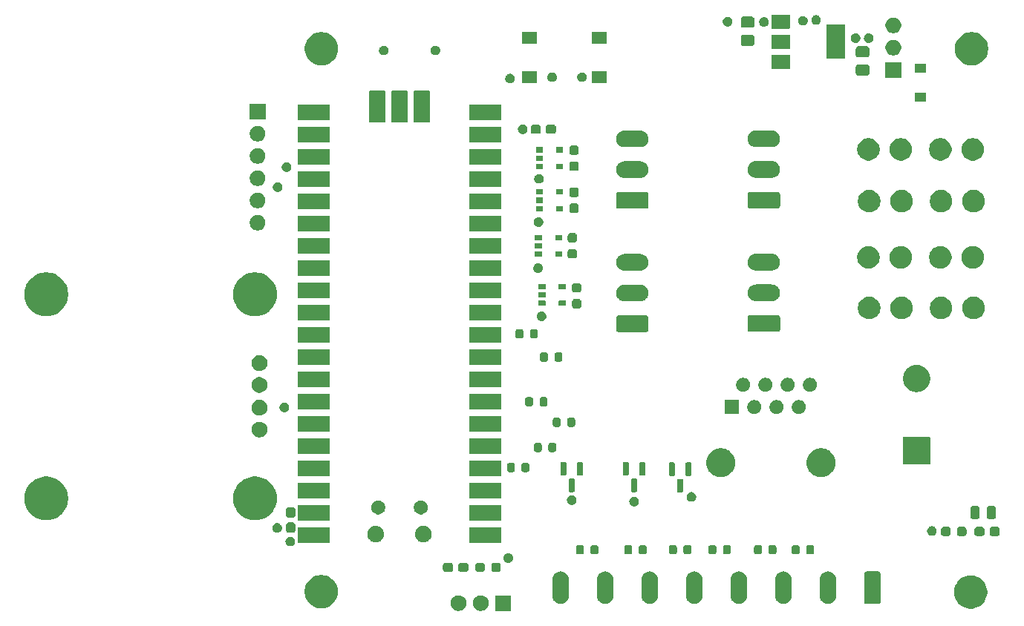
<source format=gbr>
%TF.GenerationSoftware,KiCad,Pcbnew,9.0.0*%
%TF.CreationDate,2025-04-09T14:29:41-04:00*%
%TF.ProjectId,WingsStation,57696e67-7353-4746-9174-696f6e2e6b69,v1*%
%TF.SameCoordinates,Original*%
%TF.FileFunction,Soldermask,Top*%
%TF.FilePolarity,Negative*%
%FSLAX46Y46*%
G04 Gerber Fmt 4.6, Leading zero omitted, Abs format (unit mm)*
G04 Created by KiCad (PCBNEW 9.0.0) date 2025-04-09 14:29:41*
%MOMM*%
%LPD*%
G01*
G04 APERTURE LIST*
G04 APERTURE END LIST*
G36*
X-130246683Y-19517182D02*
G01*
X-130230138Y-19528238D01*
X-130219082Y-19544783D01*
X-130215200Y-19564300D01*
X-130215200Y-21264300D01*
X-130219082Y-21283817D01*
X-130230138Y-21300362D01*
X-130246683Y-21311418D01*
X-130266200Y-21315300D01*
X-131966200Y-21315300D01*
X-131985717Y-21311418D01*
X-132002262Y-21300362D01*
X-132013318Y-21283817D01*
X-132017200Y-21264300D01*
X-132017200Y-19564300D01*
X-132013318Y-19544783D01*
X-132002262Y-19528238D01*
X-131985717Y-19517182D01*
X-131966200Y-19513300D01*
X-130266200Y-19513300D01*
X-130246683Y-19517182D01*
G37*
G36*
X-135934654Y-19552097D02*
G01*
X-135771472Y-19619689D01*
X-135624612Y-19717818D01*
X-135499718Y-19842712D01*
X-135401589Y-19989572D01*
X-135333997Y-20152754D01*
X-135299539Y-20325987D01*
X-135299539Y-20502613D01*
X-135333997Y-20675846D01*
X-135401589Y-20839028D01*
X-135499718Y-20985888D01*
X-135624612Y-21110782D01*
X-135771472Y-21208911D01*
X-135934654Y-21276503D01*
X-136107887Y-21310961D01*
X-136284513Y-21310961D01*
X-136457746Y-21276503D01*
X-136620928Y-21208911D01*
X-136767788Y-21110782D01*
X-136892682Y-20985888D01*
X-136990811Y-20839028D01*
X-137058403Y-20675846D01*
X-137092861Y-20502613D01*
X-137092861Y-20325987D01*
X-137058403Y-20152754D01*
X-136990811Y-19989572D01*
X-136892682Y-19842712D01*
X-136767788Y-19717818D01*
X-136620928Y-19619689D01*
X-136457746Y-19552097D01*
X-136284513Y-19517639D01*
X-136107887Y-19517639D01*
X-135934654Y-19552097D01*
G37*
G36*
X-133394654Y-19552097D02*
G01*
X-133231472Y-19619689D01*
X-133084612Y-19717818D01*
X-132959718Y-19842712D01*
X-132861589Y-19989572D01*
X-132793997Y-20152754D01*
X-132759539Y-20325987D01*
X-132759539Y-20502613D01*
X-132793997Y-20675846D01*
X-132861589Y-20839028D01*
X-132959718Y-20985888D01*
X-133084612Y-21110782D01*
X-133231472Y-21208911D01*
X-133394654Y-21276503D01*
X-133567887Y-21310961D01*
X-133744513Y-21310961D01*
X-133917746Y-21276503D01*
X-134080928Y-21208911D01*
X-134227788Y-21110782D01*
X-134352682Y-20985888D01*
X-134450811Y-20839028D01*
X-134518403Y-20675846D01*
X-134552861Y-20502613D01*
X-134552861Y-20325987D01*
X-134518403Y-20152754D01*
X-134450811Y-19989572D01*
X-134352682Y-19842712D01*
X-134227788Y-19717818D01*
X-134080928Y-19619689D01*
X-133917746Y-19552097D01*
X-133744513Y-19517639D01*
X-133567887Y-19517639D01*
X-133394654Y-19552097D01*
G37*
G36*
X-77415333Y-17271827D02*
G01*
X-77175144Y-17336186D01*
X-76945409Y-17431345D01*
X-76730061Y-17555676D01*
X-76532784Y-17707053D01*
X-76356953Y-17882884D01*
X-76205576Y-18080161D01*
X-76081245Y-18295509D01*
X-75986086Y-18525244D01*
X-75921727Y-18765433D01*
X-75889270Y-19011969D01*
X-75889270Y-19260631D01*
X-75921727Y-19507167D01*
X-75986086Y-19747356D01*
X-76081245Y-19977091D01*
X-76205576Y-20192439D01*
X-76356953Y-20389716D01*
X-76532784Y-20565547D01*
X-76730061Y-20716924D01*
X-76945409Y-20841255D01*
X-77175144Y-20936414D01*
X-77415333Y-21000773D01*
X-77661869Y-21033230D01*
X-77910531Y-21033230D01*
X-78157067Y-21000773D01*
X-78397256Y-20936414D01*
X-78626991Y-20841255D01*
X-78842339Y-20716924D01*
X-79039616Y-20565547D01*
X-79215447Y-20389716D01*
X-79366824Y-20192439D01*
X-79491155Y-19977091D01*
X-79586314Y-19747356D01*
X-79650673Y-19507167D01*
X-79683130Y-19260631D01*
X-79683130Y-19011969D01*
X-79650673Y-18765433D01*
X-79586314Y-18525244D01*
X-79491155Y-18295509D01*
X-79366824Y-18080161D01*
X-79215447Y-17882884D01*
X-79039616Y-17707053D01*
X-78842339Y-17555676D01*
X-78626991Y-17431345D01*
X-78397256Y-17336186D01*
X-78157067Y-17271827D01*
X-77910531Y-17239370D01*
X-77661869Y-17239370D01*
X-77415333Y-17271827D01*
G37*
G36*
X-151465333Y-17221827D02*
G01*
X-151225144Y-17286186D01*
X-150995409Y-17381345D01*
X-150780061Y-17505676D01*
X-150582784Y-17657053D01*
X-150406953Y-17832884D01*
X-150255576Y-18030161D01*
X-150131245Y-18245509D01*
X-150036086Y-18475244D01*
X-149971727Y-18715433D01*
X-149939270Y-18961969D01*
X-149939270Y-19210631D01*
X-149971727Y-19457167D01*
X-150036086Y-19697356D01*
X-150131245Y-19927091D01*
X-150255576Y-20142439D01*
X-150406953Y-20339716D01*
X-150582784Y-20515547D01*
X-150780061Y-20666924D01*
X-150995409Y-20791255D01*
X-151225144Y-20886414D01*
X-151465333Y-20950773D01*
X-151711869Y-20983230D01*
X-151960531Y-20983230D01*
X-152207067Y-20950773D01*
X-152447256Y-20886414D01*
X-152676991Y-20791255D01*
X-152892339Y-20666924D01*
X-153089616Y-20515547D01*
X-153265447Y-20339716D01*
X-153416824Y-20142439D01*
X-153541155Y-19927091D01*
X-153636314Y-19697356D01*
X-153700673Y-19457167D01*
X-153733130Y-19210631D01*
X-153733130Y-18961969D01*
X-153700673Y-18715433D01*
X-153636314Y-18475244D01*
X-153541155Y-18245509D01*
X-153416824Y-18030161D01*
X-153265447Y-17832884D01*
X-153089616Y-17657053D01*
X-152892339Y-17505676D01*
X-152676991Y-17381345D01*
X-152447256Y-17286186D01*
X-152207067Y-17221827D01*
X-151960531Y-17189370D01*
X-151711869Y-17189370D01*
X-151465333Y-17221827D01*
G37*
G36*
X-88273286Y-16797295D02*
G01*
X-88257474Y-16804276D01*
X-88249669Y-16805513D01*
X-88217161Y-16822076D01*
X-88172094Y-16841976D01*
X-88093876Y-16920194D01*
X-88073974Y-16965267D01*
X-88057414Y-16997768D01*
X-88056179Y-17005570D01*
X-88049195Y-17021386D01*
X-88041200Y-17090300D01*
X-88041200Y-20190300D01*
X-88049195Y-20259214D01*
X-88056179Y-20275029D01*
X-88057414Y-20282831D01*
X-88073971Y-20315324D01*
X-88093876Y-20360406D01*
X-88172094Y-20438624D01*
X-88217176Y-20458529D01*
X-88249669Y-20475086D01*
X-88257471Y-20476321D01*
X-88273286Y-20483305D01*
X-88342200Y-20491300D01*
X-89642200Y-20491300D01*
X-89711114Y-20483305D01*
X-89726930Y-20476321D01*
X-89734732Y-20475086D01*
X-89767233Y-20458526D01*
X-89812306Y-20438624D01*
X-89890524Y-20360406D01*
X-89910424Y-20315339D01*
X-89926987Y-20282831D01*
X-89928224Y-20275026D01*
X-89935205Y-20259214D01*
X-89943200Y-20190300D01*
X-89943200Y-17090300D01*
X-89935205Y-17021386D01*
X-89928224Y-17005574D01*
X-89926987Y-16997768D01*
X-89910420Y-16965253D01*
X-89890524Y-16920194D01*
X-89812306Y-16841976D01*
X-89767247Y-16822080D01*
X-89734732Y-16805513D01*
X-89726926Y-16804276D01*
X-89711114Y-16797295D01*
X-89642200Y-16789300D01*
X-88342200Y-16789300D01*
X-88273286Y-16797295D01*
G37*
G36*
X-124469647Y-16793879D02*
G01*
X-124458986Y-16793879D01*
X-124417335Y-16802164D01*
X-124330284Y-16815951D01*
X-124302282Y-16825049D01*
X-124276139Y-16830250D01*
X-124239244Y-16845532D01*
X-124188416Y-16862048D01*
X-124140801Y-16886309D01*
X-124103902Y-16901593D01*
X-124081737Y-16916403D01*
X-124055507Y-16929768D01*
X-123984210Y-16981568D01*
X-123948892Y-17005167D01*
X-123941354Y-17012705D01*
X-123934830Y-17017445D01*
X-123829346Y-17122929D01*
X-123824607Y-17129452D01*
X-123817067Y-17136992D01*
X-123793466Y-17172314D01*
X-123741669Y-17243606D01*
X-123728306Y-17269833D01*
X-123713493Y-17292002D01*
X-123698207Y-17328905D01*
X-123673949Y-17376515D01*
X-123657436Y-17427335D01*
X-123642150Y-17464239D01*
X-123636949Y-17490386D01*
X-123627852Y-17518383D01*
X-123614067Y-17605423D01*
X-123605779Y-17647086D01*
X-123605020Y-17662541D01*
X-123604132Y-17668147D01*
X-123601684Y-17730450D01*
X-123601200Y-17740300D01*
X-123601200Y-19540300D01*
X-123601685Y-19550153D01*
X-123604132Y-19612452D01*
X-123605020Y-19618056D01*
X-123605779Y-19633514D01*
X-123614068Y-19675180D01*
X-123627852Y-19762216D01*
X-123636949Y-19790210D01*
X-123642150Y-19816361D01*
X-123657438Y-19853268D01*
X-123673949Y-19904084D01*
X-123698205Y-19951688D01*
X-123713493Y-19988598D01*
X-123728308Y-20010770D01*
X-123741669Y-20036993D01*
X-123793458Y-20108273D01*
X-123817067Y-20143608D01*
X-123824609Y-20151149D01*
X-123829346Y-20157670D01*
X-123934830Y-20263154D01*
X-123941351Y-20267891D01*
X-123948892Y-20275433D01*
X-123984227Y-20299042D01*
X-124055507Y-20350831D01*
X-124081730Y-20364192D01*
X-124103902Y-20379007D01*
X-124140812Y-20394295D01*
X-124188416Y-20418551D01*
X-124239232Y-20435062D01*
X-124276139Y-20450350D01*
X-124302290Y-20455551D01*
X-124330284Y-20464648D01*
X-124417325Y-20478433D01*
X-124458986Y-20486721D01*
X-124469647Y-20486721D01*
X-124477615Y-20487983D01*
X-124626785Y-20487983D01*
X-124634753Y-20486721D01*
X-124645414Y-20486721D01*
X-124687075Y-20478434D01*
X-124774117Y-20464648D01*
X-124802114Y-20455551D01*
X-124828261Y-20450350D01*
X-124865165Y-20435064D01*
X-124915985Y-20418551D01*
X-124963595Y-20394293D01*
X-125000498Y-20379007D01*
X-125022667Y-20364194D01*
X-125048894Y-20350831D01*
X-125120186Y-20299034D01*
X-125155508Y-20275433D01*
X-125163048Y-20267893D01*
X-125169571Y-20263154D01*
X-125275055Y-20157670D01*
X-125279795Y-20151146D01*
X-125287333Y-20143608D01*
X-125310932Y-20108290D01*
X-125362732Y-20036993D01*
X-125376097Y-20010763D01*
X-125390907Y-19988598D01*
X-125406191Y-19951699D01*
X-125430452Y-19904084D01*
X-125446968Y-19853256D01*
X-125462250Y-19816361D01*
X-125467451Y-19790218D01*
X-125476549Y-19762216D01*
X-125490338Y-19675156D01*
X-125498621Y-19633514D01*
X-125499380Y-19618065D01*
X-125500269Y-19612452D01*
X-125502717Y-19550137D01*
X-125503200Y-19540300D01*
X-125503200Y-17740300D01*
X-125502717Y-17730466D01*
X-125500269Y-17668147D01*
X-125499380Y-17662532D01*
X-125498621Y-17647086D01*
X-125490339Y-17605447D01*
X-125476549Y-17518383D01*
X-125467450Y-17490378D01*
X-125462250Y-17464239D01*
X-125446969Y-17427346D01*
X-125430452Y-17376515D01*
X-125406189Y-17328895D01*
X-125390907Y-17292002D01*
X-125376099Y-17269839D01*
X-125362732Y-17243606D01*
X-125310923Y-17172296D01*
X-125287333Y-17136992D01*
X-125279798Y-17129456D01*
X-125275055Y-17122929D01*
X-125169571Y-17017445D01*
X-125163044Y-17012702D01*
X-125155508Y-17005167D01*
X-125120204Y-16981577D01*
X-125048894Y-16929768D01*
X-125022661Y-16916401D01*
X-125000498Y-16901593D01*
X-124963605Y-16886311D01*
X-124915985Y-16862048D01*
X-124865154Y-16845531D01*
X-124828261Y-16830250D01*
X-124802122Y-16825050D01*
X-124774117Y-16815951D01*
X-124687064Y-16802163D01*
X-124645414Y-16793879D01*
X-124634753Y-16793879D01*
X-124626785Y-16792617D01*
X-124477615Y-16792617D01*
X-124469647Y-16793879D01*
G37*
G36*
X-119389647Y-16793879D02*
G01*
X-119378986Y-16793879D01*
X-119337335Y-16802164D01*
X-119250284Y-16815951D01*
X-119222282Y-16825049D01*
X-119196139Y-16830250D01*
X-119159244Y-16845532D01*
X-119108416Y-16862048D01*
X-119060801Y-16886309D01*
X-119023902Y-16901593D01*
X-119001737Y-16916403D01*
X-118975507Y-16929768D01*
X-118904210Y-16981568D01*
X-118868892Y-17005167D01*
X-118861354Y-17012705D01*
X-118854830Y-17017445D01*
X-118749346Y-17122929D01*
X-118744607Y-17129452D01*
X-118737067Y-17136992D01*
X-118713466Y-17172314D01*
X-118661669Y-17243606D01*
X-118648306Y-17269833D01*
X-118633493Y-17292002D01*
X-118618207Y-17328905D01*
X-118593949Y-17376515D01*
X-118577436Y-17427335D01*
X-118562150Y-17464239D01*
X-118556949Y-17490386D01*
X-118547852Y-17518383D01*
X-118534067Y-17605423D01*
X-118525779Y-17647086D01*
X-118525020Y-17662541D01*
X-118524132Y-17668147D01*
X-118521684Y-17730450D01*
X-118521200Y-17740300D01*
X-118521200Y-19540300D01*
X-118521685Y-19550153D01*
X-118524132Y-19612452D01*
X-118525020Y-19618056D01*
X-118525779Y-19633514D01*
X-118534068Y-19675180D01*
X-118547852Y-19762216D01*
X-118556949Y-19790210D01*
X-118562150Y-19816361D01*
X-118577438Y-19853268D01*
X-118593949Y-19904084D01*
X-118618205Y-19951688D01*
X-118633493Y-19988598D01*
X-118648308Y-20010770D01*
X-118661669Y-20036993D01*
X-118713458Y-20108273D01*
X-118737067Y-20143608D01*
X-118744609Y-20151149D01*
X-118749346Y-20157670D01*
X-118854830Y-20263154D01*
X-118861351Y-20267891D01*
X-118868892Y-20275433D01*
X-118904227Y-20299042D01*
X-118975507Y-20350831D01*
X-119001730Y-20364192D01*
X-119023902Y-20379007D01*
X-119060812Y-20394295D01*
X-119108416Y-20418551D01*
X-119159232Y-20435062D01*
X-119196139Y-20450350D01*
X-119222290Y-20455551D01*
X-119250284Y-20464648D01*
X-119337325Y-20478433D01*
X-119378986Y-20486721D01*
X-119389647Y-20486721D01*
X-119397615Y-20487983D01*
X-119546785Y-20487983D01*
X-119554753Y-20486721D01*
X-119565414Y-20486721D01*
X-119607075Y-20478434D01*
X-119694117Y-20464648D01*
X-119722114Y-20455551D01*
X-119748261Y-20450350D01*
X-119785165Y-20435064D01*
X-119835985Y-20418551D01*
X-119883595Y-20394293D01*
X-119920498Y-20379007D01*
X-119942667Y-20364194D01*
X-119968894Y-20350831D01*
X-120040186Y-20299034D01*
X-120075508Y-20275433D01*
X-120083048Y-20267893D01*
X-120089571Y-20263154D01*
X-120195055Y-20157670D01*
X-120199795Y-20151146D01*
X-120207333Y-20143608D01*
X-120230932Y-20108290D01*
X-120282732Y-20036993D01*
X-120296097Y-20010763D01*
X-120310907Y-19988598D01*
X-120326191Y-19951699D01*
X-120350452Y-19904084D01*
X-120366968Y-19853256D01*
X-120382250Y-19816361D01*
X-120387451Y-19790218D01*
X-120396549Y-19762216D01*
X-120410338Y-19675156D01*
X-120418621Y-19633514D01*
X-120419380Y-19618065D01*
X-120420269Y-19612452D01*
X-120422717Y-19550137D01*
X-120423200Y-19540300D01*
X-120423200Y-17740300D01*
X-120422717Y-17730466D01*
X-120420269Y-17668147D01*
X-120419380Y-17662532D01*
X-120418621Y-17647086D01*
X-120410339Y-17605447D01*
X-120396549Y-17518383D01*
X-120387450Y-17490378D01*
X-120382250Y-17464239D01*
X-120366969Y-17427346D01*
X-120350452Y-17376515D01*
X-120326189Y-17328895D01*
X-120310907Y-17292002D01*
X-120296099Y-17269839D01*
X-120282732Y-17243606D01*
X-120230923Y-17172296D01*
X-120207333Y-17136992D01*
X-120199798Y-17129456D01*
X-120195055Y-17122929D01*
X-120089571Y-17017445D01*
X-120083044Y-17012702D01*
X-120075508Y-17005167D01*
X-120040204Y-16981577D01*
X-119968894Y-16929768D01*
X-119942661Y-16916401D01*
X-119920498Y-16901593D01*
X-119883605Y-16886311D01*
X-119835985Y-16862048D01*
X-119785154Y-16845531D01*
X-119748261Y-16830250D01*
X-119722122Y-16825050D01*
X-119694117Y-16815951D01*
X-119607064Y-16802163D01*
X-119565414Y-16793879D01*
X-119554753Y-16793879D01*
X-119546785Y-16792617D01*
X-119397615Y-16792617D01*
X-119389647Y-16793879D01*
G37*
G36*
X-114309647Y-16793879D02*
G01*
X-114298986Y-16793879D01*
X-114257335Y-16802164D01*
X-114170284Y-16815951D01*
X-114142282Y-16825049D01*
X-114116139Y-16830250D01*
X-114079244Y-16845532D01*
X-114028416Y-16862048D01*
X-113980801Y-16886309D01*
X-113943902Y-16901593D01*
X-113921737Y-16916403D01*
X-113895507Y-16929768D01*
X-113824210Y-16981568D01*
X-113788892Y-17005167D01*
X-113781354Y-17012705D01*
X-113774830Y-17017445D01*
X-113669346Y-17122929D01*
X-113664607Y-17129452D01*
X-113657067Y-17136992D01*
X-113633466Y-17172314D01*
X-113581669Y-17243606D01*
X-113568306Y-17269833D01*
X-113553493Y-17292002D01*
X-113538207Y-17328905D01*
X-113513949Y-17376515D01*
X-113497436Y-17427335D01*
X-113482150Y-17464239D01*
X-113476949Y-17490386D01*
X-113467852Y-17518383D01*
X-113454067Y-17605423D01*
X-113445779Y-17647086D01*
X-113445020Y-17662541D01*
X-113444132Y-17668147D01*
X-113441684Y-17730450D01*
X-113441200Y-17740300D01*
X-113441200Y-19540300D01*
X-113441685Y-19550153D01*
X-113444132Y-19612452D01*
X-113445020Y-19618056D01*
X-113445779Y-19633514D01*
X-113454068Y-19675180D01*
X-113467852Y-19762216D01*
X-113476949Y-19790210D01*
X-113482150Y-19816361D01*
X-113497438Y-19853268D01*
X-113513949Y-19904084D01*
X-113538205Y-19951688D01*
X-113553493Y-19988598D01*
X-113568308Y-20010770D01*
X-113581669Y-20036993D01*
X-113633458Y-20108273D01*
X-113657067Y-20143608D01*
X-113664609Y-20151149D01*
X-113669346Y-20157670D01*
X-113774830Y-20263154D01*
X-113781351Y-20267891D01*
X-113788892Y-20275433D01*
X-113824227Y-20299042D01*
X-113895507Y-20350831D01*
X-113921730Y-20364192D01*
X-113943902Y-20379007D01*
X-113980812Y-20394295D01*
X-114028416Y-20418551D01*
X-114079232Y-20435062D01*
X-114116139Y-20450350D01*
X-114142290Y-20455551D01*
X-114170284Y-20464648D01*
X-114257325Y-20478433D01*
X-114298986Y-20486721D01*
X-114309647Y-20486721D01*
X-114317615Y-20487983D01*
X-114466785Y-20487983D01*
X-114474753Y-20486721D01*
X-114485414Y-20486721D01*
X-114527075Y-20478434D01*
X-114614117Y-20464648D01*
X-114642114Y-20455551D01*
X-114668261Y-20450350D01*
X-114705165Y-20435064D01*
X-114755985Y-20418551D01*
X-114803595Y-20394293D01*
X-114840498Y-20379007D01*
X-114862667Y-20364194D01*
X-114888894Y-20350831D01*
X-114960186Y-20299034D01*
X-114995508Y-20275433D01*
X-115003048Y-20267893D01*
X-115009571Y-20263154D01*
X-115115055Y-20157670D01*
X-115119795Y-20151146D01*
X-115127333Y-20143608D01*
X-115150932Y-20108290D01*
X-115202732Y-20036993D01*
X-115216097Y-20010763D01*
X-115230907Y-19988598D01*
X-115246191Y-19951699D01*
X-115270452Y-19904084D01*
X-115286968Y-19853256D01*
X-115302250Y-19816361D01*
X-115307451Y-19790218D01*
X-115316549Y-19762216D01*
X-115330338Y-19675156D01*
X-115338621Y-19633514D01*
X-115339380Y-19618065D01*
X-115340269Y-19612452D01*
X-115342717Y-19550137D01*
X-115343200Y-19540300D01*
X-115343200Y-17740300D01*
X-115342717Y-17730466D01*
X-115340269Y-17668147D01*
X-115339380Y-17662532D01*
X-115338621Y-17647086D01*
X-115330339Y-17605447D01*
X-115316549Y-17518383D01*
X-115307450Y-17490378D01*
X-115302250Y-17464239D01*
X-115286969Y-17427346D01*
X-115270452Y-17376515D01*
X-115246189Y-17328895D01*
X-115230907Y-17292002D01*
X-115216099Y-17269839D01*
X-115202732Y-17243606D01*
X-115150923Y-17172296D01*
X-115127333Y-17136992D01*
X-115119798Y-17129456D01*
X-115115055Y-17122929D01*
X-115009571Y-17017445D01*
X-115003044Y-17012702D01*
X-114995508Y-17005167D01*
X-114960204Y-16981577D01*
X-114888894Y-16929768D01*
X-114862661Y-16916401D01*
X-114840498Y-16901593D01*
X-114803605Y-16886311D01*
X-114755985Y-16862048D01*
X-114705154Y-16845531D01*
X-114668261Y-16830250D01*
X-114642122Y-16825050D01*
X-114614117Y-16815951D01*
X-114527064Y-16802163D01*
X-114485414Y-16793879D01*
X-114474753Y-16793879D01*
X-114466785Y-16792617D01*
X-114317615Y-16792617D01*
X-114309647Y-16793879D01*
G37*
G36*
X-109229647Y-16793879D02*
G01*
X-109218986Y-16793879D01*
X-109177335Y-16802164D01*
X-109090284Y-16815951D01*
X-109062282Y-16825049D01*
X-109036139Y-16830250D01*
X-108999244Y-16845532D01*
X-108948416Y-16862048D01*
X-108900801Y-16886309D01*
X-108863902Y-16901593D01*
X-108841737Y-16916403D01*
X-108815507Y-16929768D01*
X-108744210Y-16981568D01*
X-108708892Y-17005167D01*
X-108701354Y-17012705D01*
X-108694830Y-17017445D01*
X-108589346Y-17122929D01*
X-108584607Y-17129452D01*
X-108577067Y-17136992D01*
X-108553466Y-17172314D01*
X-108501669Y-17243606D01*
X-108488306Y-17269833D01*
X-108473493Y-17292002D01*
X-108458207Y-17328905D01*
X-108433949Y-17376515D01*
X-108417436Y-17427335D01*
X-108402150Y-17464239D01*
X-108396949Y-17490386D01*
X-108387852Y-17518383D01*
X-108374067Y-17605423D01*
X-108365779Y-17647086D01*
X-108365020Y-17662541D01*
X-108364132Y-17668147D01*
X-108361684Y-17730450D01*
X-108361200Y-17740300D01*
X-108361200Y-19540300D01*
X-108361685Y-19550153D01*
X-108364132Y-19612452D01*
X-108365020Y-19618056D01*
X-108365779Y-19633514D01*
X-108374068Y-19675180D01*
X-108387852Y-19762216D01*
X-108396949Y-19790210D01*
X-108402150Y-19816361D01*
X-108417438Y-19853268D01*
X-108433949Y-19904084D01*
X-108458205Y-19951688D01*
X-108473493Y-19988598D01*
X-108488308Y-20010770D01*
X-108501669Y-20036993D01*
X-108553458Y-20108273D01*
X-108577067Y-20143608D01*
X-108584609Y-20151149D01*
X-108589346Y-20157670D01*
X-108694830Y-20263154D01*
X-108701351Y-20267891D01*
X-108708892Y-20275433D01*
X-108744227Y-20299042D01*
X-108815507Y-20350831D01*
X-108841730Y-20364192D01*
X-108863902Y-20379007D01*
X-108900812Y-20394295D01*
X-108948416Y-20418551D01*
X-108999232Y-20435062D01*
X-109036139Y-20450350D01*
X-109062290Y-20455551D01*
X-109090284Y-20464648D01*
X-109177325Y-20478433D01*
X-109218986Y-20486721D01*
X-109229647Y-20486721D01*
X-109237615Y-20487983D01*
X-109386785Y-20487983D01*
X-109394753Y-20486721D01*
X-109405414Y-20486721D01*
X-109447075Y-20478434D01*
X-109534117Y-20464648D01*
X-109562114Y-20455551D01*
X-109588261Y-20450350D01*
X-109625165Y-20435064D01*
X-109675985Y-20418551D01*
X-109723595Y-20394293D01*
X-109760498Y-20379007D01*
X-109782667Y-20364194D01*
X-109808894Y-20350831D01*
X-109880186Y-20299034D01*
X-109915508Y-20275433D01*
X-109923048Y-20267893D01*
X-109929571Y-20263154D01*
X-110035055Y-20157670D01*
X-110039795Y-20151146D01*
X-110047333Y-20143608D01*
X-110070932Y-20108290D01*
X-110122732Y-20036993D01*
X-110136097Y-20010763D01*
X-110150907Y-19988598D01*
X-110166191Y-19951699D01*
X-110190452Y-19904084D01*
X-110206968Y-19853256D01*
X-110222250Y-19816361D01*
X-110227451Y-19790218D01*
X-110236549Y-19762216D01*
X-110250338Y-19675156D01*
X-110258621Y-19633514D01*
X-110259380Y-19618065D01*
X-110260269Y-19612452D01*
X-110262717Y-19550137D01*
X-110263200Y-19540300D01*
X-110263200Y-17740300D01*
X-110262717Y-17730466D01*
X-110260269Y-17668147D01*
X-110259380Y-17662532D01*
X-110258621Y-17647086D01*
X-110250339Y-17605447D01*
X-110236549Y-17518383D01*
X-110227450Y-17490378D01*
X-110222250Y-17464239D01*
X-110206969Y-17427346D01*
X-110190452Y-17376515D01*
X-110166189Y-17328895D01*
X-110150907Y-17292002D01*
X-110136099Y-17269839D01*
X-110122732Y-17243606D01*
X-110070923Y-17172296D01*
X-110047333Y-17136992D01*
X-110039798Y-17129456D01*
X-110035055Y-17122929D01*
X-109929571Y-17017445D01*
X-109923044Y-17012702D01*
X-109915508Y-17005167D01*
X-109880204Y-16981577D01*
X-109808894Y-16929768D01*
X-109782661Y-16916401D01*
X-109760498Y-16901593D01*
X-109723605Y-16886311D01*
X-109675985Y-16862048D01*
X-109625154Y-16845531D01*
X-109588261Y-16830250D01*
X-109562122Y-16825050D01*
X-109534117Y-16815951D01*
X-109447064Y-16802163D01*
X-109405414Y-16793879D01*
X-109394753Y-16793879D01*
X-109386785Y-16792617D01*
X-109237615Y-16792617D01*
X-109229647Y-16793879D01*
G37*
G36*
X-104149647Y-16793879D02*
G01*
X-104138986Y-16793879D01*
X-104097335Y-16802164D01*
X-104010284Y-16815951D01*
X-103982282Y-16825049D01*
X-103956139Y-16830250D01*
X-103919244Y-16845532D01*
X-103868416Y-16862048D01*
X-103820801Y-16886309D01*
X-103783902Y-16901593D01*
X-103761737Y-16916403D01*
X-103735507Y-16929768D01*
X-103664210Y-16981568D01*
X-103628892Y-17005167D01*
X-103621354Y-17012705D01*
X-103614830Y-17017445D01*
X-103509346Y-17122929D01*
X-103504607Y-17129452D01*
X-103497067Y-17136992D01*
X-103473466Y-17172314D01*
X-103421669Y-17243606D01*
X-103408306Y-17269833D01*
X-103393493Y-17292002D01*
X-103378207Y-17328905D01*
X-103353949Y-17376515D01*
X-103337436Y-17427335D01*
X-103322150Y-17464239D01*
X-103316949Y-17490386D01*
X-103307852Y-17518383D01*
X-103294067Y-17605423D01*
X-103285779Y-17647086D01*
X-103285020Y-17662541D01*
X-103284132Y-17668147D01*
X-103281684Y-17730450D01*
X-103281200Y-17740300D01*
X-103281200Y-19540300D01*
X-103281685Y-19550153D01*
X-103284132Y-19612452D01*
X-103285020Y-19618056D01*
X-103285779Y-19633514D01*
X-103294068Y-19675180D01*
X-103307852Y-19762216D01*
X-103316949Y-19790210D01*
X-103322150Y-19816361D01*
X-103337438Y-19853268D01*
X-103353949Y-19904084D01*
X-103378205Y-19951688D01*
X-103393493Y-19988598D01*
X-103408308Y-20010770D01*
X-103421669Y-20036993D01*
X-103473458Y-20108273D01*
X-103497067Y-20143608D01*
X-103504609Y-20151149D01*
X-103509346Y-20157670D01*
X-103614830Y-20263154D01*
X-103621351Y-20267891D01*
X-103628892Y-20275433D01*
X-103664227Y-20299042D01*
X-103735507Y-20350831D01*
X-103761730Y-20364192D01*
X-103783902Y-20379007D01*
X-103820812Y-20394295D01*
X-103868416Y-20418551D01*
X-103919232Y-20435062D01*
X-103956139Y-20450350D01*
X-103982290Y-20455551D01*
X-104010284Y-20464648D01*
X-104097325Y-20478433D01*
X-104138986Y-20486721D01*
X-104149647Y-20486721D01*
X-104157615Y-20487983D01*
X-104306785Y-20487983D01*
X-104314753Y-20486721D01*
X-104325414Y-20486721D01*
X-104367075Y-20478434D01*
X-104454117Y-20464648D01*
X-104482114Y-20455551D01*
X-104508261Y-20450350D01*
X-104545165Y-20435064D01*
X-104595985Y-20418551D01*
X-104643595Y-20394293D01*
X-104680498Y-20379007D01*
X-104702667Y-20364194D01*
X-104728894Y-20350831D01*
X-104800186Y-20299034D01*
X-104835508Y-20275433D01*
X-104843048Y-20267893D01*
X-104849571Y-20263154D01*
X-104955055Y-20157670D01*
X-104959795Y-20151146D01*
X-104967333Y-20143608D01*
X-104990932Y-20108290D01*
X-105042732Y-20036993D01*
X-105056097Y-20010763D01*
X-105070907Y-19988598D01*
X-105086191Y-19951699D01*
X-105110452Y-19904084D01*
X-105126968Y-19853256D01*
X-105142250Y-19816361D01*
X-105147451Y-19790218D01*
X-105156549Y-19762216D01*
X-105170338Y-19675156D01*
X-105178621Y-19633514D01*
X-105179380Y-19618065D01*
X-105180269Y-19612452D01*
X-105182717Y-19550137D01*
X-105183200Y-19540300D01*
X-105183200Y-17740300D01*
X-105182717Y-17730466D01*
X-105180269Y-17668147D01*
X-105179380Y-17662532D01*
X-105178621Y-17647086D01*
X-105170339Y-17605447D01*
X-105156549Y-17518383D01*
X-105147450Y-17490378D01*
X-105142250Y-17464239D01*
X-105126969Y-17427346D01*
X-105110452Y-17376515D01*
X-105086189Y-17328895D01*
X-105070907Y-17292002D01*
X-105056099Y-17269839D01*
X-105042732Y-17243606D01*
X-104990923Y-17172296D01*
X-104967333Y-17136992D01*
X-104959798Y-17129456D01*
X-104955055Y-17122929D01*
X-104849571Y-17017445D01*
X-104843044Y-17012702D01*
X-104835508Y-17005167D01*
X-104800204Y-16981577D01*
X-104728894Y-16929768D01*
X-104702661Y-16916401D01*
X-104680498Y-16901593D01*
X-104643605Y-16886311D01*
X-104595985Y-16862048D01*
X-104545154Y-16845531D01*
X-104508261Y-16830250D01*
X-104482122Y-16825050D01*
X-104454117Y-16815951D01*
X-104367064Y-16802163D01*
X-104325414Y-16793879D01*
X-104314753Y-16793879D01*
X-104306785Y-16792617D01*
X-104157615Y-16792617D01*
X-104149647Y-16793879D01*
G37*
G36*
X-99069647Y-16793879D02*
G01*
X-99058986Y-16793879D01*
X-99017335Y-16802164D01*
X-98930284Y-16815951D01*
X-98902282Y-16825049D01*
X-98876139Y-16830250D01*
X-98839244Y-16845532D01*
X-98788416Y-16862048D01*
X-98740801Y-16886309D01*
X-98703902Y-16901593D01*
X-98681737Y-16916403D01*
X-98655507Y-16929768D01*
X-98584210Y-16981568D01*
X-98548892Y-17005167D01*
X-98541354Y-17012705D01*
X-98534830Y-17017445D01*
X-98429346Y-17122929D01*
X-98424607Y-17129452D01*
X-98417067Y-17136992D01*
X-98393466Y-17172314D01*
X-98341669Y-17243606D01*
X-98328306Y-17269833D01*
X-98313493Y-17292002D01*
X-98298207Y-17328905D01*
X-98273949Y-17376515D01*
X-98257436Y-17427335D01*
X-98242150Y-17464239D01*
X-98236949Y-17490386D01*
X-98227852Y-17518383D01*
X-98214067Y-17605423D01*
X-98205779Y-17647086D01*
X-98205020Y-17662541D01*
X-98204132Y-17668147D01*
X-98201684Y-17730450D01*
X-98201200Y-17740300D01*
X-98201200Y-19540300D01*
X-98201685Y-19550153D01*
X-98204132Y-19612452D01*
X-98205020Y-19618056D01*
X-98205779Y-19633514D01*
X-98214068Y-19675180D01*
X-98227852Y-19762216D01*
X-98236949Y-19790210D01*
X-98242150Y-19816361D01*
X-98257438Y-19853268D01*
X-98273949Y-19904084D01*
X-98298205Y-19951688D01*
X-98313493Y-19988598D01*
X-98328308Y-20010770D01*
X-98341669Y-20036993D01*
X-98393458Y-20108273D01*
X-98417067Y-20143608D01*
X-98424609Y-20151149D01*
X-98429346Y-20157670D01*
X-98534830Y-20263154D01*
X-98541351Y-20267891D01*
X-98548892Y-20275433D01*
X-98584227Y-20299042D01*
X-98655507Y-20350831D01*
X-98681730Y-20364192D01*
X-98703902Y-20379007D01*
X-98740812Y-20394295D01*
X-98788416Y-20418551D01*
X-98839232Y-20435062D01*
X-98876139Y-20450350D01*
X-98902290Y-20455551D01*
X-98930284Y-20464648D01*
X-99017325Y-20478433D01*
X-99058986Y-20486721D01*
X-99069647Y-20486721D01*
X-99077615Y-20487983D01*
X-99226785Y-20487983D01*
X-99234753Y-20486721D01*
X-99245414Y-20486721D01*
X-99287075Y-20478434D01*
X-99374117Y-20464648D01*
X-99402114Y-20455551D01*
X-99428261Y-20450350D01*
X-99465165Y-20435064D01*
X-99515985Y-20418551D01*
X-99563595Y-20394293D01*
X-99600498Y-20379007D01*
X-99622667Y-20364194D01*
X-99648894Y-20350831D01*
X-99720186Y-20299034D01*
X-99755508Y-20275433D01*
X-99763048Y-20267893D01*
X-99769571Y-20263154D01*
X-99875055Y-20157670D01*
X-99879795Y-20151146D01*
X-99887333Y-20143608D01*
X-99910932Y-20108290D01*
X-99962732Y-20036993D01*
X-99976097Y-20010763D01*
X-99990907Y-19988598D01*
X-100006191Y-19951699D01*
X-100030452Y-19904084D01*
X-100046968Y-19853256D01*
X-100062250Y-19816361D01*
X-100067451Y-19790218D01*
X-100076549Y-19762216D01*
X-100090338Y-19675156D01*
X-100098621Y-19633514D01*
X-100099380Y-19618065D01*
X-100100269Y-19612452D01*
X-100102717Y-19550137D01*
X-100103200Y-19540300D01*
X-100103200Y-17740300D01*
X-100102717Y-17730466D01*
X-100100269Y-17668147D01*
X-100099380Y-17662532D01*
X-100098621Y-17647086D01*
X-100090339Y-17605447D01*
X-100076549Y-17518383D01*
X-100067450Y-17490378D01*
X-100062250Y-17464239D01*
X-100046969Y-17427346D01*
X-100030452Y-17376515D01*
X-100006189Y-17328895D01*
X-99990907Y-17292002D01*
X-99976099Y-17269839D01*
X-99962732Y-17243606D01*
X-99910923Y-17172296D01*
X-99887333Y-17136992D01*
X-99879798Y-17129456D01*
X-99875055Y-17122929D01*
X-99769571Y-17017445D01*
X-99763044Y-17012702D01*
X-99755508Y-17005167D01*
X-99720204Y-16981577D01*
X-99648894Y-16929768D01*
X-99622661Y-16916401D01*
X-99600498Y-16901593D01*
X-99563605Y-16886311D01*
X-99515985Y-16862048D01*
X-99465154Y-16845531D01*
X-99428261Y-16830250D01*
X-99402122Y-16825050D01*
X-99374117Y-16815951D01*
X-99287064Y-16802163D01*
X-99245414Y-16793879D01*
X-99234753Y-16793879D01*
X-99226785Y-16792617D01*
X-99077615Y-16792617D01*
X-99069647Y-16793879D01*
G37*
G36*
X-93989647Y-16793879D02*
G01*
X-93978986Y-16793879D01*
X-93937335Y-16802164D01*
X-93850284Y-16815951D01*
X-93822282Y-16825049D01*
X-93796139Y-16830250D01*
X-93759244Y-16845532D01*
X-93708416Y-16862048D01*
X-93660801Y-16886309D01*
X-93623902Y-16901593D01*
X-93601737Y-16916403D01*
X-93575507Y-16929768D01*
X-93504210Y-16981568D01*
X-93468892Y-17005167D01*
X-93461354Y-17012705D01*
X-93454830Y-17017445D01*
X-93349346Y-17122929D01*
X-93344607Y-17129452D01*
X-93337067Y-17136992D01*
X-93313466Y-17172314D01*
X-93261669Y-17243606D01*
X-93248306Y-17269833D01*
X-93233493Y-17292002D01*
X-93218207Y-17328905D01*
X-93193949Y-17376515D01*
X-93177436Y-17427335D01*
X-93162150Y-17464239D01*
X-93156949Y-17490386D01*
X-93147852Y-17518383D01*
X-93134067Y-17605423D01*
X-93125779Y-17647086D01*
X-93125020Y-17662541D01*
X-93124132Y-17668147D01*
X-93121684Y-17730450D01*
X-93121200Y-17740300D01*
X-93121200Y-19540300D01*
X-93121685Y-19550153D01*
X-93124132Y-19612452D01*
X-93125020Y-19618056D01*
X-93125779Y-19633514D01*
X-93134068Y-19675180D01*
X-93147852Y-19762216D01*
X-93156949Y-19790210D01*
X-93162150Y-19816361D01*
X-93177438Y-19853268D01*
X-93193949Y-19904084D01*
X-93218205Y-19951688D01*
X-93233493Y-19988598D01*
X-93248308Y-20010770D01*
X-93261669Y-20036993D01*
X-93313458Y-20108273D01*
X-93337067Y-20143608D01*
X-93344609Y-20151149D01*
X-93349346Y-20157670D01*
X-93454830Y-20263154D01*
X-93461351Y-20267891D01*
X-93468892Y-20275433D01*
X-93504227Y-20299042D01*
X-93575507Y-20350831D01*
X-93601730Y-20364192D01*
X-93623902Y-20379007D01*
X-93660812Y-20394295D01*
X-93708416Y-20418551D01*
X-93759232Y-20435062D01*
X-93796139Y-20450350D01*
X-93822290Y-20455551D01*
X-93850284Y-20464648D01*
X-93937325Y-20478433D01*
X-93978986Y-20486721D01*
X-93989647Y-20486721D01*
X-93997615Y-20487983D01*
X-94146785Y-20487983D01*
X-94154753Y-20486721D01*
X-94165414Y-20486721D01*
X-94207075Y-20478434D01*
X-94294117Y-20464648D01*
X-94322114Y-20455551D01*
X-94348261Y-20450350D01*
X-94385165Y-20435064D01*
X-94435985Y-20418551D01*
X-94483595Y-20394293D01*
X-94520498Y-20379007D01*
X-94542667Y-20364194D01*
X-94568894Y-20350831D01*
X-94640186Y-20299034D01*
X-94675508Y-20275433D01*
X-94683048Y-20267893D01*
X-94689571Y-20263154D01*
X-94795055Y-20157670D01*
X-94799795Y-20151146D01*
X-94807333Y-20143608D01*
X-94830932Y-20108290D01*
X-94882732Y-20036993D01*
X-94896097Y-20010763D01*
X-94910907Y-19988598D01*
X-94926191Y-19951699D01*
X-94950452Y-19904084D01*
X-94966968Y-19853256D01*
X-94982250Y-19816361D01*
X-94987451Y-19790218D01*
X-94996549Y-19762216D01*
X-95010338Y-19675156D01*
X-95018621Y-19633514D01*
X-95019380Y-19618065D01*
X-95020269Y-19612452D01*
X-95022717Y-19550137D01*
X-95023200Y-19540300D01*
X-95023200Y-17740300D01*
X-95022717Y-17730466D01*
X-95020269Y-17668147D01*
X-95019380Y-17662532D01*
X-95018621Y-17647086D01*
X-95010339Y-17605447D01*
X-94996549Y-17518383D01*
X-94987450Y-17490378D01*
X-94982250Y-17464239D01*
X-94966969Y-17427346D01*
X-94950452Y-17376515D01*
X-94926189Y-17328895D01*
X-94910907Y-17292002D01*
X-94896099Y-17269839D01*
X-94882732Y-17243606D01*
X-94830923Y-17172296D01*
X-94807333Y-17136992D01*
X-94799798Y-17129456D01*
X-94795055Y-17122929D01*
X-94689571Y-17017445D01*
X-94683044Y-17012702D01*
X-94675508Y-17005167D01*
X-94640204Y-16981577D01*
X-94568894Y-16929768D01*
X-94542661Y-16916401D01*
X-94520498Y-16901593D01*
X-94483605Y-16886311D01*
X-94435985Y-16862048D01*
X-94385154Y-16845531D01*
X-94348261Y-16830250D01*
X-94322122Y-16825050D01*
X-94294117Y-16815951D01*
X-94207064Y-16802163D01*
X-94165414Y-16793879D01*
X-94154753Y-16793879D01*
X-94146785Y-16792617D01*
X-93997615Y-16792617D01*
X-93989647Y-16793879D01*
G37*
G36*
X-137037648Y-15795963D02*
G01*
X-137022266Y-15802755D01*
X-137015030Y-15803901D01*
X-136984898Y-15819254D01*
X-136940658Y-15838788D01*
X-136865688Y-15913758D01*
X-136846152Y-15958004D01*
X-136830802Y-15988129D01*
X-136829657Y-15995362D01*
X-136822863Y-16010748D01*
X-136815200Y-16076800D01*
X-136815200Y-16551800D01*
X-136822863Y-16617852D01*
X-136829657Y-16633238D01*
X-136830802Y-16640470D01*
X-136846148Y-16670587D01*
X-136865688Y-16714842D01*
X-136940658Y-16789812D01*
X-136984913Y-16809352D01*
X-137015030Y-16824698D01*
X-137022262Y-16825843D01*
X-137037648Y-16832637D01*
X-137103700Y-16840300D01*
X-137678700Y-16840300D01*
X-137744752Y-16832637D01*
X-137760138Y-16825843D01*
X-137767371Y-16824698D01*
X-137797496Y-16809348D01*
X-137841742Y-16789812D01*
X-137916712Y-16714842D01*
X-137936246Y-16670602D01*
X-137951599Y-16640470D01*
X-137952745Y-16633234D01*
X-137959537Y-16617852D01*
X-137967200Y-16551800D01*
X-137967200Y-16076800D01*
X-137959537Y-16010748D01*
X-137952746Y-15995365D01*
X-137951599Y-15988129D01*
X-137936243Y-15957990D01*
X-137916712Y-15913758D01*
X-137841742Y-15838788D01*
X-137797510Y-15819257D01*
X-137767371Y-15803901D01*
X-137760135Y-15802754D01*
X-137744752Y-15795963D01*
X-137678700Y-15788300D01*
X-137103700Y-15788300D01*
X-137037648Y-15795963D01*
G37*
G36*
X-135287648Y-15795963D02*
G01*
X-135272266Y-15802755D01*
X-135265030Y-15803901D01*
X-135234898Y-15819254D01*
X-135190658Y-15838788D01*
X-135115688Y-15913758D01*
X-135096152Y-15958004D01*
X-135080802Y-15988129D01*
X-135079657Y-15995362D01*
X-135072863Y-16010748D01*
X-135065200Y-16076800D01*
X-135065200Y-16551800D01*
X-135072863Y-16617852D01*
X-135079657Y-16633238D01*
X-135080802Y-16640470D01*
X-135096148Y-16670587D01*
X-135115688Y-16714842D01*
X-135190658Y-16789812D01*
X-135234913Y-16809352D01*
X-135265030Y-16824698D01*
X-135272262Y-16825843D01*
X-135287648Y-16832637D01*
X-135353700Y-16840300D01*
X-135928700Y-16840300D01*
X-135994752Y-16832637D01*
X-136010138Y-16825843D01*
X-136017371Y-16824698D01*
X-136047496Y-16809348D01*
X-136091742Y-16789812D01*
X-136166712Y-16714842D01*
X-136186246Y-16670602D01*
X-136201599Y-16640470D01*
X-136202745Y-16633234D01*
X-136209537Y-16617852D01*
X-136217200Y-16551800D01*
X-136217200Y-16076800D01*
X-136209537Y-16010748D01*
X-136202746Y-15995365D01*
X-136201599Y-15988129D01*
X-136186243Y-15957990D01*
X-136166712Y-15913758D01*
X-136091742Y-15838788D01*
X-136047510Y-15819257D01*
X-136017371Y-15803901D01*
X-136010135Y-15802754D01*
X-135994752Y-15795963D01*
X-135928700Y-15788300D01*
X-135353700Y-15788300D01*
X-135287648Y-15795963D01*
G37*
G36*
X-133412648Y-15795963D02*
G01*
X-133397266Y-15802755D01*
X-133390030Y-15803901D01*
X-133359898Y-15819254D01*
X-133315658Y-15838788D01*
X-133240688Y-15913758D01*
X-133221152Y-15958004D01*
X-133205802Y-15988129D01*
X-133204657Y-15995362D01*
X-133197863Y-16010748D01*
X-133190200Y-16076800D01*
X-133190200Y-16551800D01*
X-133197863Y-16617852D01*
X-133204657Y-16633238D01*
X-133205802Y-16640470D01*
X-133221148Y-16670587D01*
X-133240688Y-16714842D01*
X-133315658Y-16789812D01*
X-133359913Y-16809352D01*
X-133390030Y-16824698D01*
X-133397262Y-16825843D01*
X-133412648Y-16832637D01*
X-133478700Y-16840300D01*
X-133978700Y-16840300D01*
X-134044752Y-16832637D01*
X-134060138Y-16825843D01*
X-134067371Y-16824698D01*
X-134097496Y-16809348D01*
X-134141742Y-16789812D01*
X-134216712Y-16714842D01*
X-134236246Y-16670602D01*
X-134251599Y-16640470D01*
X-134252745Y-16633234D01*
X-134259537Y-16617852D01*
X-134267200Y-16551800D01*
X-134267200Y-16076800D01*
X-134259537Y-16010748D01*
X-134252746Y-15995365D01*
X-134251599Y-15988129D01*
X-134236243Y-15957990D01*
X-134216712Y-15913758D01*
X-134141742Y-15838788D01*
X-134097510Y-15819257D01*
X-134067371Y-15803901D01*
X-134060135Y-15802754D01*
X-134044752Y-15795963D01*
X-133978700Y-15788300D01*
X-133478700Y-15788300D01*
X-133412648Y-15795963D01*
G37*
G36*
X-131587648Y-15795963D02*
G01*
X-131572266Y-15802755D01*
X-131565030Y-15803901D01*
X-131534898Y-15819254D01*
X-131490658Y-15838788D01*
X-131415688Y-15913758D01*
X-131396152Y-15958004D01*
X-131380802Y-15988129D01*
X-131379657Y-15995362D01*
X-131372863Y-16010748D01*
X-131365200Y-16076800D01*
X-131365200Y-16551800D01*
X-131372863Y-16617852D01*
X-131379657Y-16633238D01*
X-131380802Y-16640470D01*
X-131396148Y-16670587D01*
X-131415688Y-16714842D01*
X-131490658Y-16789812D01*
X-131534913Y-16809352D01*
X-131565030Y-16824698D01*
X-131572262Y-16825843D01*
X-131587648Y-16832637D01*
X-131653700Y-16840300D01*
X-132153700Y-16840300D01*
X-132219752Y-16832637D01*
X-132235138Y-16825843D01*
X-132242371Y-16824698D01*
X-132272496Y-16809348D01*
X-132316742Y-16789812D01*
X-132391712Y-16714842D01*
X-132411246Y-16670602D01*
X-132426599Y-16640470D01*
X-132427745Y-16633234D01*
X-132434537Y-16617852D01*
X-132442200Y-16551800D01*
X-132442200Y-16076800D01*
X-132434537Y-16010748D01*
X-132427746Y-15995365D01*
X-132426599Y-15988129D01*
X-132411243Y-15957990D01*
X-132391712Y-15913758D01*
X-132316742Y-15838788D01*
X-132272510Y-15819257D01*
X-132242371Y-15803901D01*
X-132235135Y-15802754D01*
X-132219752Y-15795963D01*
X-132153700Y-15788300D01*
X-131653700Y-15788300D01*
X-131587648Y-15795963D01*
G37*
G36*
X-130454916Y-14718014D02*
G01*
X-130444280Y-14718014D01*
X-130413634Y-14726225D01*
X-130356430Y-14737604D01*
X-130329431Y-14748787D01*
X-130305341Y-14755242D01*
X-130283746Y-14767710D01*
X-130256747Y-14778893D01*
X-130208260Y-14811292D01*
X-130180772Y-14827162D01*
X-130173247Y-14834687D01*
X-130167035Y-14838838D01*
X-130090739Y-14915134D01*
X-130086589Y-14921345D01*
X-130079062Y-14928872D01*
X-130063191Y-14956362D01*
X-130030794Y-15004846D01*
X-130019613Y-15031842D01*
X-130007142Y-15053441D01*
X-130000687Y-15077534D01*
X-129989505Y-15104529D01*
X-129978128Y-15161728D01*
X-129969914Y-15192380D01*
X-129969914Y-15203016D01*
X-129968455Y-15210351D01*
X-129968455Y-15318248D01*
X-129969914Y-15325582D01*
X-129969914Y-15336220D01*
X-129978128Y-15366874D01*
X-129989505Y-15424070D01*
X-130000686Y-15451063D01*
X-130007142Y-15475159D01*
X-130019614Y-15496760D01*
X-130030794Y-15523753D01*
X-130063186Y-15572229D01*
X-130079062Y-15599728D01*
X-130086591Y-15607256D01*
X-130090739Y-15613465D01*
X-130167035Y-15689761D01*
X-130173244Y-15693909D01*
X-130180772Y-15701438D01*
X-130208271Y-15717314D01*
X-130256747Y-15749706D01*
X-130283740Y-15760886D01*
X-130305341Y-15773358D01*
X-130329437Y-15779814D01*
X-130356430Y-15790995D01*
X-130413627Y-15802372D01*
X-130444280Y-15810586D01*
X-130454916Y-15810586D01*
X-130462251Y-15812045D01*
X-130570149Y-15812045D01*
X-130577484Y-15810586D01*
X-130588120Y-15810586D01*
X-130618772Y-15802372D01*
X-130675971Y-15790995D01*
X-130702966Y-15779813D01*
X-130727059Y-15773358D01*
X-130748658Y-15760887D01*
X-130775654Y-15749706D01*
X-130824138Y-15717309D01*
X-130851628Y-15701438D01*
X-130859155Y-15693911D01*
X-130865366Y-15689761D01*
X-130941662Y-15613465D01*
X-130945813Y-15607253D01*
X-130953338Y-15599728D01*
X-130969208Y-15572240D01*
X-131001607Y-15523753D01*
X-131012790Y-15496754D01*
X-131025258Y-15475159D01*
X-131031713Y-15451069D01*
X-131042896Y-15424070D01*
X-131054275Y-15366868D01*
X-131062486Y-15336220D01*
X-131062486Y-15325582D01*
X-131063945Y-15318248D01*
X-131063945Y-15210351D01*
X-131062486Y-15203016D01*
X-131062486Y-15192380D01*
X-131054275Y-15161734D01*
X-131042896Y-15104529D01*
X-131031712Y-15077527D01*
X-131025258Y-15053441D01*
X-131012792Y-15031848D01*
X-131001607Y-15004846D01*
X-130969204Y-14956351D01*
X-130953338Y-14928872D01*
X-130945815Y-14921348D01*
X-130941662Y-14915134D01*
X-130865366Y-14838838D01*
X-130859152Y-14834685D01*
X-130851628Y-14827162D01*
X-130824149Y-14811296D01*
X-130775654Y-14778893D01*
X-130748652Y-14767708D01*
X-130727059Y-14755242D01*
X-130702973Y-14748788D01*
X-130675971Y-14737604D01*
X-130618766Y-14726225D01*
X-130588120Y-14718014D01*
X-130577484Y-14718014D01*
X-130570149Y-14716555D01*
X-130462251Y-14716555D01*
X-130454916Y-14718014D01*
G37*
G36*
X-122116407Y-13793231D02*
G01*
X-122071267Y-13799808D01*
X-122062983Y-13803858D01*
X-122045146Y-13807406D01*
X-122016303Y-13826678D01*
X-121996356Y-13836430D01*
X-121985578Y-13847208D01*
X-121963716Y-13861816D01*
X-121949109Y-13883677D01*
X-121938331Y-13894455D01*
X-121928581Y-13914399D01*
X-121909306Y-13943246D01*
X-121905758Y-13961083D01*
X-121901709Y-13969366D01*
X-121895135Y-14014490D01*
X-121890200Y-14039300D01*
X-121890200Y-14589300D01*
X-121895136Y-14614112D01*
X-121901709Y-14659233D01*
X-121905758Y-14667514D01*
X-121909306Y-14685354D01*
X-121928583Y-14714203D01*
X-121938331Y-14734144D01*
X-121949107Y-14744919D01*
X-121963716Y-14766784D01*
X-121985581Y-14781393D01*
X-121996356Y-14792169D01*
X-122016297Y-14801917D01*
X-122045146Y-14821194D01*
X-122062986Y-14824742D01*
X-122071267Y-14828791D01*
X-122116388Y-14835364D01*
X-122141200Y-14840300D01*
X-122541200Y-14840300D01*
X-122566010Y-14835365D01*
X-122611134Y-14828791D01*
X-122619417Y-14824742D01*
X-122637254Y-14821194D01*
X-122666101Y-14801919D01*
X-122686045Y-14792169D01*
X-122696823Y-14781391D01*
X-122718684Y-14766784D01*
X-122733292Y-14744922D01*
X-122744070Y-14734144D01*
X-122753822Y-14714197D01*
X-122773094Y-14685354D01*
X-122776642Y-14667517D01*
X-122780692Y-14659233D01*
X-122787269Y-14614093D01*
X-122792200Y-14589300D01*
X-122792200Y-14039300D01*
X-122787269Y-14014509D01*
X-122780692Y-13969366D01*
X-122776642Y-13961080D01*
X-122773094Y-13943246D01*
X-122753824Y-13914405D01*
X-122744070Y-13894455D01*
X-122733290Y-13883674D01*
X-122718684Y-13861816D01*
X-122696826Y-13847210D01*
X-122686045Y-13836430D01*
X-122666095Y-13826676D01*
X-122637254Y-13807406D01*
X-122619420Y-13803858D01*
X-122611134Y-13799808D01*
X-122565991Y-13793231D01*
X-122541200Y-13788300D01*
X-122141200Y-13788300D01*
X-122116407Y-13793231D01*
G37*
G36*
X-120466407Y-13793231D02*
G01*
X-120421267Y-13799808D01*
X-120412983Y-13803858D01*
X-120395146Y-13807406D01*
X-120366303Y-13826678D01*
X-120346356Y-13836430D01*
X-120335578Y-13847208D01*
X-120313716Y-13861816D01*
X-120299109Y-13883677D01*
X-120288331Y-13894455D01*
X-120278581Y-13914399D01*
X-120259306Y-13943246D01*
X-120255758Y-13961083D01*
X-120251709Y-13969366D01*
X-120245135Y-14014490D01*
X-120240200Y-14039300D01*
X-120240200Y-14589300D01*
X-120245136Y-14614112D01*
X-120251709Y-14659233D01*
X-120255758Y-14667514D01*
X-120259306Y-14685354D01*
X-120278583Y-14714203D01*
X-120288331Y-14734144D01*
X-120299107Y-14744919D01*
X-120313716Y-14766784D01*
X-120335581Y-14781393D01*
X-120346356Y-14792169D01*
X-120366297Y-14801917D01*
X-120395146Y-14821194D01*
X-120412986Y-14824742D01*
X-120421267Y-14828791D01*
X-120466388Y-14835364D01*
X-120491200Y-14840300D01*
X-120891200Y-14840300D01*
X-120916010Y-14835365D01*
X-120961134Y-14828791D01*
X-120969417Y-14824742D01*
X-120987254Y-14821194D01*
X-121016101Y-14801919D01*
X-121036045Y-14792169D01*
X-121046823Y-14781391D01*
X-121068684Y-14766784D01*
X-121083292Y-14744922D01*
X-121094070Y-14734144D01*
X-121103822Y-14714197D01*
X-121123094Y-14685354D01*
X-121126642Y-14667517D01*
X-121130692Y-14659233D01*
X-121137269Y-14614093D01*
X-121142200Y-14589300D01*
X-121142200Y-14039300D01*
X-121137269Y-14014509D01*
X-121130692Y-13969366D01*
X-121126642Y-13961080D01*
X-121123094Y-13943246D01*
X-121103824Y-13914405D01*
X-121094070Y-13894455D01*
X-121083290Y-13883674D01*
X-121068684Y-13861816D01*
X-121046826Y-13847210D01*
X-121036045Y-13836430D01*
X-121016095Y-13826676D01*
X-120987254Y-13807406D01*
X-120969420Y-13803858D01*
X-120961134Y-13799808D01*
X-120915991Y-13793231D01*
X-120891200Y-13788300D01*
X-120491200Y-13788300D01*
X-120466407Y-13793231D01*
G37*
G36*
X-116616407Y-13793231D02*
G01*
X-116571267Y-13799808D01*
X-116562983Y-13803858D01*
X-116545146Y-13807406D01*
X-116516303Y-13826678D01*
X-116496356Y-13836430D01*
X-116485578Y-13847208D01*
X-116463716Y-13861816D01*
X-116449109Y-13883677D01*
X-116438331Y-13894455D01*
X-116428581Y-13914399D01*
X-116409306Y-13943246D01*
X-116405758Y-13961083D01*
X-116401709Y-13969366D01*
X-116395135Y-14014490D01*
X-116390200Y-14039300D01*
X-116390200Y-14589300D01*
X-116395136Y-14614112D01*
X-116401709Y-14659233D01*
X-116405758Y-14667514D01*
X-116409306Y-14685354D01*
X-116428583Y-14714203D01*
X-116438331Y-14734144D01*
X-116449107Y-14744919D01*
X-116463716Y-14766784D01*
X-116485581Y-14781393D01*
X-116496356Y-14792169D01*
X-116516297Y-14801917D01*
X-116545146Y-14821194D01*
X-116562986Y-14824742D01*
X-116571267Y-14828791D01*
X-116616388Y-14835364D01*
X-116641200Y-14840300D01*
X-117041200Y-14840300D01*
X-117066010Y-14835365D01*
X-117111134Y-14828791D01*
X-117119417Y-14824742D01*
X-117137254Y-14821194D01*
X-117166101Y-14801919D01*
X-117186045Y-14792169D01*
X-117196823Y-14781391D01*
X-117218684Y-14766784D01*
X-117233292Y-14744922D01*
X-117244070Y-14734144D01*
X-117253822Y-14714197D01*
X-117273094Y-14685354D01*
X-117276642Y-14667517D01*
X-117280692Y-14659233D01*
X-117287269Y-14614093D01*
X-117292200Y-14589300D01*
X-117292200Y-14039300D01*
X-117287269Y-14014509D01*
X-117280692Y-13969366D01*
X-117276642Y-13961080D01*
X-117273094Y-13943246D01*
X-117253824Y-13914405D01*
X-117244070Y-13894455D01*
X-117233290Y-13883674D01*
X-117218684Y-13861816D01*
X-117196826Y-13847210D01*
X-117186045Y-13836430D01*
X-117166095Y-13826676D01*
X-117137254Y-13807406D01*
X-117119420Y-13803858D01*
X-117111134Y-13799808D01*
X-117065991Y-13793231D01*
X-117041200Y-13788300D01*
X-116641200Y-13788300D01*
X-116616407Y-13793231D01*
G37*
G36*
X-114966407Y-13793231D02*
G01*
X-114921267Y-13799808D01*
X-114912983Y-13803858D01*
X-114895146Y-13807406D01*
X-114866303Y-13826678D01*
X-114846356Y-13836430D01*
X-114835578Y-13847208D01*
X-114813716Y-13861816D01*
X-114799109Y-13883677D01*
X-114788331Y-13894455D01*
X-114778581Y-13914399D01*
X-114759306Y-13943246D01*
X-114755758Y-13961083D01*
X-114751709Y-13969366D01*
X-114745135Y-14014490D01*
X-114740200Y-14039300D01*
X-114740200Y-14589300D01*
X-114745136Y-14614112D01*
X-114751709Y-14659233D01*
X-114755758Y-14667514D01*
X-114759306Y-14685354D01*
X-114778583Y-14714203D01*
X-114788331Y-14734144D01*
X-114799107Y-14744919D01*
X-114813716Y-14766784D01*
X-114835581Y-14781393D01*
X-114846356Y-14792169D01*
X-114866297Y-14801917D01*
X-114895146Y-14821194D01*
X-114912986Y-14824742D01*
X-114921267Y-14828791D01*
X-114966388Y-14835364D01*
X-114991200Y-14840300D01*
X-115391200Y-14840300D01*
X-115416010Y-14835365D01*
X-115461134Y-14828791D01*
X-115469417Y-14824742D01*
X-115487254Y-14821194D01*
X-115516101Y-14801919D01*
X-115536045Y-14792169D01*
X-115546823Y-14781391D01*
X-115568684Y-14766784D01*
X-115583292Y-14744922D01*
X-115594070Y-14734144D01*
X-115603822Y-14714197D01*
X-115623094Y-14685354D01*
X-115626642Y-14667517D01*
X-115630692Y-14659233D01*
X-115637269Y-14614093D01*
X-115642200Y-14589300D01*
X-115642200Y-14039300D01*
X-115637269Y-14014509D01*
X-115630692Y-13969366D01*
X-115626642Y-13961080D01*
X-115623094Y-13943246D01*
X-115603824Y-13914405D01*
X-115594070Y-13894455D01*
X-115583290Y-13883674D01*
X-115568684Y-13861816D01*
X-115546826Y-13847210D01*
X-115536045Y-13836430D01*
X-115516095Y-13826676D01*
X-115487254Y-13807406D01*
X-115469420Y-13803858D01*
X-115461134Y-13799808D01*
X-115415991Y-13793231D01*
X-115391200Y-13788300D01*
X-114991200Y-13788300D01*
X-114966407Y-13793231D01*
G37*
G36*
X-111516407Y-13793231D02*
G01*
X-111471267Y-13799808D01*
X-111462983Y-13803858D01*
X-111445146Y-13807406D01*
X-111416303Y-13826678D01*
X-111396356Y-13836430D01*
X-111385578Y-13847208D01*
X-111363716Y-13861816D01*
X-111349109Y-13883677D01*
X-111338331Y-13894455D01*
X-111328581Y-13914399D01*
X-111309306Y-13943246D01*
X-111305758Y-13961083D01*
X-111301709Y-13969366D01*
X-111295135Y-14014490D01*
X-111290200Y-14039300D01*
X-111290200Y-14589300D01*
X-111295136Y-14614112D01*
X-111301709Y-14659233D01*
X-111305758Y-14667514D01*
X-111309306Y-14685354D01*
X-111328583Y-14714203D01*
X-111338331Y-14734144D01*
X-111349107Y-14744919D01*
X-111363716Y-14766784D01*
X-111385581Y-14781393D01*
X-111396356Y-14792169D01*
X-111416297Y-14801917D01*
X-111445146Y-14821194D01*
X-111462986Y-14824742D01*
X-111471267Y-14828791D01*
X-111516388Y-14835364D01*
X-111541200Y-14840300D01*
X-111941200Y-14840300D01*
X-111966010Y-14835365D01*
X-112011134Y-14828791D01*
X-112019417Y-14824742D01*
X-112037254Y-14821194D01*
X-112066101Y-14801919D01*
X-112086045Y-14792169D01*
X-112096823Y-14781391D01*
X-112118684Y-14766784D01*
X-112133292Y-14744922D01*
X-112144070Y-14734144D01*
X-112153822Y-14714197D01*
X-112173094Y-14685354D01*
X-112176642Y-14667517D01*
X-112180692Y-14659233D01*
X-112187269Y-14614093D01*
X-112192200Y-14589300D01*
X-112192200Y-14039300D01*
X-112187269Y-14014509D01*
X-112180692Y-13969366D01*
X-112176642Y-13961080D01*
X-112173094Y-13943246D01*
X-112153824Y-13914405D01*
X-112144070Y-13894455D01*
X-112133290Y-13883674D01*
X-112118684Y-13861816D01*
X-112096826Y-13847210D01*
X-112086045Y-13836430D01*
X-112066095Y-13826676D01*
X-112037254Y-13807406D01*
X-112019420Y-13803858D01*
X-112011134Y-13799808D01*
X-111965991Y-13793231D01*
X-111941200Y-13788300D01*
X-111541200Y-13788300D01*
X-111516407Y-13793231D01*
G37*
G36*
X-109866407Y-13793231D02*
G01*
X-109821267Y-13799808D01*
X-109812983Y-13803858D01*
X-109795146Y-13807406D01*
X-109766303Y-13826678D01*
X-109746356Y-13836430D01*
X-109735578Y-13847208D01*
X-109713716Y-13861816D01*
X-109699109Y-13883677D01*
X-109688331Y-13894455D01*
X-109678581Y-13914399D01*
X-109659306Y-13943246D01*
X-109655758Y-13961083D01*
X-109651709Y-13969366D01*
X-109645135Y-14014490D01*
X-109640200Y-14039300D01*
X-109640200Y-14589300D01*
X-109645136Y-14614112D01*
X-109651709Y-14659233D01*
X-109655758Y-14667514D01*
X-109659306Y-14685354D01*
X-109678583Y-14714203D01*
X-109688331Y-14734144D01*
X-109699107Y-14744919D01*
X-109713716Y-14766784D01*
X-109735581Y-14781393D01*
X-109746356Y-14792169D01*
X-109766297Y-14801917D01*
X-109795146Y-14821194D01*
X-109812986Y-14824742D01*
X-109821267Y-14828791D01*
X-109866388Y-14835364D01*
X-109891200Y-14840300D01*
X-110291200Y-14840300D01*
X-110316010Y-14835365D01*
X-110361134Y-14828791D01*
X-110369417Y-14824742D01*
X-110387254Y-14821194D01*
X-110416101Y-14801919D01*
X-110436045Y-14792169D01*
X-110446823Y-14781391D01*
X-110468684Y-14766784D01*
X-110483292Y-14744922D01*
X-110494070Y-14734144D01*
X-110503822Y-14714197D01*
X-110523094Y-14685354D01*
X-110526642Y-14667517D01*
X-110530692Y-14659233D01*
X-110537269Y-14614093D01*
X-110542200Y-14589300D01*
X-110542200Y-14039300D01*
X-110537269Y-14014509D01*
X-110530692Y-13969366D01*
X-110526642Y-13961080D01*
X-110523094Y-13943246D01*
X-110503824Y-13914405D01*
X-110494070Y-13894455D01*
X-110483290Y-13883674D01*
X-110468684Y-13861816D01*
X-110446826Y-13847210D01*
X-110436045Y-13836430D01*
X-110416095Y-13826676D01*
X-110387254Y-13807406D01*
X-110369420Y-13803858D01*
X-110361134Y-13799808D01*
X-110315991Y-13793231D01*
X-110291200Y-13788300D01*
X-109891200Y-13788300D01*
X-109866407Y-13793231D01*
G37*
G36*
X-107016407Y-13793231D02*
G01*
X-106971267Y-13799808D01*
X-106962983Y-13803858D01*
X-106945146Y-13807406D01*
X-106916303Y-13826678D01*
X-106896356Y-13836430D01*
X-106885578Y-13847208D01*
X-106863716Y-13861816D01*
X-106849109Y-13883677D01*
X-106838331Y-13894455D01*
X-106828581Y-13914399D01*
X-106809306Y-13943246D01*
X-106805758Y-13961083D01*
X-106801709Y-13969366D01*
X-106795135Y-14014490D01*
X-106790200Y-14039300D01*
X-106790200Y-14589300D01*
X-106795136Y-14614112D01*
X-106801709Y-14659233D01*
X-106805758Y-14667514D01*
X-106809306Y-14685354D01*
X-106828583Y-14714203D01*
X-106838331Y-14734144D01*
X-106849107Y-14744919D01*
X-106863716Y-14766784D01*
X-106885581Y-14781393D01*
X-106896356Y-14792169D01*
X-106916297Y-14801917D01*
X-106945146Y-14821194D01*
X-106962986Y-14824742D01*
X-106971267Y-14828791D01*
X-107016388Y-14835364D01*
X-107041200Y-14840300D01*
X-107441200Y-14840300D01*
X-107466010Y-14835365D01*
X-107511134Y-14828791D01*
X-107519417Y-14824742D01*
X-107537254Y-14821194D01*
X-107566101Y-14801919D01*
X-107586045Y-14792169D01*
X-107596823Y-14781391D01*
X-107618684Y-14766784D01*
X-107633292Y-14744922D01*
X-107644070Y-14734144D01*
X-107653822Y-14714197D01*
X-107673094Y-14685354D01*
X-107676642Y-14667517D01*
X-107680692Y-14659233D01*
X-107687269Y-14614093D01*
X-107692200Y-14589300D01*
X-107692200Y-14039300D01*
X-107687269Y-14014509D01*
X-107680692Y-13969366D01*
X-107676642Y-13961080D01*
X-107673094Y-13943246D01*
X-107653824Y-13914405D01*
X-107644070Y-13894455D01*
X-107633290Y-13883674D01*
X-107618684Y-13861816D01*
X-107596826Y-13847210D01*
X-107586045Y-13836430D01*
X-107566095Y-13826676D01*
X-107537254Y-13807406D01*
X-107519420Y-13803858D01*
X-107511134Y-13799808D01*
X-107465991Y-13793231D01*
X-107441200Y-13788300D01*
X-107041200Y-13788300D01*
X-107016407Y-13793231D01*
G37*
G36*
X-105366407Y-13793231D02*
G01*
X-105321267Y-13799808D01*
X-105312983Y-13803858D01*
X-105295146Y-13807406D01*
X-105266303Y-13826678D01*
X-105246356Y-13836430D01*
X-105235578Y-13847208D01*
X-105213716Y-13861816D01*
X-105199109Y-13883677D01*
X-105188331Y-13894455D01*
X-105178581Y-13914399D01*
X-105159306Y-13943246D01*
X-105155758Y-13961083D01*
X-105151709Y-13969366D01*
X-105145135Y-14014490D01*
X-105140200Y-14039300D01*
X-105140200Y-14589300D01*
X-105145136Y-14614112D01*
X-105151709Y-14659233D01*
X-105155758Y-14667514D01*
X-105159306Y-14685354D01*
X-105178583Y-14714203D01*
X-105188331Y-14734144D01*
X-105199107Y-14744919D01*
X-105213716Y-14766784D01*
X-105235581Y-14781393D01*
X-105246356Y-14792169D01*
X-105266297Y-14801917D01*
X-105295146Y-14821194D01*
X-105312986Y-14824742D01*
X-105321267Y-14828791D01*
X-105366388Y-14835364D01*
X-105391200Y-14840300D01*
X-105791200Y-14840300D01*
X-105816010Y-14835365D01*
X-105861134Y-14828791D01*
X-105869417Y-14824742D01*
X-105887254Y-14821194D01*
X-105916101Y-14801919D01*
X-105936045Y-14792169D01*
X-105946823Y-14781391D01*
X-105968684Y-14766784D01*
X-105983292Y-14744922D01*
X-105994070Y-14734144D01*
X-106003822Y-14714197D01*
X-106023094Y-14685354D01*
X-106026642Y-14667517D01*
X-106030692Y-14659233D01*
X-106037269Y-14614093D01*
X-106042200Y-14589300D01*
X-106042200Y-14039300D01*
X-106037269Y-14014509D01*
X-106030692Y-13969366D01*
X-106026642Y-13961080D01*
X-106023094Y-13943246D01*
X-106003824Y-13914405D01*
X-105994070Y-13894455D01*
X-105983290Y-13883674D01*
X-105968684Y-13861816D01*
X-105946826Y-13847210D01*
X-105936045Y-13836430D01*
X-105916095Y-13826676D01*
X-105887254Y-13807406D01*
X-105869420Y-13803858D01*
X-105861134Y-13799808D01*
X-105815991Y-13793231D01*
X-105791200Y-13788300D01*
X-105391200Y-13788300D01*
X-105366407Y-13793231D01*
G37*
G36*
X-101816407Y-13793231D02*
G01*
X-101771267Y-13799808D01*
X-101762983Y-13803858D01*
X-101745146Y-13807406D01*
X-101716303Y-13826678D01*
X-101696356Y-13836430D01*
X-101685578Y-13847208D01*
X-101663716Y-13861816D01*
X-101649109Y-13883677D01*
X-101638331Y-13894455D01*
X-101628581Y-13914399D01*
X-101609306Y-13943246D01*
X-101605758Y-13961083D01*
X-101601709Y-13969366D01*
X-101595135Y-14014490D01*
X-101590200Y-14039300D01*
X-101590200Y-14589300D01*
X-101595136Y-14614112D01*
X-101601709Y-14659233D01*
X-101605758Y-14667514D01*
X-101609306Y-14685354D01*
X-101628583Y-14714203D01*
X-101638331Y-14734144D01*
X-101649107Y-14744919D01*
X-101663716Y-14766784D01*
X-101685581Y-14781393D01*
X-101696356Y-14792169D01*
X-101716297Y-14801917D01*
X-101745146Y-14821194D01*
X-101762986Y-14824742D01*
X-101771267Y-14828791D01*
X-101816388Y-14835364D01*
X-101841200Y-14840300D01*
X-102241200Y-14840300D01*
X-102266010Y-14835365D01*
X-102311134Y-14828791D01*
X-102319417Y-14824742D01*
X-102337254Y-14821194D01*
X-102366101Y-14801919D01*
X-102386045Y-14792169D01*
X-102396823Y-14781391D01*
X-102418684Y-14766784D01*
X-102433292Y-14744922D01*
X-102444070Y-14734144D01*
X-102453822Y-14714197D01*
X-102473094Y-14685354D01*
X-102476642Y-14667517D01*
X-102480692Y-14659233D01*
X-102487269Y-14614093D01*
X-102492200Y-14589300D01*
X-102492200Y-14039300D01*
X-102487269Y-14014509D01*
X-102480692Y-13969366D01*
X-102476642Y-13961080D01*
X-102473094Y-13943246D01*
X-102453824Y-13914405D01*
X-102444070Y-13894455D01*
X-102433290Y-13883674D01*
X-102418684Y-13861816D01*
X-102396826Y-13847210D01*
X-102386045Y-13836430D01*
X-102366095Y-13826676D01*
X-102337254Y-13807406D01*
X-102319420Y-13803858D01*
X-102311134Y-13799808D01*
X-102265991Y-13793231D01*
X-102241200Y-13788300D01*
X-101841200Y-13788300D01*
X-101816407Y-13793231D01*
G37*
G36*
X-100166407Y-13793231D02*
G01*
X-100121267Y-13799808D01*
X-100112983Y-13803858D01*
X-100095146Y-13807406D01*
X-100066303Y-13826678D01*
X-100046356Y-13836430D01*
X-100035578Y-13847208D01*
X-100013716Y-13861816D01*
X-99999109Y-13883677D01*
X-99988331Y-13894455D01*
X-99978581Y-13914399D01*
X-99959306Y-13943246D01*
X-99955758Y-13961083D01*
X-99951709Y-13969366D01*
X-99945135Y-14014490D01*
X-99940200Y-14039300D01*
X-99940200Y-14589300D01*
X-99945136Y-14614112D01*
X-99951709Y-14659233D01*
X-99955758Y-14667514D01*
X-99959306Y-14685354D01*
X-99978583Y-14714203D01*
X-99988331Y-14734144D01*
X-99999107Y-14744919D01*
X-100013716Y-14766784D01*
X-100035581Y-14781393D01*
X-100046356Y-14792169D01*
X-100066297Y-14801917D01*
X-100095146Y-14821194D01*
X-100112986Y-14824742D01*
X-100121267Y-14828791D01*
X-100166388Y-14835364D01*
X-100191200Y-14840300D01*
X-100591200Y-14840300D01*
X-100616010Y-14835365D01*
X-100661134Y-14828791D01*
X-100669417Y-14824742D01*
X-100687254Y-14821194D01*
X-100716101Y-14801919D01*
X-100736045Y-14792169D01*
X-100746823Y-14781391D01*
X-100768684Y-14766784D01*
X-100783292Y-14744922D01*
X-100794070Y-14734144D01*
X-100803822Y-14714197D01*
X-100823094Y-14685354D01*
X-100826642Y-14667517D01*
X-100830692Y-14659233D01*
X-100837269Y-14614093D01*
X-100842200Y-14589300D01*
X-100842200Y-14039300D01*
X-100837269Y-14014509D01*
X-100830692Y-13969366D01*
X-100826642Y-13961080D01*
X-100823094Y-13943246D01*
X-100803824Y-13914405D01*
X-100794070Y-13894455D01*
X-100783290Y-13883674D01*
X-100768684Y-13861816D01*
X-100746826Y-13847210D01*
X-100736045Y-13836430D01*
X-100716095Y-13826676D01*
X-100687254Y-13807406D01*
X-100669420Y-13803858D01*
X-100661134Y-13799808D01*
X-100615991Y-13793231D01*
X-100591200Y-13788300D01*
X-100191200Y-13788300D01*
X-100166407Y-13793231D01*
G37*
G36*
X-97516407Y-13793231D02*
G01*
X-97471267Y-13799808D01*
X-97462983Y-13803858D01*
X-97445146Y-13807406D01*
X-97416303Y-13826678D01*
X-97396356Y-13836430D01*
X-97385578Y-13847208D01*
X-97363716Y-13861816D01*
X-97349109Y-13883677D01*
X-97338331Y-13894455D01*
X-97328581Y-13914399D01*
X-97309306Y-13943246D01*
X-97305758Y-13961083D01*
X-97301709Y-13969366D01*
X-97295135Y-14014490D01*
X-97290200Y-14039300D01*
X-97290200Y-14589300D01*
X-97295136Y-14614112D01*
X-97301709Y-14659233D01*
X-97305758Y-14667514D01*
X-97309306Y-14685354D01*
X-97328583Y-14714203D01*
X-97338331Y-14734144D01*
X-97349107Y-14744919D01*
X-97363716Y-14766784D01*
X-97385581Y-14781393D01*
X-97396356Y-14792169D01*
X-97416297Y-14801917D01*
X-97445146Y-14821194D01*
X-97462986Y-14824742D01*
X-97471267Y-14828791D01*
X-97516388Y-14835364D01*
X-97541200Y-14840300D01*
X-97941200Y-14840300D01*
X-97966010Y-14835365D01*
X-98011134Y-14828791D01*
X-98019417Y-14824742D01*
X-98037254Y-14821194D01*
X-98066101Y-14801919D01*
X-98086045Y-14792169D01*
X-98096823Y-14781391D01*
X-98118684Y-14766784D01*
X-98133292Y-14744922D01*
X-98144070Y-14734144D01*
X-98153822Y-14714197D01*
X-98173094Y-14685354D01*
X-98176642Y-14667517D01*
X-98180692Y-14659233D01*
X-98187269Y-14614093D01*
X-98192200Y-14589300D01*
X-98192200Y-14039300D01*
X-98187269Y-14014509D01*
X-98180692Y-13969366D01*
X-98176642Y-13961080D01*
X-98173094Y-13943246D01*
X-98153824Y-13914405D01*
X-98144070Y-13894455D01*
X-98133290Y-13883674D01*
X-98118684Y-13861816D01*
X-98096826Y-13847210D01*
X-98086045Y-13836430D01*
X-98066095Y-13826676D01*
X-98037254Y-13807406D01*
X-98019420Y-13803858D01*
X-98011134Y-13799808D01*
X-97965991Y-13793231D01*
X-97941200Y-13788300D01*
X-97541200Y-13788300D01*
X-97516407Y-13793231D01*
G37*
G36*
X-95866407Y-13793231D02*
G01*
X-95821267Y-13799808D01*
X-95812983Y-13803858D01*
X-95795146Y-13807406D01*
X-95766303Y-13826678D01*
X-95746356Y-13836430D01*
X-95735578Y-13847208D01*
X-95713716Y-13861816D01*
X-95699109Y-13883677D01*
X-95688331Y-13894455D01*
X-95678581Y-13914399D01*
X-95659306Y-13943246D01*
X-95655758Y-13961083D01*
X-95651709Y-13969366D01*
X-95645135Y-14014490D01*
X-95640200Y-14039300D01*
X-95640200Y-14589300D01*
X-95645136Y-14614112D01*
X-95651709Y-14659233D01*
X-95655758Y-14667514D01*
X-95659306Y-14685354D01*
X-95678583Y-14714203D01*
X-95688331Y-14734144D01*
X-95699107Y-14744919D01*
X-95713716Y-14766784D01*
X-95735581Y-14781393D01*
X-95746356Y-14792169D01*
X-95766297Y-14801917D01*
X-95795146Y-14821194D01*
X-95812986Y-14824742D01*
X-95821267Y-14828791D01*
X-95866388Y-14835364D01*
X-95891200Y-14840300D01*
X-96291200Y-14840300D01*
X-96316010Y-14835365D01*
X-96361134Y-14828791D01*
X-96369417Y-14824742D01*
X-96387254Y-14821194D01*
X-96416101Y-14801919D01*
X-96436045Y-14792169D01*
X-96446823Y-14781391D01*
X-96468684Y-14766784D01*
X-96483292Y-14744922D01*
X-96494070Y-14734144D01*
X-96503822Y-14714197D01*
X-96523094Y-14685354D01*
X-96526642Y-14667517D01*
X-96530692Y-14659233D01*
X-96537269Y-14614093D01*
X-96542200Y-14589300D01*
X-96542200Y-14039300D01*
X-96537269Y-14014509D01*
X-96530692Y-13969366D01*
X-96526642Y-13961080D01*
X-96523094Y-13943246D01*
X-96503824Y-13914405D01*
X-96494070Y-13894455D01*
X-96483290Y-13883674D01*
X-96468684Y-13861816D01*
X-96446826Y-13847210D01*
X-96436045Y-13836430D01*
X-96416095Y-13826676D01*
X-96387254Y-13807406D01*
X-96369420Y-13803858D01*
X-96361134Y-13799808D01*
X-96315991Y-13793231D01*
X-96291200Y-13788300D01*
X-95891200Y-13788300D01*
X-95866407Y-13793231D01*
G37*
G36*
X-155304916Y-12818014D02*
G01*
X-155294280Y-12818014D01*
X-155263634Y-12826225D01*
X-155206430Y-12837604D01*
X-155179431Y-12848787D01*
X-155155341Y-12855242D01*
X-155133746Y-12867710D01*
X-155106747Y-12878893D01*
X-155058260Y-12911292D01*
X-155030772Y-12927162D01*
X-155023247Y-12934687D01*
X-155017035Y-12938838D01*
X-154940739Y-13015134D01*
X-154936589Y-13021345D01*
X-154929062Y-13028872D01*
X-154913191Y-13056362D01*
X-154880794Y-13104846D01*
X-154869613Y-13131842D01*
X-154857142Y-13153441D01*
X-154850687Y-13177534D01*
X-154839505Y-13204529D01*
X-154828128Y-13261728D01*
X-154819914Y-13292380D01*
X-154819914Y-13303016D01*
X-154818455Y-13310351D01*
X-154818455Y-13418248D01*
X-154819914Y-13425582D01*
X-154819914Y-13436220D01*
X-154828128Y-13466874D01*
X-154839505Y-13524070D01*
X-154850686Y-13551063D01*
X-154857142Y-13575159D01*
X-154869614Y-13596760D01*
X-154880794Y-13623753D01*
X-154913186Y-13672229D01*
X-154929062Y-13699728D01*
X-154936591Y-13707256D01*
X-154940739Y-13713465D01*
X-155017035Y-13789761D01*
X-155023244Y-13793909D01*
X-155030772Y-13801438D01*
X-155058271Y-13817314D01*
X-155106747Y-13849706D01*
X-155133740Y-13860886D01*
X-155155341Y-13873358D01*
X-155179437Y-13879814D01*
X-155206430Y-13890995D01*
X-155263627Y-13902372D01*
X-155294280Y-13910586D01*
X-155304916Y-13910586D01*
X-155312251Y-13912045D01*
X-155420149Y-13912045D01*
X-155427484Y-13910586D01*
X-155438120Y-13910586D01*
X-155468772Y-13902372D01*
X-155525971Y-13890995D01*
X-155552966Y-13879813D01*
X-155577059Y-13873358D01*
X-155598658Y-13860887D01*
X-155625654Y-13849706D01*
X-155674138Y-13817309D01*
X-155701628Y-13801438D01*
X-155709155Y-13793911D01*
X-155715366Y-13789761D01*
X-155791662Y-13713465D01*
X-155795813Y-13707253D01*
X-155803338Y-13699728D01*
X-155819208Y-13672240D01*
X-155851607Y-13623753D01*
X-155862790Y-13596754D01*
X-155875258Y-13575159D01*
X-155881713Y-13551069D01*
X-155892896Y-13524070D01*
X-155904275Y-13466868D01*
X-155912486Y-13436220D01*
X-155912486Y-13425582D01*
X-155913945Y-13418248D01*
X-155913945Y-13310351D01*
X-155912486Y-13303016D01*
X-155912486Y-13292380D01*
X-155904275Y-13261734D01*
X-155892896Y-13204529D01*
X-155881712Y-13177527D01*
X-155875258Y-13153441D01*
X-155862792Y-13131848D01*
X-155851607Y-13104846D01*
X-155819204Y-13056351D01*
X-155803338Y-13028872D01*
X-155795815Y-13021348D01*
X-155791662Y-13015134D01*
X-155715366Y-12938838D01*
X-155709152Y-12934685D01*
X-155701628Y-12927162D01*
X-155674149Y-12911296D01*
X-155625654Y-12878893D01*
X-155598652Y-12867708D01*
X-155577059Y-12855242D01*
X-155552973Y-12848788D01*
X-155525971Y-12837604D01*
X-155468766Y-12826225D01*
X-155438120Y-12818014D01*
X-155427484Y-12818014D01*
X-155420149Y-12816555D01*
X-155312251Y-12816555D01*
X-155304916Y-12818014D01*
G37*
G36*
X-150936683Y-11747182D02*
G01*
X-150920138Y-11758238D01*
X-150909082Y-11774783D01*
X-150905200Y-11794300D01*
X-150905200Y-13494300D01*
X-150909082Y-13513817D01*
X-150920138Y-13530362D01*
X-150936683Y-13541418D01*
X-150956200Y-13545300D01*
X-154456200Y-13545300D01*
X-154475717Y-13541418D01*
X-154492262Y-13530362D01*
X-154503318Y-13513817D01*
X-154507200Y-13494300D01*
X-154507200Y-11794300D01*
X-154503318Y-11774783D01*
X-154492262Y-11758238D01*
X-154475717Y-11747182D01*
X-154456200Y-11743300D01*
X-150956200Y-11743300D01*
X-150936683Y-11747182D01*
G37*
G36*
X-131356683Y-11747182D02*
G01*
X-131340138Y-11758238D01*
X-131329082Y-11774783D01*
X-131325200Y-11794300D01*
X-131325200Y-13494300D01*
X-131329082Y-13513817D01*
X-131340138Y-13530362D01*
X-131356683Y-13541418D01*
X-131376200Y-13545300D01*
X-134876200Y-13545300D01*
X-134895717Y-13541418D01*
X-134912262Y-13530362D01*
X-134923318Y-13513817D01*
X-134927200Y-13494300D01*
X-134927200Y-11794300D01*
X-134923318Y-11774783D01*
X-134912262Y-11758238D01*
X-134895717Y-11747182D01*
X-134876200Y-11743300D01*
X-131376200Y-11743300D01*
X-131356683Y-11747182D01*
G37*
G36*
X-145558647Y-11567879D02*
G01*
X-145547986Y-11567879D01*
X-145506335Y-11576164D01*
X-145419284Y-11589951D01*
X-145391282Y-11599049D01*
X-145365139Y-11604250D01*
X-145328244Y-11619532D01*
X-145277416Y-11636048D01*
X-145229801Y-11660309D01*
X-145192902Y-11675593D01*
X-145170737Y-11690403D01*
X-145144507Y-11703768D01*
X-145073210Y-11755568D01*
X-145037892Y-11779167D01*
X-145030354Y-11786705D01*
X-145023830Y-11791445D01*
X-144918346Y-11896929D01*
X-144913607Y-11903452D01*
X-144906067Y-11910992D01*
X-144882466Y-11946314D01*
X-144830669Y-12017606D01*
X-144817306Y-12043833D01*
X-144802493Y-12066002D01*
X-144787207Y-12102905D01*
X-144762949Y-12150515D01*
X-144746436Y-12201335D01*
X-144731150Y-12238239D01*
X-144725949Y-12264386D01*
X-144716852Y-12292383D01*
X-144703066Y-12379425D01*
X-144694779Y-12421086D01*
X-144694779Y-12431747D01*
X-144693517Y-12439715D01*
X-144693517Y-12588884D01*
X-144694779Y-12596851D01*
X-144694779Y-12607514D01*
X-144703067Y-12649177D01*
X-144716852Y-12736216D01*
X-144725949Y-12764210D01*
X-144731150Y-12790361D01*
X-144746438Y-12827268D01*
X-144762949Y-12878084D01*
X-144787205Y-12925688D01*
X-144802493Y-12962598D01*
X-144817308Y-12984770D01*
X-144830669Y-13010993D01*
X-144882458Y-13082273D01*
X-144906067Y-13117608D01*
X-144913609Y-13125149D01*
X-144918346Y-13131670D01*
X-145023830Y-13237154D01*
X-145030351Y-13241891D01*
X-145037892Y-13249433D01*
X-145073227Y-13273042D01*
X-145144507Y-13324831D01*
X-145170730Y-13338192D01*
X-145192902Y-13353007D01*
X-145229812Y-13368295D01*
X-145277416Y-13392551D01*
X-145328232Y-13409062D01*
X-145365139Y-13424350D01*
X-145391290Y-13429551D01*
X-145419284Y-13438648D01*
X-145506325Y-13452433D01*
X-145547986Y-13460721D01*
X-145558647Y-13460721D01*
X-145566615Y-13461983D01*
X-145715785Y-13461983D01*
X-145723753Y-13460721D01*
X-145734414Y-13460721D01*
X-145776075Y-13452434D01*
X-145863117Y-13438648D01*
X-145891114Y-13429551D01*
X-145917261Y-13424350D01*
X-145954165Y-13409064D01*
X-146004985Y-13392551D01*
X-146052595Y-13368293D01*
X-146089498Y-13353007D01*
X-146111667Y-13338194D01*
X-146137894Y-13324831D01*
X-146209186Y-13273034D01*
X-146244508Y-13249433D01*
X-146252048Y-13241893D01*
X-146258571Y-13237154D01*
X-146364055Y-13131670D01*
X-146368795Y-13125146D01*
X-146376333Y-13117608D01*
X-146399932Y-13082290D01*
X-146451732Y-13010993D01*
X-146465097Y-12984763D01*
X-146479907Y-12962598D01*
X-146495191Y-12925699D01*
X-146519452Y-12878084D01*
X-146535968Y-12827256D01*
X-146551250Y-12790361D01*
X-146556451Y-12764218D01*
X-146565549Y-12736216D01*
X-146579336Y-12649167D01*
X-146587621Y-12607514D01*
X-146587621Y-12596852D01*
X-146588883Y-12588884D01*
X-146588883Y-12439715D01*
X-146587621Y-12431746D01*
X-146587621Y-12421086D01*
X-146579337Y-12379436D01*
X-146565549Y-12292383D01*
X-146556450Y-12264378D01*
X-146551250Y-12238239D01*
X-146535969Y-12201346D01*
X-146519452Y-12150515D01*
X-146495189Y-12102895D01*
X-146479907Y-12066002D01*
X-146465099Y-12043839D01*
X-146451732Y-12017606D01*
X-146399923Y-11946296D01*
X-146376333Y-11910992D01*
X-146368798Y-11903456D01*
X-146364055Y-11896929D01*
X-146258571Y-11791445D01*
X-146252044Y-11786702D01*
X-146244508Y-11779167D01*
X-146209204Y-11755577D01*
X-146137894Y-11703768D01*
X-146111661Y-11690401D01*
X-146089498Y-11675593D01*
X-146052605Y-11660311D01*
X-146004985Y-11636048D01*
X-145954154Y-11619531D01*
X-145917261Y-11604250D01*
X-145891122Y-11599050D01*
X-145863117Y-11589951D01*
X-145776064Y-11576163D01*
X-145734414Y-11567879D01*
X-145723753Y-11567879D01*
X-145715785Y-11566617D01*
X-145566615Y-11566617D01*
X-145558647Y-11567879D01*
G37*
G36*
X-140108647Y-11567879D02*
G01*
X-140097986Y-11567879D01*
X-140056335Y-11576164D01*
X-139969284Y-11589951D01*
X-139941282Y-11599049D01*
X-139915139Y-11604250D01*
X-139878244Y-11619532D01*
X-139827416Y-11636048D01*
X-139779801Y-11660309D01*
X-139742902Y-11675593D01*
X-139720737Y-11690403D01*
X-139694507Y-11703768D01*
X-139623210Y-11755568D01*
X-139587892Y-11779167D01*
X-139580354Y-11786705D01*
X-139573830Y-11791445D01*
X-139468346Y-11896929D01*
X-139463607Y-11903452D01*
X-139456067Y-11910992D01*
X-139432466Y-11946314D01*
X-139380669Y-12017606D01*
X-139367306Y-12043833D01*
X-139352493Y-12066002D01*
X-139337207Y-12102905D01*
X-139312949Y-12150515D01*
X-139296436Y-12201335D01*
X-139281150Y-12238239D01*
X-139275949Y-12264386D01*
X-139266852Y-12292383D01*
X-139253066Y-12379425D01*
X-139244779Y-12421086D01*
X-139244779Y-12431747D01*
X-139243517Y-12439715D01*
X-139243517Y-12588884D01*
X-139244779Y-12596851D01*
X-139244779Y-12607514D01*
X-139253067Y-12649177D01*
X-139266852Y-12736216D01*
X-139275949Y-12764210D01*
X-139281150Y-12790361D01*
X-139296438Y-12827268D01*
X-139312949Y-12878084D01*
X-139337205Y-12925688D01*
X-139352493Y-12962598D01*
X-139367308Y-12984770D01*
X-139380669Y-13010993D01*
X-139432458Y-13082273D01*
X-139456067Y-13117608D01*
X-139463609Y-13125149D01*
X-139468346Y-13131670D01*
X-139573830Y-13237154D01*
X-139580351Y-13241891D01*
X-139587892Y-13249433D01*
X-139623227Y-13273042D01*
X-139694507Y-13324831D01*
X-139720730Y-13338192D01*
X-139742902Y-13353007D01*
X-139779812Y-13368295D01*
X-139827416Y-13392551D01*
X-139878232Y-13409062D01*
X-139915139Y-13424350D01*
X-139941290Y-13429551D01*
X-139969284Y-13438648D01*
X-140056325Y-13452433D01*
X-140097986Y-13460721D01*
X-140108647Y-13460721D01*
X-140116615Y-13461983D01*
X-140265785Y-13461983D01*
X-140273753Y-13460721D01*
X-140284414Y-13460721D01*
X-140326075Y-13452434D01*
X-140413117Y-13438648D01*
X-140441114Y-13429551D01*
X-140467261Y-13424350D01*
X-140504165Y-13409064D01*
X-140554985Y-13392551D01*
X-140602595Y-13368293D01*
X-140639498Y-13353007D01*
X-140661667Y-13338194D01*
X-140687894Y-13324831D01*
X-140759186Y-13273034D01*
X-140794508Y-13249433D01*
X-140802048Y-13241893D01*
X-140808571Y-13237154D01*
X-140914055Y-13131670D01*
X-140918795Y-13125146D01*
X-140926333Y-13117608D01*
X-140949932Y-13082290D01*
X-141001732Y-13010993D01*
X-141015097Y-12984763D01*
X-141029907Y-12962598D01*
X-141045191Y-12925699D01*
X-141069452Y-12878084D01*
X-141085968Y-12827256D01*
X-141101250Y-12790361D01*
X-141106451Y-12764218D01*
X-141115549Y-12736216D01*
X-141129336Y-12649167D01*
X-141137621Y-12607514D01*
X-141137621Y-12596852D01*
X-141138883Y-12588884D01*
X-141138883Y-12439715D01*
X-141137621Y-12431746D01*
X-141137621Y-12421086D01*
X-141129337Y-12379436D01*
X-141115549Y-12292383D01*
X-141106450Y-12264378D01*
X-141101250Y-12238239D01*
X-141085969Y-12201346D01*
X-141069452Y-12150515D01*
X-141045189Y-12102895D01*
X-141029907Y-12066002D01*
X-141015099Y-12043839D01*
X-141001732Y-12017606D01*
X-140949923Y-11946296D01*
X-140926333Y-11910992D01*
X-140918798Y-11903456D01*
X-140914055Y-11896929D01*
X-140808571Y-11791445D01*
X-140802044Y-11786702D01*
X-140794508Y-11779167D01*
X-140759204Y-11755577D01*
X-140687894Y-11703768D01*
X-140661661Y-11690401D01*
X-140639498Y-11675593D01*
X-140602605Y-11660311D01*
X-140554985Y-11636048D01*
X-140504154Y-11619531D01*
X-140467261Y-11604250D01*
X-140441122Y-11599050D01*
X-140413117Y-11589951D01*
X-140326064Y-11576163D01*
X-140284414Y-11567879D01*
X-140273753Y-11567879D01*
X-140265785Y-11566617D01*
X-140116615Y-11566617D01*
X-140108647Y-11567879D01*
G37*
G36*
X-80312648Y-11695963D02*
G01*
X-80297266Y-11702755D01*
X-80290030Y-11703901D01*
X-80259898Y-11719254D01*
X-80215658Y-11738788D01*
X-80140688Y-11813758D01*
X-80121152Y-11858004D01*
X-80105802Y-11888129D01*
X-80104657Y-11895362D01*
X-80097863Y-11910748D01*
X-80090200Y-11976800D01*
X-80090200Y-12451800D01*
X-80097863Y-12517852D01*
X-80104657Y-12533238D01*
X-80105802Y-12540470D01*
X-80121148Y-12570587D01*
X-80140688Y-12614842D01*
X-80215658Y-12689812D01*
X-80259913Y-12709352D01*
X-80290030Y-12724698D01*
X-80297262Y-12725843D01*
X-80312648Y-12732637D01*
X-80378700Y-12740300D01*
X-80878700Y-12740300D01*
X-80944752Y-12732637D01*
X-80960138Y-12725843D01*
X-80967371Y-12724698D01*
X-80997496Y-12709348D01*
X-81041742Y-12689812D01*
X-81116712Y-12614842D01*
X-81136246Y-12570602D01*
X-81151599Y-12540470D01*
X-81152745Y-12533234D01*
X-81159537Y-12517852D01*
X-81167200Y-12451800D01*
X-81167200Y-11976800D01*
X-81159537Y-11910748D01*
X-81152746Y-11895365D01*
X-81151599Y-11888129D01*
X-81136243Y-11857990D01*
X-81116712Y-11813758D01*
X-81041742Y-11738788D01*
X-80997510Y-11719257D01*
X-80967371Y-11703901D01*
X-80960135Y-11702754D01*
X-80944752Y-11695963D01*
X-80878700Y-11688300D01*
X-80378700Y-11688300D01*
X-80312648Y-11695963D01*
G37*
G36*
X-78487648Y-11695963D02*
G01*
X-78472266Y-11702755D01*
X-78465030Y-11703901D01*
X-78434898Y-11719254D01*
X-78390658Y-11738788D01*
X-78315688Y-11813758D01*
X-78296152Y-11858004D01*
X-78280802Y-11888129D01*
X-78279657Y-11895362D01*
X-78272863Y-11910748D01*
X-78265200Y-11976800D01*
X-78265200Y-12451800D01*
X-78272863Y-12517852D01*
X-78279657Y-12533238D01*
X-78280802Y-12540470D01*
X-78296148Y-12570587D01*
X-78315688Y-12614842D01*
X-78390658Y-12689812D01*
X-78434913Y-12709352D01*
X-78465030Y-12724698D01*
X-78472262Y-12725843D01*
X-78487648Y-12732637D01*
X-78553700Y-12740300D01*
X-79053700Y-12740300D01*
X-79119752Y-12732637D01*
X-79135138Y-12725843D01*
X-79142371Y-12724698D01*
X-79172496Y-12709348D01*
X-79216742Y-12689812D01*
X-79291712Y-12614842D01*
X-79311246Y-12570602D01*
X-79326599Y-12540470D01*
X-79327745Y-12533234D01*
X-79334537Y-12517852D01*
X-79342200Y-12451800D01*
X-79342200Y-11976800D01*
X-79334537Y-11910748D01*
X-79327746Y-11895365D01*
X-79326599Y-11888129D01*
X-79311243Y-11857990D01*
X-79291712Y-11813758D01*
X-79216742Y-11738788D01*
X-79172510Y-11719257D01*
X-79142371Y-11703901D01*
X-79135135Y-11702754D01*
X-79119752Y-11695963D01*
X-79053700Y-11688300D01*
X-78553700Y-11688300D01*
X-78487648Y-11695963D01*
G37*
G36*
X-76437648Y-11695963D02*
G01*
X-76422266Y-11702755D01*
X-76415030Y-11703901D01*
X-76384898Y-11719254D01*
X-76340658Y-11738788D01*
X-76265688Y-11813758D01*
X-76246152Y-11858004D01*
X-76230802Y-11888129D01*
X-76229657Y-11895362D01*
X-76222863Y-11910748D01*
X-76215200Y-11976800D01*
X-76215200Y-12451800D01*
X-76222863Y-12517852D01*
X-76229657Y-12533238D01*
X-76230802Y-12540470D01*
X-76246148Y-12570587D01*
X-76265688Y-12614842D01*
X-76340658Y-12689812D01*
X-76384913Y-12709352D01*
X-76415030Y-12724698D01*
X-76422262Y-12725843D01*
X-76437648Y-12732637D01*
X-76503700Y-12740300D01*
X-77078700Y-12740300D01*
X-77144752Y-12732637D01*
X-77160138Y-12725843D01*
X-77167371Y-12724698D01*
X-77197496Y-12709348D01*
X-77241742Y-12689812D01*
X-77316712Y-12614842D01*
X-77336246Y-12570602D01*
X-77351599Y-12540470D01*
X-77352745Y-12533234D01*
X-77359537Y-12517852D01*
X-77367200Y-12451800D01*
X-77367200Y-11976800D01*
X-77359537Y-11910748D01*
X-77352746Y-11895365D01*
X-77351599Y-11888129D01*
X-77336243Y-11857990D01*
X-77316712Y-11813758D01*
X-77241742Y-11738788D01*
X-77197510Y-11719257D01*
X-77167371Y-11703901D01*
X-77160135Y-11702754D01*
X-77144752Y-11695963D01*
X-77078700Y-11688300D01*
X-76503700Y-11688300D01*
X-76437648Y-11695963D01*
G37*
G36*
X-74687648Y-11695963D02*
G01*
X-74672266Y-11702755D01*
X-74665030Y-11703901D01*
X-74634898Y-11719254D01*
X-74590658Y-11738788D01*
X-74515688Y-11813758D01*
X-74496152Y-11858004D01*
X-74480802Y-11888129D01*
X-74479657Y-11895362D01*
X-74472863Y-11910748D01*
X-74465200Y-11976800D01*
X-74465200Y-12451800D01*
X-74472863Y-12517852D01*
X-74479657Y-12533238D01*
X-74480802Y-12540470D01*
X-74496148Y-12570587D01*
X-74515688Y-12614842D01*
X-74590658Y-12689812D01*
X-74634913Y-12709352D01*
X-74665030Y-12724698D01*
X-74672262Y-12725843D01*
X-74687648Y-12732637D01*
X-74753700Y-12740300D01*
X-75328700Y-12740300D01*
X-75394752Y-12732637D01*
X-75410138Y-12725843D01*
X-75417371Y-12724698D01*
X-75447496Y-12709348D01*
X-75491742Y-12689812D01*
X-75566712Y-12614842D01*
X-75586246Y-12570602D01*
X-75601599Y-12540470D01*
X-75602745Y-12533234D01*
X-75609537Y-12517852D01*
X-75617200Y-12451800D01*
X-75617200Y-11976800D01*
X-75609537Y-11910748D01*
X-75602746Y-11895365D01*
X-75601599Y-11888129D01*
X-75586243Y-11857990D01*
X-75566712Y-11813758D01*
X-75491742Y-11738788D01*
X-75447510Y-11719257D01*
X-75417371Y-11703901D01*
X-75410135Y-11702754D01*
X-75394752Y-11695963D01*
X-75328700Y-11688300D01*
X-74753700Y-11688300D01*
X-74687648Y-11695963D01*
G37*
G36*
X-82154916Y-11618014D02*
G01*
X-82144280Y-11618014D01*
X-82113634Y-11626225D01*
X-82056430Y-11637604D01*
X-82029431Y-11648787D01*
X-82005341Y-11655242D01*
X-81983746Y-11667710D01*
X-81956747Y-11678893D01*
X-81908260Y-11711292D01*
X-81880772Y-11727162D01*
X-81873247Y-11734687D01*
X-81867035Y-11738838D01*
X-81790739Y-11815134D01*
X-81786589Y-11821345D01*
X-81779062Y-11828872D01*
X-81763191Y-11856362D01*
X-81730794Y-11904846D01*
X-81719613Y-11931842D01*
X-81707142Y-11953441D01*
X-81700687Y-11977534D01*
X-81689505Y-12004529D01*
X-81678128Y-12061728D01*
X-81669914Y-12092380D01*
X-81669914Y-12103016D01*
X-81668455Y-12110351D01*
X-81668455Y-12218248D01*
X-81669914Y-12225582D01*
X-81669914Y-12236220D01*
X-81678128Y-12266874D01*
X-81689505Y-12324070D01*
X-81700686Y-12351063D01*
X-81707142Y-12375159D01*
X-81719614Y-12396760D01*
X-81730794Y-12423753D01*
X-81763186Y-12472229D01*
X-81779062Y-12499728D01*
X-81786591Y-12507256D01*
X-81790739Y-12513465D01*
X-81867035Y-12589761D01*
X-81873244Y-12593909D01*
X-81880772Y-12601438D01*
X-81908271Y-12617314D01*
X-81956747Y-12649706D01*
X-81983740Y-12660886D01*
X-82005341Y-12673358D01*
X-82029437Y-12679814D01*
X-82056430Y-12690995D01*
X-82113627Y-12702372D01*
X-82144280Y-12710586D01*
X-82154916Y-12710586D01*
X-82162251Y-12712045D01*
X-82270149Y-12712045D01*
X-82277484Y-12710586D01*
X-82288120Y-12710586D01*
X-82318772Y-12702372D01*
X-82375971Y-12690995D01*
X-82402966Y-12679813D01*
X-82427059Y-12673358D01*
X-82448658Y-12660887D01*
X-82475654Y-12649706D01*
X-82524138Y-12617309D01*
X-82551628Y-12601438D01*
X-82559155Y-12593911D01*
X-82565366Y-12589761D01*
X-82641662Y-12513465D01*
X-82645813Y-12507253D01*
X-82653338Y-12499728D01*
X-82669208Y-12472240D01*
X-82701607Y-12423753D01*
X-82712790Y-12396754D01*
X-82725258Y-12375159D01*
X-82731713Y-12351069D01*
X-82742896Y-12324070D01*
X-82754275Y-12266868D01*
X-82762486Y-12236220D01*
X-82762486Y-12225582D01*
X-82763945Y-12218248D01*
X-82763945Y-12110351D01*
X-82762486Y-12103016D01*
X-82762486Y-12092380D01*
X-82754275Y-12061734D01*
X-82742896Y-12004529D01*
X-82731712Y-11977527D01*
X-82725258Y-11953441D01*
X-82712792Y-11931848D01*
X-82701607Y-11904846D01*
X-82669204Y-11856351D01*
X-82653338Y-11828872D01*
X-82645815Y-11821348D01*
X-82641662Y-11815134D01*
X-82565366Y-11738838D01*
X-82559152Y-11734685D01*
X-82551628Y-11727162D01*
X-82524149Y-11711296D01*
X-82475654Y-11678893D01*
X-82448652Y-11667708D01*
X-82427059Y-11655242D01*
X-82402973Y-11648788D01*
X-82375971Y-11637604D01*
X-82318766Y-11626225D01*
X-82288120Y-11618014D01*
X-82277484Y-11618014D01*
X-82270149Y-11616555D01*
X-82162251Y-11616555D01*
X-82154916Y-11618014D01*
G37*
G36*
X-155012648Y-11195963D02*
G01*
X-154997266Y-11202755D01*
X-154990030Y-11203901D01*
X-154959898Y-11219254D01*
X-154915658Y-11238788D01*
X-154840688Y-11313758D01*
X-154821152Y-11358004D01*
X-154805802Y-11388129D01*
X-154804657Y-11395362D01*
X-154797863Y-11410748D01*
X-154790200Y-11476800D01*
X-154790200Y-12076800D01*
X-154797863Y-12142852D01*
X-154804657Y-12158238D01*
X-154805802Y-12165470D01*
X-154821148Y-12195587D01*
X-154840688Y-12239842D01*
X-154915658Y-12314812D01*
X-154959913Y-12334352D01*
X-154990030Y-12349698D01*
X-154997262Y-12350843D01*
X-155012648Y-12357637D01*
X-155078700Y-12365300D01*
X-155553700Y-12365300D01*
X-155619752Y-12357637D01*
X-155635138Y-12350843D01*
X-155642371Y-12349698D01*
X-155672496Y-12334348D01*
X-155716742Y-12314812D01*
X-155791712Y-12239842D01*
X-155811246Y-12195602D01*
X-155826599Y-12165470D01*
X-155827745Y-12158234D01*
X-155834537Y-12142852D01*
X-155842200Y-12076800D01*
X-155842200Y-11476800D01*
X-155834537Y-11410748D01*
X-155827746Y-11395365D01*
X-155826599Y-11388129D01*
X-155811243Y-11357990D01*
X-155791712Y-11313758D01*
X-155716742Y-11238788D01*
X-155672510Y-11219257D01*
X-155642371Y-11203901D01*
X-155635135Y-11202754D01*
X-155619752Y-11195963D01*
X-155553700Y-11188300D01*
X-155078700Y-11188300D01*
X-155012648Y-11195963D01*
G37*
G36*
X-156804916Y-11268014D02*
G01*
X-156794280Y-11268014D01*
X-156763634Y-11276225D01*
X-156706430Y-11287604D01*
X-156679431Y-11298787D01*
X-156655341Y-11305242D01*
X-156633746Y-11317710D01*
X-156606747Y-11328893D01*
X-156558260Y-11361292D01*
X-156530772Y-11377162D01*
X-156523247Y-11384687D01*
X-156517035Y-11388838D01*
X-156440739Y-11465134D01*
X-156436589Y-11471345D01*
X-156429062Y-11478872D01*
X-156413191Y-11506362D01*
X-156380794Y-11554846D01*
X-156369613Y-11581842D01*
X-156357142Y-11603441D01*
X-156350687Y-11627534D01*
X-156339505Y-11654529D01*
X-156328128Y-11711728D01*
X-156319914Y-11742380D01*
X-156319914Y-11753016D01*
X-156318455Y-11760351D01*
X-156318455Y-11868248D01*
X-156319914Y-11875582D01*
X-156319914Y-11886220D01*
X-156328128Y-11916874D01*
X-156339505Y-11974070D01*
X-156350686Y-12001063D01*
X-156357142Y-12025159D01*
X-156369614Y-12046760D01*
X-156380794Y-12073753D01*
X-156413186Y-12122229D01*
X-156429062Y-12149728D01*
X-156436591Y-12157256D01*
X-156440739Y-12163465D01*
X-156517035Y-12239761D01*
X-156523244Y-12243909D01*
X-156530772Y-12251438D01*
X-156558271Y-12267314D01*
X-156606747Y-12299706D01*
X-156633740Y-12310886D01*
X-156655341Y-12323358D01*
X-156679437Y-12329814D01*
X-156706430Y-12340995D01*
X-156763627Y-12352372D01*
X-156794280Y-12360586D01*
X-156804916Y-12360586D01*
X-156812251Y-12362045D01*
X-156920149Y-12362045D01*
X-156927484Y-12360586D01*
X-156938120Y-12360586D01*
X-156968772Y-12352372D01*
X-157025971Y-12340995D01*
X-157052966Y-12329813D01*
X-157077059Y-12323358D01*
X-157098658Y-12310887D01*
X-157125654Y-12299706D01*
X-157174138Y-12267309D01*
X-157201628Y-12251438D01*
X-157209155Y-12243911D01*
X-157215366Y-12239761D01*
X-157291662Y-12163465D01*
X-157295813Y-12157253D01*
X-157303338Y-12149728D01*
X-157319208Y-12122240D01*
X-157351607Y-12073753D01*
X-157362790Y-12046754D01*
X-157375258Y-12025159D01*
X-157381713Y-12001069D01*
X-157392896Y-11974070D01*
X-157404275Y-11916868D01*
X-157412486Y-11886220D01*
X-157412486Y-11875582D01*
X-157413945Y-11868248D01*
X-157413945Y-11760351D01*
X-157412486Y-11753016D01*
X-157412486Y-11742380D01*
X-157404275Y-11711734D01*
X-157392896Y-11654529D01*
X-157381712Y-11627527D01*
X-157375258Y-11603441D01*
X-157362792Y-11581848D01*
X-157351607Y-11554846D01*
X-157319204Y-11506351D01*
X-157303338Y-11478872D01*
X-157295815Y-11471348D01*
X-157291662Y-11465134D01*
X-157215366Y-11388838D01*
X-157209152Y-11384685D01*
X-157201628Y-11377162D01*
X-157174149Y-11361296D01*
X-157125654Y-11328893D01*
X-157098652Y-11317708D01*
X-157077059Y-11305242D01*
X-157052973Y-11298788D01*
X-157025971Y-11287604D01*
X-156968766Y-11276225D01*
X-156938120Y-11268014D01*
X-156927484Y-11268014D01*
X-156920149Y-11266555D01*
X-156812251Y-11266555D01*
X-156804916Y-11268014D01*
G37*
G36*
X-150936683Y-9207182D02*
G01*
X-150920138Y-9218238D01*
X-150909082Y-9234783D01*
X-150905200Y-9254300D01*
X-150905200Y-10954300D01*
X-150909082Y-10973817D01*
X-150920138Y-10990362D01*
X-150936683Y-11001418D01*
X-150956200Y-11005300D01*
X-154456200Y-11005300D01*
X-154475717Y-11001418D01*
X-154492262Y-10990362D01*
X-154503318Y-10973817D01*
X-154507200Y-10954300D01*
X-154507200Y-9254300D01*
X-154503318Y-9234783D01*
X-154492262Y-9218238D01*
X-154475717Y-9207182D01*
X-154456200Y-9203300D01*
X-150956200Y-9203300D01*
X-150936683Y-9207182D01*
G37*
G36*
X-131356683Y-9207182D02*
G01*
X-131340138Y-9218238D01*
X-131329082Y-9234783D01*
X-131325200Y-9254300D01*
X-131325200Y-10954300D01*
X-131329082Y-10973817D01*
X-131340138Y-10990362D01*
X-131356683Y-11001418D01*
X-131376200Y-11005300D01*
X-134876200Y-11005300D01*
X-134895717Y-11001418D01*
X-134912262Y-10990362D01*
X-134923318Y-10973817D01*
X-134927200Y-10954300D01*
X-134927200Y-9254300D01*
X-134923318Y-9234783D01*
X-134912262Y-9218238D01*
X-134895717Y-9207182D01*
X-134876200Y-9203300D01*
X-131376200Y-9203300D01*
X-131356683Y-9207182D01*
G37*
G36*
X-182769434Y-5981622D02*
G01*
X-182496111Y-6044007D01*
X-182231491Y-6136601D01*
X-181978903Y-6258241D01*
X-181741522Y-6407398D01*
X-181522334Y-6582195D01*
X-181324095Y-6780434D01*
X-181149298Y-6999622D01*
X-181000141Y-7237003D01*
X-180878501Y-7489591D01*
X-180785907Y-7754211D01*
X-180723522Y-8027534D01*
X-180692133Y-8306124D01*
X-180692133Y-8586476D01*
X-180723522Y-8865066D01*
X-180785907Y-9138389D01*
X-180878501Y-9403009D01*
X-181000141Y-9655597D01*
X-181149298Y-9892978D01*
X-181324095Y-10112166D01*
X-181522334Y-10310405D01*
X-181741522Y-10485202D01*
X-181978903Y-10634359D01*
X-182231491Y-10755999D01*
X-182496111Y-10848593D01*
X-182769434Y-10910978D01*
X-183048024Y-10942367D01*
X-183328376Y-10942367D01*
X-183606966Y-10910978D01*
X-183880289Y-10848593D01*
X-184144909Y-10755999D01*
X-184397497Y-10634359D01*
X-184634878Y-10485202D01*
X-184854066Y-10310405D01*
X-185052305Y-10112166D01*
X-185227102Y-9892978D01*
X-185376259Y-9655597D01*
X-185497899Y-9403009D01*
X-185590493Y-9138389D01*
X-185652878Y-8865066D01*
X-185684267Y-8586476D01*
X-185684267Y-8306124D01*
X-185652878Y-8027534D01*
X-185590493Y-7754211D01*
X-185497899Y-7489591D01*
X-185376259Y-7237003D01*
X-185227102Y-6999622D01*
X-185052305Y-6780434D01*
X-184854066Y-6582195D01*
X-184634878Y-6407398D01*
X-184397497Y-6258241D01*
X-184144909Y-6136601D01*
X-183880289Y-6044007D01*
X-183606966Y-5981622D01*
X-183328376Y-5950233D01*
X-183048024Y-5950233D01*
X-182769434Y-5981622D01*
G37*
G36*
X-158969434Y-5981622D02*
G01*
X-158696111Y-6044007D01*
X-158431491Y-6136601D01*
X-158178903Y-6258241D01*
X-157941522Y-6407398D01*
X-157722334Y-6582195D01*
X-157524095Y-6780434D01*
X-157349298Y-6999622D01*
X-157200141Y-7237003D01*
X-157078501Y-7489591D01*
X-156985907Y-7754211D01*
X-156923522Y-8027534D01*
X-156892133Y-8306124D01*
X-156892133Y-8586476D01*
X-156923522Y-8865066D01*
X-156985907Y-9138389D01*
X-157078501Y-9403009D01*
X-157200141Y-9655597D01*
X-157349298Y-9892978D01*
X-157524095Y-10112166D01*
X-157722334Y-10310405D01*
X-157941522Y-10485202D01*
X-158178903Y-10634359D01*
X-158431491Y-10755999D01*
X-158696111Y-10848593D01*
X-158969434Y-10910978D01*
X-159248024Y-10942367D01*
X-159528376Y-10942367D01*
X-159806966Y-10910978D01*
X-160080289Y-10848593D01*
X-160344909Y-10755999D01*
X-160597497Y-10634359D01*
X-160834878Y-10485202D01*
X-161054066Y-10310405D01*
X-161252305Y-10112166D01*
X-161427102Y-9892978D01*
X-161576259Y-9655597D01*
X-161697899Y-9403009D01*
X-161790493Y-9138389D01*
X-161852878Y-8865066D01*
X-161884267Y-8586476D01*
X-161884267Y-8306124D01*
X-161852878Y-8027534D01*
X-161790493Y-7754211D01*
X-161697899Y-7489591D01*
X-161576259Y-7237003D01*
X-161427102Y-6999622D01*
X-161252305Y-6780434D01*
X-161054066Y-6582195D01*
X-160834878Y-6407398D01*
X-160597497Y-6258241D01*
X-160344909Y-6136601D01*
X-160080289Y-6044007D01*
X-159806966Y-5981622D01*
X-159528376Y-5950233D01*
X-159248024Y-5950233D01*
X-158969434Y-5981622D01*
G37*
G36*
X-76992467Y-9321129D02*
G01*
X-76976870Y-9328016D01*
X-76969350Y-9329207D01*
X-76938034Y-9345163D01*
X-76893376Y-9364882D01*
X-76816782Y-9441476D01*
X-76797061Y-9486140D01*
X-76781108Y-9517449D01*
X-76779918Y-9524966D01*
X-76773029Y-9540567D01*
X-76765200Y-9608050D01*
X-76765200Y-10520550D01*
X-76773029Y-10588033D01*
X-76779918Y-10603634D01*
X-76781108Y-10611150D01*
X-76797058Y-10642452D01*
X-76816782Y-10687124D01*
X-76893376Y-10763718D01*
X-76938048Y-10783442D01*
X-76969350Y-10799392D01*
X-76976866Y-10800582D01*
X-76992467Y-10807471D01*
X-77059950Y-10815300D01*
X-77547450Y-10815300D01*
X-77614933Y-10807471D01*
X-77630534Y-10800582D01*
X-77638051Y-10799392D01*
X-77669360Y-10783439D01*
X-77714024Y-10763718D01*
X-77790618Y-10687124D01*
X-77810337Y-10642466D01*
X-77826293Y-10611150D01*
X-77827484Y-10603630D01*
X-77834371Y-10588033D01*
X-77842200Y-10520550D01*
X-77842200Y-9608050D01*
X-77834371Y-9540567D01*
X-77827485Y-9524969D01*
X-77826293Y-9517449D01*
X-77810333Y-9486125D01*
X-77790618Y-9441476D01*
X-77714024Y-9364882D01*
X-77669375Y-9345167D01*
X-77638051Y-9329207D01*
X-77630531Y-9328015D01*
X-77614933Y-9321129D01*
X-77547450Y-9313300D01*
X-77059950Y-9313300D01*
X-76992467Y-9321129D01*
G37*
G36*
X-75117467Y-9321129D02*
G01*
X-75101870Y-9328016D01*
X-75094350Y-9329207D01*
X-75063034Y-9345163D01*
X-75018376Y-9364882D01*
X-74941782Y-9441476D01*
X-74922061Y-9486140D01*
X-74906108Y-9517449D01*
X-74904918Y-9524966D01*
X-74898029Y-9540567D01*
X-74890200Y-9608050D01*
X-74890200Y-10520550D01*
X-74898029Y-10588033D01*
X-74904918Y-10603634D01*
X-74906108Y-10611150D01*
X-74922058Y-10642452D01*
X-74941782Y-10687124D01*
X-75018376Y-10763718D01*
X-75063048Y-10783442D01*
X-75094350Y-10799392D01*
X-75101866Y-10800582D01*
X-75117467Y-10807471D01*
X-75184950Y-10815300D01*
X-75672450Y-10815300D01*
X-75739933Y-10807471D01*
X-75755534Y-10800582D01*
X-75763051Y-10799392D01*
X-75794360Y-10783439D01*
X-75839024Y-10763718D01*
X-75915618Y-10687124D01*
X-75935337Y-10642466D01*
X-75951293Y-10611150D01*
X-75952484Y-10603630D01*
X-75959371Y-10588033D01*
X-75967200Y-10520550D01*
X-75967200Y-9608050D01*
X-75959371Y-9540567D01*
X-75952485Y-9524969D01*
X-75951293Y-9517449D01*
X-75935333Y-9486125D01*
X-75915618Y-9441476D01*
X-75839024Y-9364882D01*
X-75794375Y-9345167D01*
X-75763051Y-9329207D01*
X-75755531Y-9328015D01*
X-75739933Y-9321129D01*
X-75672450Y-9313300D01*
X-75184950Y-9313300D01*
X-75117467Y-9321129D01*
G37*
G36*
X-155012648Y-9470963D02*
G01*
X-154997266Y-9477755D01*
X-154990030Y-9478901D01*
X-154959898Y-9494254D01*
X-154915658Y-9513788D01*
X-154840688Y-9588758D01*
X-154821152Y-9633004D01*
X-154805802Y-9663129D01*
X-154804657Y-9670362D01*
X-154797863Y-9685748D01*
X-154790200Y-9751800D01*
X-154790200Y-10351800D01*
X-154797863Y-10417852D01*
X-154804657Y-10433238D01*
X-154805802Y-10440470D01*
X-154821148Y-10470587D01*
X-154840688Y-10514842D01*
X-154915658Y-10589812D01*
X-154959913Y-10609352D01*
X-154990030Y-10624698D01*
X-154997262Y-10625843D01*
X-155012648Y-10632637D01*
X-155078700Y-10640300D01*
X-155553700Y-10640300D01*
X-155619752Y-10632637D01*
X-155635138Y-10625843D01*
X-155642371Y-10624698D01*
X-155672496Y-10609348D01*
X-155716742Y-10589812D01*
X-155791712Y-10514842D01*
X-155811246Y-10470602D01*
X-155826599Y-10440470D01*
X-155827745Y-10433234D01*
X-155834537Y-10417852D01*
X-155842200Y-10351800D01*
X-155842200Y-9751800D01*
X-155834537Y-9685748D01*
X-155827746Y-9670365D01*
X-155826599Y-9663129D01*
X-155811243Y-9632990D01*
X-155791712Y-9588758D01*
X-155716742Y-9513788D01*
X-155672510Y-9494257D01*
X-155642371Y-9478901D01*
X-155635135Y-9477754D01*
X-155619752Y-9470963D01*
X-155553700Y-9463300D01*
X-155078700Y-9463300D01*
X-155012648Y-9470963D01*
G37*
G36*
X-145108682Y-8717791D02*
G01*
X-144963611Y-8777881D01*
X-144833051Y-8865119D01*
X-144722019Y-8976151D01*
X-144634781Y-9106711D01*
X-144574691Y-9251782D01*
X-144544057Y-9405788D01*
X-144544057Y-9562812D01*
X-144574691Y-9716818D01*
X-144634781Y-9861889D01*
X-144722019Y-9992449D01*
X-144833051Y-10103481D01*
X-144963611Y-10190719D01*
X-145108682Y-10250809D01*
X-145262688Y-10281443D01*
X-145419712Y-10281443D01*
X-145573718Y-10250809D01*
X-145718789Y-10190719D01*
X-145849349Y-10103481D01*
X-145960381Y-9992449D01*
X-146047619Y-9861889D01*
X-146107709Y-9716818D01*
X-146138343Y-9562812D01*
X-146138343Y-9405788D01*
X-146107709Y-9251782D01*
X-146047619Y-9106711D01*
X-145960381Y-8976151D01*
X-145849349Y-8865119D01*
X-145718789Y-8777881D01*
X-145573718Y-8717791D01*
X-145419712Y-8687157D01*
X-145262688Y-8687157D01*
X-145108682Y-8717791D01*
G37*
G36*
X-140258682Y-8717791D02*
G01*
X-140113611Y-8777881D01*
X-139983051Y-8865119D01*
X-139872019Y-8976151D01*
X-139784781Y-9106711D01*
X-139724691Y-9251782D01*
X-139694057Y-9405788D01*
X-139694057Y-9562812D01*
X-139724691Y-9716818D01*
X-139784781Y-9861889D01*
X-139872019Y-9992449D01*
X-139983051Y-10103481D01*
X-140113611Y-10190719D01*
X-140258682Y-10250809D01*
X-140412688Y-10281443D01*
X-140569712Y-10281443D01*
X-140723718Y-10250809D01*
X-140868789Y-10190719D01*
X-140999349Y-10103481D01*
X-141110381Y-9992449D01*
X-141197619Y-9861889D01*
X-141257709Y-9716818D01*
X-141288343Y-9562812D01*
X-141288343Y-9405788D01*
X-141257709Y-9251782D01*
X-141197619Y-9106711D01*
X-141110381Y-8976151D01*
X-140999349Y-8865119D01*
X-140868789Y-8777881D01*
X-140723718Y-8717791D01*
X-140569712Y-8687157D01*
X-140412688Y-8687157D01*
X-140258682Y-8717791D01*
G37*
G36*
X-116104916Y-8268012D02*
G01*
X-116094280Y-8268012D01*
X-116063634Y-8276223D01*
X-116006430Y-8287602D01*
X-115979431Y-8298785D01*
X-115955341Y-8305240D01*
X-115933746Y-8317708D01*
X-115906747Y-8328891D01*
X-115858260Y-8361290D01*
X-115830772Y-8377160D01*
X-115823247Y-8384685D01*
X-115817035Y-8388836D01*
X-115740739Y-8465132D01*
X-115736589Y-8471343D01*
X-115729062Y-8478870D01*
X-115713191Y-8506360D01*
X-115680794Y-8554844D01*
X-115669613Y-8581840D01*
X-115657142Y-8603439D01*
X-115650687Y-8627532D01*
X-115639505Y-8654527D01*
X-115628128Y-8711726D01*
X-115619914Y-8742378D01*
X-115619914Y-8753014D01*
X-115618455Y-8760349D01*
X-115618455Y-8868246D01*
X-115619914Y-8875580D01*
X-115619914Y-8886218D01*
X-115628128Y-8916872D01*
X-115639505Y-8974068D01*
X-115650686Y-9001061D01*
X-115657142Y-9025157D01*
X-115669614Y-9046758D01*
X-115680794Y-9073751D01*
X-115713186Y-9122227D01*
X-115729062Y-9149726D01*
X-115736591Y-9157254D01*
X-115740739Y-9163463D01*
X-115817035Y-9239759D01*
X-115823244Y-9243907D01*
X-115830772Y-9251436D01*
X-115858271Y-9267312D01*
X-115906747Y-9299704D01*
X-115933740Y-9310884D01*
X-115955341Y-9323356D01*
X-115979437Y-9329812D01*
X-116006430Y-9340993D01*
X-116063627Y-9352370D01*
X-116094280Y-9360584D01*
X-116104916Y-9360584D01*
X-116112251Y-9362043D01*
X-116220149Y-9362043D01*
X-116227484Y-9360584D01*
X-116238120Y-9360584D01*
X-116268772Y-9352370D01*
X-116325971Y-9340993D01*
X-116352966Y-9329811D01*
X-116377059Y-9323356D01*
X-116398658Y-9310885D01*
X-116425654Y-9299704D01*
X-116474138Y-9267307D01*
X-116501628Y-9251436D01*
X-116509155Y-9243909D01*
X-116515366Y-9239759D01*
X-116591662Y-9163463D01*
X-116595813Y-9157251D01*
X-116603338Y-9149726D01*
X-116619208Y-9122238D01*
X-116651607Y-9073751D01*
X-116662790Y-9046752D01*
X-116675258Y-9025157D01*
X-116681713Y-9001067D01*
X-116692896Y-8974068D01*
X-116704275Y-8916866D01*
X-116712486Y-8886218D01*
X-116712486Y-8875580D01*
X-116713945Y-8868246D01*
X-116713945Y-8760349D01*
X-116712486Y-8753014D01*
X-116712486Y-8742378D01*
X-116704275Y-8711732D01*
X-116692896Y-8654527D01*
X-116681712Y-8627525D01*
X-116675258Y-8603439D01*
X-116662792Y-8581846D01*
X-116651607Y-8554844D01*
X-116619204Y-8506349D01*
X-116603338Y-8478870D01*
X-116595815Y-8471346D01*
X-116591662Y-8465132D01*
X-116515366Y-8388836D01*
X-116509152Y-8384683D01*
X-116501628Y-8377160D01*
X-116474149Y-8361294D01*
X-116425654Y-8328891D01*
X-116398652Y-8317706D01*
X-116377059Y-8305240D01*
X-116352973Y-8298786D01*
X-116325971Y-8287602D01*
X-116268766Y-8276223D01*
X-116238120Y-8268012D01*
X-116227484Y-8268012D01*
X-116220149Y-8266553D01*
X-116112251Y-8266553D01*
X-116104916Y-8268012D01*
G37*
G36*
X-123220916Y-8102014D02*
G01*
X-123210280Y-8102014D01*
X-123179634Y-8110225D01*
X-123122430Y-8121604D01*
X-123095431Y-8132787D01*
X-123071341Y-8139242D01*
X-123049746Y-8151710D01*
X-123022747Y-8162893D01*
X-122974260Y-8195292D01*
X-122946772Y-8211162D01*
X-122939247Y-8218687D01*
X-122933035Y-8222838D01*
X-122856739Y-8299134D01*
X-122852589Y-8305345D01*
X-122845062Y-8312872D01*
X-122829191Y-8340362D01*
X-122796794Y-8388846D01*
X-122785613Y-8415842D01*
X-122773142Y-8437441D01*
X-122766687Y-8461534D01*
X-122755505Y-8488529D01*
X-122744128Y-8545728D01*
X-122735914Y-8576380D01*
X-122735914Y-8587016D01*
X-122734455Y-8594351D01*
X-122734455Y-8702248D01*
X-122735914Y-8709582D01*
X-122735914Y-8720220D01*
X-122744128Y-8750874D01*
X-122755505Y-8808070D01*
X-122766686Y-8835063D01*
X-122773142Y-8859159D01*
X-122785614Y-8880760D01*
X-122796794Y-8907753D01*
X-122829186Y-8956229D01*
X-122845062Y-8983728D01*
X-122852591Y-8991256D01*
X-122856739Y-8997465D01*
X-122933035Y-9073761D01*
X-122939244Y-9077909D01*
X-122946772Y-9085438D01*
X-122974271Y-9101314D01*
X-123022747Y-9133706D01*
X-123049740Y-9144886D01*
X-123071341Y-9157358D01*
X-123095437Y-9163814D01*
X-123122430Y-9174995D01*
X-123179627Y-9186372D01*
X-123210280Y-9194586D01*
X-123220916Y-9194586D01*
X-123228251Y-9196045D01*
X-123336149Y-9196045D01*
X-123343484Y-9194586D01*
X-123354120Y-9194586D01*
X-123384772Y-9186372D01*
X-123441971Y-9174995D01*
X-123468966Y-9163813D01*
X-123493059Y-9157358D01*
X-123514658Y-9144887D01*
X-123541654Y-9133706D01*
X-123590138Y-9101309D01*
X-123617628Y-9085438D01*
X-123625155Y-9077911D01*
X-123631366Y-9073761D01*
X-123707662Y-8997465D01*
X-123711813Y-8991253D01*
X-123719338Y-8983728D01*
X-123735208Y-8956240D01*
X-123767607Y-8907753D01*
X-123778790Y-8880754D01*
X-123791258Y-8859159D01*
X-123797713Y-8835069D01*
X-123808896Y-8808070D01*
X-123820275Y-8750868D01*
X-123828486Y-8720220D01*
X-123828486Y-8709582D01*
X-123829945Y-8702248D01*
X-123829945Y-8594351D01*
X-123828486Y-8587016D01*
X-123828486Y-8576380D01*
X-123820275Y-8545734D01*
X-123808896Y-8488529D01*
X-123797712Y-8461527D01*
X-123791258Y-8437441D01*
X-123778792Y-8415848D01*
X-123767607Y-8388846D01*
X-123735204Y-8340351D01*
X-123719338Y-8312872D01*
X-123711815Y-8305348D01*
X-123707662Y-8299134D01*
X-123631366Y-8222838D01*
X-123625152Y-8218685D01*
X-123617628Y-8211162D01*
X-123590149Y-8195296D01*
X-123541654Y-8162893D01*
X-123514652Y-8151708D01*
X-123493059Y-8139242D01*
X-123468973Y-8132788D01*
X-123441971Y-8121604D01*
X-123384766Y-8110225D01*
X-123354120Y-8102014D01*
X-123343484Y-8102014D01*
X-123336149Y-8100555D01*
X-123228251Y-8100555D01*
X-123220916Y-8102014D01*
G37*
G36*
X-109573665Y-7736765D02*
G01*
X-109563029Y-7736765D01*
X-109532383Y-7744976D01*
X-109475179Y-7756355D01*
X-109448180Y-7767538D01*
X-109424090Y-7773993D01*
X-109402495Y-7786461D01*
X-109375496Y-7797644D01*
X-109327009Y-7830043D01*
X-109299521Y-7845913D01*
X-109291996Y-7853438D01*
X-109285784Y-7857589D01*
X-109209488Y-7933885D01*
X-109205338Y-7940096D01*
X-109197811Y-7947623D01*
X-109181940Y-7975113D01*
X-109149543Y-8023597D01*
X-109138362Y-8050593D01*
X-109125891Y-8072192D01*
X-109119436Y-8096285D01*
X-109108254Y-8123280D01*
X-109096877Y-8180479D01*
X-109088663Y-8211131D01*
X-109088663Y-8221767D01*
X-109087204Y-8229102D01*
X-109087204Y-8336999D01*
X-109088663Y-8344333D01*
X-109088663Y-8354971D01*
X-109096877Y-8385625D01*
X-109108254Y-8442821D01*
X-109119435Y-8469814D01*
X-109125891Y-8493910D01*
X-109138363Y-8515511D01*
X-109149543Y-8542504D01*
X-109181935Y-8590980D01*
X-109197811Y-8618479D01*
X-109205340Y-8626007D01*
X-109209488Y-8632216D01*
X-109285784Y-8708512D01*
X-109291993Y-8712660D01*
X-109299521Y-8720189D01*
X-109327020Y-8736065D01*
X-109375496Y-8768457D01*
X-109402489Y-8779637D01*
X-109424090Y-8792109D01*
X-109448186Y-8798565D01*
X-109475179Y-8809746D01*
X-109532376Y-8821123D01*
X-109563029Y-8829337D01*
X-109573665Y-8829337D01*
X-109581000Y-8830796D01*
X-109688898Y-8830796D01*
X-109696233Y-8829337D01*
X-109706869Y-8829337D01*
X-109737521Y-8821123D01*
X-109794720Y-8809746D01*
X-109821715Y-8798564D01*
X-109845808Y-8792109D01*
X-109867407Y-8779638D01*
X-109894403Y-8768457D01*
X-109942887Y-8736060D01*
X-109970377Y-8720189D01*
X-109977904Y-8712662D01*
X-109984115Y-8708512D01*
X-110060411Y-8632216D01*
X-110064562Y-8626004D01*
X-110072087Y-8618479D01*
X-110087957Y-8590991D01*
X-110120356Y-8542504D01*
X-110131539Y-8515505D01*
X-110144007Y-8493910D01*
X-110150462Y-8469820D01*
X-110161645Y-8442821D01*
X-110173024Y-8385619D01*
X-110181235Y-8354971D01*
X-110181235Y-8344333D01*
X-110182694Y-8336999D01*
X-110182694Y-8229102D01*
X-110181235Y-8221767D01*
X-110181235Y-8211131D01*
X-110173024Y-8180485D01*
X-110161645Y-8123280D01*
X-110150461Y-8096278D01*
X-110144007Y-8072192D01*
X-110131541Y-8050599D01*
X-110120356Y-8023597D01*
X-110087953Y-7975102D01*
X-110072087Y-7947623D01*
X-110064564Y-7940099D01*
X-110060411Y-7933885D01*
X-109984115Y-7857589D01*
X-109977901Y-7853436D01*
X-109970377Y-7845913D01*
X-109942898Y-7830047D01*
X-109894403Y-7797644D01*
X-109867401Y-7786459D01*
X-109845808Y-7773993D01*
X-109821722Y-7767539D01*
X-109794720Y-7756355D01*
X-109737515Y-7744976D01*
X-109706869Y-7736765D01*
X-109696233Y-7736765D01*
X-109688898Y-7735306D01*
X-109581000Y-7735306D01*
X-109573665Y-7736765D01*
G37*
G36*
X-150936683Y-6667182D02*
G01*
X-150920138Y-6678238D01*
X-150909082Y-6694783D01*
X-150905200Y-6714300D01*
X-150905200Y-8414300D01*
X-150909082Y-8433817D01*
X-150920138Y-8450362D01*
X-150936683Y-8461418D01*
X-150956200Y-8465300D01*
X-152656200Y-8465300D01*
X-154456200Y-8465300D01*
X-154475717Y-8461418D01*
X-154492262Y-8450362D01*
X-154503318Y-8433817D01*
X-154507200Y-8414300D01*
X-154507200Y-6714300D01*
X-154503318Y-6694783D01*
X-154492262Y-6678238D01*
X-154475717Y-6667182D01*
X-154456200Y-6663300D01*
X-150956200Y-6663300D01*
X-150936683Y-6667182D01*
G37*
G36*
X-131356683Y-6667182D02*
G01*
X-131340138Y-6678238D01*
X-131329082Y-6694783D01*
X-131325200Y-6714300D01*
X-131325200Y-8414300D01*
X-131329082Y-8433817D01*
X-131340138Y-8450362D01*
X-131356683Y-8461418D01*
X-131376200Y-8465300D01*
X-134876200Y-8465300D01*
X-134895717Y-8461418D01*
X-134912262Y-8450362D01*
X-134923318Y-8433817D01*
X-134927200Y-8414300D01*
X-134927200Y-6714300D01*
X-134923318Y-6694783D01*
X-134912262Y-6678238D01*
X-134895717Y-6667182D01*
X-134876200Y-6663300D01*
X-131376200Y-6663300D01*
X-131356683Y-6667182D01*
G37*
G36*
X-110750160Y-6216490D02*
G01*
X-110717213Y-6220828D01*
X-110708926Y-6224692D01*
X-110689281Y-6228600D01*
X-110663262Y-6245986D01*
X-110652020Y-6251228D01*
X-110645181Y-6258067D01*
X-110624072Y-6272172D01*
X-110609968Y-6293280D01*
X-110603129Y-6300119D01*
X-110597888Y-6311358D01*
X-110580500Y-6337381D01*
X-110576593Y-6357027D01*
X-110572729Y-6365312D01*
X-110568394Y-6398246D01*
X-110565200Y-6414300D01*
X-110565200Y-7589300D01*
X-110568394Y-7605354D01*
X-110572729Y-7638287D01*
X-110576592Y-7646570D01*
X-110580500Y-7666219D01*
X-110597890Y-7692243D01*
X-110603129Y-7703480D01*
X-110609966Y-7710316D01*
X-110624072Y-7731428D01*
X-110645184Y-7745534D01*
X-110652020Y-7752371D01*
X-110663257Y-7757610D01*
X-110689281Y-7775000D01*
X-110708930Y-7778908D01*
X-110717213Y-7782771D01*
X-110750146Y-7787106D01*
X-110766200Y-7790300D01*
X-111066200Y-7790300D01*
X-111082254Y-7787106D01*
X-111115188Y-7782771D01*
X-111123473Y-7778907D01*
X-111143119Y-7775000D01*
X-111169142Y-7757612D01*
X-111180381Y-7752371D01*
X-111187220Y-7745532D01*
X-111208328Y-7731428D01*
X-111222433Y-7710319D01*
X-111229272Y-7703480D01*
X-111234514Y-7692238D01*
X-111251900Y-7666219D01*
X-111255808Y-7646574D01*
X-111259672Y-7638287D01*
X-111264010Y-7605340D01*
X-111267200Y-7589300D01*
X-111267200Y-6414300D01*
X-111264010Y-6398261D01*
X-111259672Y-6365312D01*
X-111255808Y-6357023D01*
X-111251900Y-6337381D01*
X-111234516Y-6311363D01*
X-111229272Y-6300119D01*
X-111222431Y-6293277D01*
X-111208328Y-6272172D01*
X-111187223Y-6258069D01*
X-111180381Y-6251228D01*
X-111169137Y-6245984D01*
X-111143119Y-6228600D01*
X-111123477Y-6224692D01*
X-111115188Y-6220828D01*
X-111082239Y-6216490D01*
X-111066200Y-6213300D01*
X-110766200Y-6213300D01*
X-110750160Y-6216490D01*
G37*
G36*
X-123116160Y-6170990D02*
G01*
X-123083213Y-6175328D01*
X-123074926Y-6179192D01*
X-123055281Y-6183100D01*
X-123029262Y-6200486D01*
X-123018020Y-6205728D01*
X-123011181Y-6212567D01*
X-122990072Y-6226672D01*
X-122975968Y-6247780D01*
X-122969129Y-6254619D01*
X-122963888Y-6265858D01*
X-122946500Y-6291881D01*
X-122942593Y-6311527D01*
X-122938729Y-6319812D01*
X-122934394Y-6352746D01*
X-122931200Y-6368800D01*
X-122931200Y-7543800D01*
X-122934394Y-7559854D01*
X-122938729Y-7592787D01*
X-122942592Y-7601070D01*
X-122946500Y-7620719D01*
X-122963890Y-7646743D01*
X-122969129Y-7657980D01*
X-122975966Y-7664816D01*
X-122990072Y-7685928D01*
X-123011184Y-7700034D01*
X-123018020Y-7706871D01*
X-123029257Y-7712110D01*
X-123055281Y-7729500D01*
X-123074930Y-7733408D01*
X-123083213Y-7737271D01*
X-123116146Y-7741606D01*
X-123132200Y-7744800D01*
X-123432200Y-7744800D01*
X-123448254Y-7741606D01*
X-123481188Y-7737271D01*
X-123489473Y-7733407D01*
X-123509119Y-7729500D01*
X-123535142Y-7712112D01*
X-123546381Y-7706871D01*
X-123553220Y-7700032D01*
X-123574328Y-7685928D01*
X-123588433Y-7664819D01*
X-123595272Y-7657980D01*
X-123600514Y-7646738D01*
X-123617900Y-7620719D01*
X-123621808Y-7601074D01*
X-123625672Y-7592787D01*
X-123630010Y-7559840D01*
X-123633200Y-7543800D01*
X-123633200Y-6368800D01*
X-123630010Y-6352761D01*
X-123625672Y-6319812D01*
X-123621808Y-6311523D01*
X-123617900Y-6291881D01*
X-123600516Y-6265863D01*
X-123595272Y-6254619D01*
X-123588431Y-6247777D01*
X-123574328Y-6226672D01*
X-123553223Y-6212569D01*
X-123546381Y-6205728D01*
X-123535137Y-6200484D01*
X-123509119Y-6183100D01*
X-123489477Y-6179192D01*
X-123481188Y-6175328D01*
X-123448239Y-6170990D01*
X-123432200Y-6167800D01*
X-123132200Y-6167800D01*
X-123116160Y-6170990D01*
G37*
G36*
X-116004160Y-6170990D02*
G01*
X-115971213Y-6175328D01*
X-115962926Y-6179192D01*
X-115943281Y-6183100D01*
X-115917262Y-6200486D01*
X-115906020Y-6205728D01*
X-115899181Y-6212567D01*
X-115878072Y-6226672D01*
X-115863968Y-6247780D01*
X-115857129Y-6254619D01*
X-115851888Y-6265858D01*
X-115834500Y-6291881D01*
X-115830593Y-6311527D01*
X-115826729Y-6319812D01*
X-115822394Y-6352746D01*
X-115819200Y-6368800D01*
X-115819200Y-7543800D01*
X-115822394Y-7559854D01*
X-115826729Y-7592787D01*
X-115830592Y-7601070D01*
X-115834500Y-7620719D01*
X-115851890Y-7646743D01*
X-115857129Y-7657980D01*
X-115863966Y-7664816D01*
X-115878072Y-7685928D01*
X-115899184Y-7700034D01*
X-115906020Y-7706871D01*
X-115917257Y-7712110D01*
X-115943281Y-7729500D01*
X-115962930Y-7733408D01*
X-115971213Y-7737271D01*
X-116004146Y-7741606D01*
X-116020200Y-7744800D01*
X-116320200Y-7744800D01*
X-116336254Y-7741606D01*
X-116369188Y-7737271D01*
X-116377473Y-7733407D01*
X-116397119Y-7729500D01*
X-116423142Y-7712112D01*
X-116434381Y-7706871D01*
X-116441220Y-7700032D01*
X-116462328Y-7685928D01*
X-116476433Y-7664819D01*
X-116483272Y-7657980D01*
X-116488514Y-7646738D01*
X-116505900Y-7620719D01*
X-116509808Y-7601074D01*
X-116513672Y-7592787D01*
X-116518010Y-7559840D01*
X-116521200Y-7543800D01*
X-116521200Y-6368800D01*
X-116518010Y-6352761D01*
X-116513672Y-6319812D01*
X-116509808Y-6311523D01*
X-116505900Y-6291881D01*
X-116488516Y-6265863D01*
X-116483272Y-6254619D01*
X-116476431Y-6247777D01*
X-116462328Y-6226672D01*
X-116441223Y-6212569D01*
X-116434381Y-6205728D01*
X-116423137Y-6200484D01*
X-116397119Y-6183100D01*
X-116377477Y-6179192D01*
X-116369188Y-6175328D01*
X-116336239Y-6170990D01*
X-116320200Y-6167800D01*
X-116020200Y-6167800D01*
X-116004160Y-6170990D01*
G37*
G36*
X-106168470Y-2718389D02*
G01*
X-106156664Y-2718389D01*
X-106098537Y-2727595D01*
X-105964158Y-2745286D01*
X-105931363Y-2754073D01*
X-105900782Y-2758917D01*
X-105841971Y-2778026D01*
X-105755589Y-2801172D01*
X-105700476Y-2824000D01*
X-105654390Y-2838975D01*
X-105611213Y-2860974D01*
X-105556101Y-2883803D01*
X-105478661Y-2928513D01*
X-105423555Y-2956591D01*
X-105398503Y-2974792D01*
X-105369104Y-2991766D01*
X-105261549Y-3074295D01*
X-105213961Y-3108870D01*
X-105205621Y-3117210D01*
X-105197799Y-3123212D01*
X-105045113Y-3275898D01*
X-105039112Y-3283719D01*
X-105030770Y-3292061D01*
X-104996192Y-3339654D01*
X-104913667Y-3447203D01*
X-104896695Y-3476599D01*
X-104878491Y-3501655D01*
X-104850411Y-3556766D01*
X-104805704Y-3634200D01*
X-104782879Y-3689306D01*
X-104760875Y-3732490D01*
X-104745899Y-3778582D01*
X-104723073Y-3833688D01*
X-104699931Y-3920057D01*
X-104680817Y-3978882D01*
X-104675973Y-4009469D01*
X-104667187Y-4042257D01*
X-104649497Y-4176627D01*
X-104640289Y-4234764D01*
X-104640289Y-4246569D01*
X-104639003Y-4256338D01*
X-104639003Y-4472261D01*
X-104640289Y-4482029D01*
X-104640289Y-4493836D01*
X-104649498Y-4551977D01*
X-104667187Y-4686342D01*
X-104675972Y-4719127D01*
X-104680817Y-4749718D01*
X-104699932Y-4808546D01*
X-104723073Y-4894911D01*
X-104745898Y-4950013D01*
X-104760875Y-4996110D01*
X-104782881Y-5039297D01*
X-104805704Y-5094399D01*
X-104850407Y-5171825D01*
X-104878491Y-5226945D01*
X-104896698Y-5252004D01*
X-104913667Y-5281396D01*
X-104996178Y-5388927D01*
X-105030770Y-5436539D01*
X-105039115Y-5444883D01*
X-105045113Y-5452701D01*
X-105197799Y-5605387D01*
X-105205617Y-5611385D01*
X-105213961Y-5619730D01*
X-105261573Y-5654322D01*
X-105369104Y-5736833D01*
X-105398496Y-5753802D01*
X-105423555Y-5772009D01*
X-105478675Y-5800093D01*
X-105556101Y-5844796D01*
X-105611203Y-5867619D01*
X-105654390Y-5889625D01*
X-105700487Y-5904602D01*
X-105755589Y-5927427D01*
X-105841954Y-5950568D01*
X-105900782Y-5969683D01*
X-105931373Y-5974528D01*
X-105964158Y-5983313D01*
X-106098523Y-6001002D01*
X-106156664Y-6010211D01*
X-106168471Y-6010211D01*
X-106178239Y-6011497D01*
X-106394161Y-6011497D01*
X-106403929Y-6010211D01*
X-106415736Y-6010211D01*
X-106473876Y-6001002D01*
X-106608243Y-5983313D01*
X-106641031Y-5974527D01*
X-106671618Y-5969683D01*
X-106730443Y-5950569D01*
X-106816812Y-5927427D01*
X-106871918Y-5904601D01*
X-106918010Y-5889625D01*
X-106961194Y-5867621D01*
X-107016300Y-5844796D01*
X-107093734Y-5800089D01*
X-107148845Y-5772009D01*
X-107173901Y-5753805D01*
X-107203297Y-5736833D01*
X-107310846Y-5654308D01*
X-107358439Y-5619730D01*
X-107366781Y-5611388D01*
X-107374602Y-5605387D01*
X-107527288Y-5452701D01*
X-107533290Y-5444879D01*
X-107541630Y-5436539D01*
X-107576205Y-5388951D01*
X-107658734Y-5281396D01*
X-107675708Y-5251997D01*
X-107693909Y-5226945D01*
X-107721987Y-5171839D01*
X-107766697Y-5094399D01*
X-107789526Y-5039287D01*
X-107811525Y-4996110D01*
X-107826500Y-4950024D01*
X-107849328Y-4894911D01*
X-107872474Y-4808529D01*
X-107891583Y-4749718D01*
X-107896427Y-4719137D01*
X-107905214Y-4686342D01*
X-107922905Y-4551963D01*
X-107932111Y-4493836D01*
X-107932111Y-4482029D01*
X-107933397Y-4472261D01*
X-107933397Y-4256338D01*
X-107932111Y-4246569D01*
X-107932111Y-4234764D01*
X-107922906Y-4176641D01*
X-107905214Y-4042257D01*
X-107896427Y-4009460D01*
X-107891583Y-3978882D01*
X-107872476Y-3920075D01*
X-107849328Y-3833688D01*
X-107826498Y-3778571D01*
X-107811525Y-3732490D01*
X-107789528Y-3689316D01*
X-107766697Y-3634200D01*
X-107721983Y-3556751D01*
X-107693909Y-3501655D01*
X-107675711Y-3476606D01*
X-107658734Y-3447203D01*
X-107576191Y-3339629D01*
X-107541630Y-3292061D01*
X-107533294Y-3283724D01*
X-107527288Y-3275898D01*
X-107374602Y-3123212D01*
X-107366776Y-3117206D01*
X-107358439Y-3108870D01*
X-107310871Y-3074309D01*
X-107203297Y-2991766D01*
X-107173894Y-2974789D01*
X-107148845Y-2956591D01*
X-107093749Y-2928517D01*
X-107016300Y-2883803D01*
X-106961184Y-2860972D01*
X-106918010Y-2838975D01*
X-106871929Y-2824002D01*
X-106816812Y-2801172D01*
X-106730425Y-2778024D01*
X-106671618Y-2758917D01*
X-106641040Y-2754073D01*
X-106608243Y-2745286D01*
X-106473862Y-2727595D01*
X-106415736Y-2718389D01*
X-106403930Y-2718389D01*
X-106394161Y-2717103D01*
X-106178239Y-2717103D01*
X-106168470Y-2718389D01*
G37*
G36*
X-94738470Y-2718389D02*
G01*
X-94726664Y-2718389D01*
X-94668537Y-2727595D01*
X-94534158Y-2745286D01*
X-94501363Y-2754073D01*
X-94470782Y-2758917D01*
X-94411971Y-2778026D01*
X-94325589Y-2801172D01*
X-94270476Y-2824000D01*
X-94224390Y-2838975D01*
X-94181213Y-2860974D01*
X-94126101Y-2883803D01*
X-94048661Y-2928513D01*
X-93993555Y-2956591D01*
X-93968503Y-2974792D01*
X-93939104Y-2991766D01*
X-93831549Y-3074295D01*
X-93783961Y-3108870D01*
X-93775621Y-3117210D01*
X-93767799Y-3123212D01*
X-93615113Y-3275898D01*
X-93609112Y-3283719D01*
X-93600770Y-3292061D01*
X-93566192Y-3339654D01*
X-93483667Y-3447203D01*
X-93466695Y-3476599D01*
X-93448491Y-3501655D01*
X-93420411Y-3556766D01*
X-93375704Y-3634200D01*
X-93352879Y-3689306D01*
X-93330875Y-3732490D01*
X-93315899Y-3778582D01*
X-93293073Y-3833688D01*
X-93269931Y-3920057D01*
X-93250817Y-3978882D01*
X-93245973Y-4009469D01*
X-93237187Y-4042257D01*
X-93219497Y-4176627D01*
X-93210289Y-4234764D01*
X-93210289Y-4246569D01*
X-93209003Y-4256338D01*
X-93209003Y-4472261D01*
X-93210289Y-4482029D01*
X-93210289Y-4493836D01*
X-93219498Y-4551977D01*
X-93237187Y-4686342D01*
X-93245972Y-4719127D01*
X-93250817Y-4749718D01*
X-93269932Y-4808546D01*
X-93293073Y-4894911D01*
X-93315898Y-4950013D01*
X-93330875Y-4996110D01*
X-93352881Y-5039297D01*
X-93375704Y-5094399D01*
X-93420407Y-5171825D01*
X-93448491Y-5226945D01*
X-93466698Y-5252004D01*
X-93483667Y-5281396D01*
X-93566178Y-5388927D01*
X-93600770Y-5436539D01*
X-93609115Y-5444883D01*
X-93615113Y-5452701D01*
X-93767799Y-5605387D01*
X-93775617Y-5611385D01*
X-93783961Y-5619730D01*
X-93831573Y-5654322D01*
X-93939104Y-5736833D01*
X-93968496Y-5753802D01*
X-93993555Y-5772009D01*
X-94048675Y-5800093D01*
X-94126101Y-5844796D01*
X-94181203Y-5867619D01*
X-94224390Y-5889625D01*
X-94270487Y-5904602D01*
X-94325589Y-5927427D01*
X-94411954Y-5950568D01*
X-94470782Y-5969683D01*
X-94501373Y-5974528D01*
X-94534158Y-5983313D01*
X-94668523Y-6001002D01*
X-94726664Y-6010211D01*
X-94738471Y-6010211D01*
X-94748239Y-6011497D01*
X-94964161Y-6011497D01*
X-94973929Y-6010211D01*
X-94985736Y-6010211D01*
X-95043876Y-6001002D01*
X-95178243Y-5983313D01*
X-95211031Y-5974527D01*
X-95241618Y-5969683D01*
X-95300443Y-5950569D01*
X-95386812Y-5927427D01*
X-95441918Y-5904601D01*
X-95488010Y-5889625D01*
X-95531194Y-5867621D01*
X-95586300Y-5844796D01*
X-95663734Y-5800089D01*
X-95718845Y-5772009D01*
X-95743901Y-5753805D01*
X-95773297Y-5736833D01*
X-95880846Y-5654308D01*
X-95928439Y-5619730D01*
X-95936781Y-5611388D01*
X-95944602Y-5605387D01*
X-96097288Y-5452701D01*
X-96103290Y-5444879D01*
X-96111630Y-5436539D01*
X-96146205Y-5388951D01*
X-96228734Y-5281396D01*
X-96245708Y-5251997D01*
X-96263909Y-5226945D01*
X-96291987Y-5171839D01*
X-96336697Y-5094399D01*
X-96359526Y-5039287D01*
X-96381525Y-4996110D01*
X-96396500Y-4950024D01*
X-96419328Y-4894911D01*
X-96442474Y-4808529D01*
X-96461583Y-4749718D01*
X-96466427Y-4719137D01*
X-96475214Y-4686342D01*
X-96492905Y-4551963D01*
X-96502111Y-4493836D01*
X-96502111Y-4482029D01*
X-96503397Y-4472261D01*
X-96503397Y-4256338D01*
X-96502111Y-4246569D01*
X-96502111Y-4234764D01*
X-96492906Y-4176641D01*
X-96475214Y-4042257D01*
X-96466427Y-4009460D01*
X-96461583Y-3978882D01*
X-96442476Y-3920075D01*
X-96419328Y-3833688D01*
X-96396498Y-3778571D01*
X-96381525Y-3732490D01*
X-96359528Y-3689316D01*
X-96336697Y-3634200D01*
X-96291983Y-3556751D01*
X-96263909Y-3501655D01*
X-96245711Y-3476606D01*
X-96228734Y-3447203D01*
X-96146191Y-3339629D01*
X-96111630Y-3292061D01*
X-96103294Y-3283724D01*
X-96097288Y-3275898D01*
X-95944602Y-3123212D01*
X-95936776Y-3117206D01*
X-95928439Y-3108870D01*
X-95880871Y-3074309D01*
X-95773297Y-2991766D01*
X-95743894Y-2974789D01*
X-95718845Y-2956591D01*
X-95663749Y-2928517D01*
X-95586300Y-2883803D01*
X-95531184Y-2860972D01*
X-95488010Y-2838975D01*
X-95441929Y-2824002D01*
X-95386812Y-2801172D01*
X-95300425Y-2778024D01*
X-95241618Y-2758917D01*
X-95211040Y-2754073D01*
X-95178243Y-2745286D01*
X-95043862Y-2727595D01*
X-94985736Y-2718389D01*
X-94973930Y-2718389D01*
X-94964161Y-2717103D01*
X-94748239Y-2717103D01*
X-94738470Y-2718389D01*
G37*
G36*
X-150936683Y-4127182D02*
G01*
X-150920138Y-4138238D01*
X-150909082Y-4154783D01*
X-150905200Y-4174300D01*
X-150905200Y-5874300D01*
X-150909082Y-5893817D01*
X-150920138Y-5910362D01*
X-150936683Y-5921418D01*
X-150956200Y-5925300D01*
X-154456200Y-5925300D01*
X-154475717Y-5921418D01*
X-154492262Y-5910362D01*
X-154503318Y-5893817D01*
X-154507200Y-5874300D01*
X-154507200Y-4174300D01*
X-154503318Y-4154783D01*
X-154492262Y-4138238D01*
X-154475717Y-4127182D01*
X-154456200Y-4123300D01*
X-150956200Y-4123300D01*
X-150936683Y-4127182D01*
G37*
G36*
X-131356683Y-4127182D02*
G01*
X-131340138Y-4138238D01*
X-131329082Y-4154783D01*
X-131325200Y-4174300D01*
X-131325200Y-5874300D01*
X-131329082Y-5893817D01*
X-131340138Y-5910362D01*
X-131356683Y-5921418D01*
X-131376200Y-5925300D01*
X-134876200Y-5925300D01*
X-134895717Y-5921418D01*
X-134912262Y-5910362D01*
X-134923318Y-5893817D01*
X-134927200Y-5874300D01*
X-134927200Y-4174300D01*
X-134923318Y-4154783D01*
X-134912262Y-4138238D01*
X-134895717Y-4127182D01*
X-134876200Y-4123300D01*
X-131376200Y-4123300D01*
X-131356683Y-4127182D01*
G37*
G36*
X-111700160Y-4341490D02*
G01*
X-111667213Y-4345828D01*
X-111658926Y-4349692D01*
X-111639281Y-4353600D01*
X-111613262Y-4370986D01*
X-111602020Y-4376228D01*
X-111595181Y-4383067D01*
X-111574072Y-4397172D01*
X-111559968Y-4418280D01*
X-111553129Y-4425119D01*
X-111547888Y-4436358D01*
X-111530500Y-4462381D01*
X-111526593Y-4482027D01*
X-111522729Y-4490312D01*
X-111518394Y-4523246D01*
X-111515200Y-4539300D01*
X-111515200Y-5714300D01*
X-111518394Y-5730354D01*
X-111522729Y-5763287D01*
X-111526592Y-5771570D01*
X-111530500Y-5791219D01*
X-111547890Y-5817243D01*
X-111553129Y-5828480D01*
X-111559966Y-5835316D01*
X-111574072Y-5856428D01*
X-111595184Y-5870534D01*
X-111602020Y-5877371D01*
X-111613257Y-5882610D01*
X-111639281Y-5900000D01*
X-111658930Y-5903908D01*
X-111667213Y-5907771D01*
X-111700146Y-5912106D01*
X-111716200Y-5915300D01*
X-112016200Y-5915300D01*
X-112032254Y-5912106D01*
X-112065188Y-5907771D01*
X-112073473Y-5903907D01*
X-112093119Y-5900000D01*
X-112119142Y-5882612D01*
X-112130381Y-5877371D01*
X-112137220Y-5870532D01*
X-112158328Y-5856428D01*
X-112172433Y-5835319D01*
X-112179272Y-5828480D01*
X-112184514Y-5817238D01*
X-112201900Y-5791219D01*
X-112205808Y-5771574D01*
X-112209672Y-5763287D01*
X-112214010Y-5730340D01*
X-112217200Y-5714300D01*
X-112217200Y-4539300D01*
X-112214010Y-4523261D01*
X-112209672Y-4490312D01*
X-112205808Y-4482023D01*
X-112201900Y-4462381D01*
X-112184516Y-4436363D01*
X-112179272Y-4425119D01*
X-112172431Y-4418277D01*
X-112158328Y-4397172D01*
X-112137223Y-4383069D01*
X-112130381Y-4376228D01*
X-112119137Y-4370984D01*
X-112093119Y-4353600D01*
X-112073477Y-4349692D01*
X-112065188Y-4345828D01*
X-112032239Y-4341490D01*
X-112016200Y-4338300D01*
X-111716200Y-4338300D01*
X-111700160Y-4341490D01*
G37*
G36*
X-109800160Y-4341490D02*
G01*
X-109767213Y-4345828D01*
X-109758926Y-4349692D01*
X-109739281Y-4353600D01*
X-109713262Y-4370986D01*
X-109702020Y-4376228D01*
X-109695181Y-4383067D01*
X-109674072Y-4397172D01*
X-109659968Y-4418280D01*
X-109653129Y-4425119D01*
X-109647888Y-4436358D01*
X-109630500Y-4462381D01*
X-109626593Y-4482027D01*
X-109622729Y-4490312D01*
X-109618394Y-4523246D01*
X-109615200Y-4539300D01*
X-109615200Y-5714300D01*
X-109618394Y-5730354D01*
X-109622729Y-5763287D01*
X-109626592Y-5771570D01*
X-109630500Y-5791219D01*
X-109647890Y-5817243D01*
X-109653129Y-5828480D01*
X-109659966Y-5835316D01*
X-109674072Y-5856428D01*
X-109695184Y-5870534D01*
X-109702020Y-5877371D01*
X-109713257Y-5882610D01*
X-109739281Y-5900000D01*
X-109758930Y-5903908D01*
X-109767213Y-5907771D01*
X-109800146Y-5912106D01*
X-109816200Y-5915300D01*
X-110116200Y-5915300D01*
X-110132254Y-5912106D01*
X-110165188Y-5907771D01*
X-110173473Y-5903907D01*
X-110193119Y-5900000D01*
X-110219142Y-5882612D01*
X-110230381Y-5877371D01*
X-110237220Y-5870532D01*
X-110258328Y-5856428D01*
X-110272433Y-5835319D01*
X-110279272Y-5828480D01*
X-110284514Y-5817238D01*
X-110301900Y-5791219D01*
X-110305808Y-5771574D01*
X-110309672Y-5763287D01*
X-110314010Y-5730340D01*
X-110317200Y-5714300D01*
X-110317200Y-4539300D01*
X-110314010Y-4523261D01*
X-110309672Y-4490312D01*
X-110305808Y-4482023D01*
X-110301900Y-4462381D01*
X-110284516Y-4436363D01*
X-110279272Y-4425119D01*
X-110272431Y-4418277D01*
X-110258328Y-4397172D01*
X-110237223Y-4383069D01*
X-110230381Y-4376228D01*
X-110219137Y-4370984D01*
X-110193119Y-4353600D01*
X-110173477Y-4349692D01*
X-110165188Y-4345828D01*
X-110132239Y-4341490D01*
X-110116200Y-4338300D01*
X-109816200Y-4338300D01*
X-109800160Y-4341490D01*
G37*
G36*
X-124066160Y-4295990D02*
G01*
X-124033213Y-4300328D01*
X-124024926Y-4304192D01*
X-124005281Y-4308100D01*
X-123979262Y-4325486D01*
X-123968020Y-4330728D01*
X-123961181Y-4337567D01*
X-123940072Y-4351672D01*
X-123925968Y-4372780D01*
X-123919129Y-4379619D01*
X-123913888Y-4390858D01*
X-123896500Y-4416881D01*
X-123892593Y-4436527D01*
X-123888729Y-4444812D01*
X-123884394Y-4477746D01*
X-123881200Y-4493800D01*
X-123881200Y-5668800D01*
X-123884394Y-5684854D01*
X-123888729Y-5717787D01*
X-123892592Y-5726070D01*
X-123896500Y-5745719D01*
X-123913890Y-5771743D01*
X-123919129Y-5782980D01*
X-123925966Y-5789816D01*
X-123940072Y-5810928D01*
X-123961184Y-5825034D01*
X-123968020Y-5831871D01*
X-123979257Y-5837110D01*
X-124005281Y-5854500D01*
X-124024930Y-5858408D01*
X-124033213Y-5862271D01*
X-124066146Y-5866606D01*
X-124082200Y-5869800D01*
X-124382200Y-5869800D01*
X-124398254Y-5866606D01*
X-124431188Y-5862271D01*
X-124439473Y-5858407D01*
X-124459119Y-5854500D01*
X-124485142Y-5837112D01*
X-124496381Y-5831871D01*
X-124503220Y-5825032D01*
X-124524328Y-5810928D01*
X-124538433Y-5789819D01*
X-124545272Y-5782980D01*
X-124550514Y-5771738D01*
X-124567900Y-5745719D01*
X-124571808Y-5726074D01*
X-124575672Y-5717787D01*
X-124580010Y-5684840D01*
X-124583200Y-5668800D01*
X-124583200Y-4493800D01*
X-124580010Y-4477761D01*
X-124575672Y-4444812D01*
X-124571808Y-4436523D01*
X-124567900Y-4416881D01*
X-124550516Y-4390863D01*
X-124545272Y-4379619D01*
X-124538431Y-4372777D01*
X-124524328Y-4351672D01*
X-124503223Y-4337569D01*
X-124496381Y-4330728D01*
X-124485137Y-4325484D01*
X-124459119Y-4308100D01*
X-124439477Y-4304192D01*
X-124431188Y-4300328D01*
X-124398239Y-4295990D01*
X-124382200Y-4292800D01*
X-124082200Y-4292800D01*
X-124066160Y-4295990D01*
G37*
G36*
X-122166160Y-4295990D02*
G01*
X-122133213Y-4300328D01*
X-122124926Y-4304192D01*
X-122105281Y-4308100D01*
X-122079262Y-4325486D01*
X-122068020Y-4330728D01*
X-122061181Y-4337567D01*
X-122040072Y-4351672D01*
X-122025968Y-4372780D01*
X-122019129Y-4379619D01*
X-122013888Y-4390858D01*
X-121996500Y-4416881D01*
X-121992593Y-4436527D01*
X-121988729Y-4444812D01*
X-121984394Y-4477746D01*
X-121981200Y-4493800D01*
X-121981200Y-5668800D01*
X-121984394Y-5684854D01*
X-121988729Y-5717787D01*
X-121992592Y-5726070D01*
X-121996500Y-5745719D01*
X-122013890Y-5771743D01*
X-122019129Y-5782980D01*
X-122025966Y-5789816D01*
X-122040072Y-5810928D01*
X-122061184Y-5825034D01*
X-122068020Y-5831871D01*
X-122079257Y-5837110D01*
X-122105281Y-5854500D01*
X-122124930Y-5858408D01*
X-122133213Y-5862271D01*
X-122166146Y-5866606D01*
X-122182200Y-5869800D01*
X-122482200Y-5869800D01*
X-122498254Y-5866606D01*
X-122531188Y-5862271D01*
X-122539473Y-5858407D01*
X-122559119Y-5854500D01*
X-122585142Y-5837112D01*
X-122596381Y-5831871D01*
X-122603220Y-5825032D01*
X-122624328Y-5810928D01*
X-122638433Y-5789819D01*
X-122645272Y-5782980D01*
X-122650514Y-5771738D01*
X-122667900Y-5745719D01*
X-122671808Y-5726074D01*
X-122675672Y-5717787D01*
X-122680010Y-5684840D01*
X-122683200Y-5668800D01*
X-122683200Y-4493800D01*
X-122680010Y-4477761D01*
X-122675672Y-4444812D01*
X-122671808Y-4436523D01*
X-122667900Y-4416881D01*
X-122650516Y-4390863D01*
X-122645272Y-4379619D01*
X-122638431Y-4372777D01*
X-122624328Y-4351672D01*
X-122603223Y-4337569D01*
X-122596381Y-4330728D01*
X-122585137Y-4325484D01*
X-122559119Y-4308100D01*
X-122539477Y-4304192D01*
X-122531188Y-4300328D01*
X-122498239Y-4295990D01*
X-122482200Y-4292800D01*
X-122182200Y-4292800D01*
X-122166160Y-4295990D01*
G37*
G36*
X-116954160Y-4295990D02*
G01*
X-116921213Y-4300328D01*
X-116912926Y-4304192D01*
X-116893281Y-4308100D01*
X-116867262Y-4325486D01*
X-116856020Y-4330728D01*
X-116849181Y-4337567D01*
X-116828072Y-4351672D01*
X-116813968Y-4372780D01*
X-116807129Y-4379619D01*
X-116801888Y-4390858D01*
X-116784500Y-4416881D01*
X-116780593Y-4436527D01*
X-116776729Y-4444812D01*
X-116772394Y-4477746D01*
X-116769200Y-4493800D01*
X-116769200Y-5668800D01*
X-116772394Y-5684854D01*
X-116776729Y-5717787D01*
X-116780592Y-5726070D01*
X-116784500Y-5745719D01*
X-116801890Y-5771743D01*
X-116807129Y-5782980D01*
X-116813966Y-5789816D01*
X-116828072Y-5810928D01*
X-116849184Y-5825034D01*
X-116856020Y-5831871D01*
X-116867257Y-5837110D01*
X-116893281Y-5854500D01*
X-116912930Y-5858408D01*
X-116921213Y-5862271D01*
X-116954146Y-5866606D01*
X-116970200Y-5869800D01*
X-117270200Y-5869800D01*
X-117286254Y-5866606D01*
X-117319188Y-5862271D01*
X-117327473Y-5858407D01*
X-117347119Y-5854500D01*
X-117373142Y-5837112D01*
X-117384381Y-5831871D01*
X-117391220Y-5825032D01*
X-117412328Y-5810928D01*
X-117426433Y-5789819D01*
X-117433272Y-5782980D01*
X-117438514Y-5771738D01*
X-117455900Y-5745719D01*
X-117459808Y-5726074D01*
X-117463672Y-5717787D01*
X-117468010Y-5684840D01*
X-117471200Y-5668800D01*
X-117471200Y-4493800D01*
X-117468010Y-4477761D01*
X-117463672Y-4444812D01*
X-117459808Y-4436523D01*
X-117455900Y-4416881D01*
X-117438516Y-4390863D01*
X-117433272Y-4379619D01*
X-117426431Y-4372777D01*
X-117412328Y-4351672D01*
X-117391223Y-4337569D01*
X-117384381Y-4330728D01*
X-117373137Y-4325484D01*
X-117347119Y-4308100D01*
X-117327477Y-4304192D01*
X-117319188Y-4300328D01*
X-117286239Y-4295990D01*
X-117270200Y-4292800D01*
X-116970200Y-4292800D01*
X-116954160Y-4295990D01*
G37*
G36*
X-115054160Y-4295990D02*
G01*
X-115021213Y-4300328D01*
X-115012926Y-4304192D01*
X-114993281Y-4308100D01*
X-114967262Y-4325486D01*
X-114956020Y-4330728D01*
X-114949181Y-4337567D01*
X-114928072Y-4351672D01*
X-114913968Y-4372780D01*
X-114907129Y-4379619D01*
X-114901888Y-4390858D01*
X-114884500Y-4416881D01*
X-114880593Y-4436527D01*
X-114876729Y-4444812D01*
X-114872394Y-4477746D01*
X-114869200Y-4493800D01*
X-114869200Y-5668800D01*
X-114872394Y-5684854D01*
X-114876729Y-5717787D01*
X-114880592Y-5726070D01*
X-114884500Y-5745719D01*
X-114901890Y-5771743D01*
X-114907129Y-5782980D01*
X-114913966Y-5789816D01*
X-114928072Y-5810928D01*
X-114949184Y-5825034D01*
X-114956020Y-5831871D01*
X-114967257Y-5837110D01*
X-114993281Y-5854500D01*
X-115012930Y-5858408D01*
X-115021213Y-5862271D01*
X-115054146Y-5866606D01*
X-115070200Y-5869800D01*
X-115370200Y-5869800D01*
X-115386254Y-5866606D01*
X-115419188Y-5862271D01*
X-115427473Y-5858407D01*
X-115447119Y-5854500D01*
X-115473142Y-5837112D01*
X-115484381Y-5831871D01*
X-115491220Y-5825032D01*
X-115512328Y-5810928D01*
X-115526433Y-5789819D01*
X-115533272Y-5782980D01*
X-115538514Y-5771738D01*
X-115555900Y-5745719D01*
X-115559808Y-5726074D01*
X-115563672Y-5717787D01*
X-115568010Y-5684840D01*
X-115571200Y-5668800D01*
X-115571200Y-4493800D01*
X-115568010Y-4477761D01*
X-115563672Y-4444812D01*
X-115559808Y-4436523D01*
X-115555900Y-4416881D01*
X-115538516Y-4390863D01*
X-115533272Y-4379619D01*
X-115526431Y-4372777D01*
X-115512328Y-4351672D01*
X-115491223Y-4337569D01*
X-115484381Y-4330728D01*
X-115473137Y-4325484D01*
X-115447119Y-4308100D01*
X-115427477Y-4304192D01*
X-115419188Y-4300328D01*
X-115386239Y-4295990D01*
X-115370200Y-4292800D01*
X-115070200Y-4292800D01*
X-115054160Y-4295990D01*
G37*
G36*
X-129978407Y-4403231D02*
G01*
X-129933267Y-4409808D01*
X-129924983Y-4413858D01*
X-129907146Y-4417406D01*
X-129878303Y-4436678D01*
X-129858356Y-4446430D01*
X-129847578Y-4457208D01*
X-129825716Y-4471816D01*
X-129811109Y-4493677D01*
X-129800331Y-4504455D01*
X-129790581Y-4524399D01*
X-129771306Y-4553246D01*
X-129767758Y-4571083D01*
X-129763709Y-4579366D01*
X-129757135Y-4624490D01*
X-129752200Y-4649300D01*
X-129752200Y-5199300D01*
X-129757136Y-5224112D01*
X-129763709Y-5269233D01*
X-129767758Y-5277514D01*
X-129771306Y-5295354D01*
X-129790583Y-5324203D01*
X-129800331Y-5344144D01*
X-129811107Y-5354919D01*
X-129825716Y-5376784D01*
X-129847581Y-5391393D01*
X-129858356Y-5402169D01*
X-129878297Y-5411917D01*
X-129907146Y-5431194D01*
X-129924986Y-5434742D01*
X-129933267Y-5438791D01*
X-129978388Y-5445364D01*
X-130003200Y-5450300D01*
X-130403200Y-5450300D01*
X-130428010Y-5445365D01*
X-130473134Y-5438791D01*
X-130481417Y-5434742D01*
X-130499254Y-5431194D01*
X-130528101Y-5411919D01*
X-130548045Y-5402169D01*
X-130558823Y-5391391D01*
X-130580684Y-5376784D01*
X-130595292Y-5354922D01*
X-130606070Y-5344144D01*
X-130615822Y-5324197D01*
X-130635094Y-5295354D01*
X-130638642Y-5277517D01*
X-130642692Y-5269233D01*
X-130649269Y-5224093D01*
X-130654200Y-5199300D01*
X-130654200Y-4649300D01*
X-130649269Y-4624509D01*
X-130642692Y-4579366D01*
X-130638642Y-4571080D01*
X-130635094Y-4553246D01*
X-130615824Y-4524405D01*
X-130606070Y-4504455D01*
X-130595290Y-4493674D01*
X-130580684Y-4471816D01*
X-130558826Y-4457210D01*
X-130548045Y-4446430D01*
X-130528095Y-4436676D01*
X-130499254Y-4417406D01*
X-130481420Y-4413858D01*
X-130473134Y-4409808D01*
X-130427991Y-4403231D01*
X-130403200Y-4398300D01*
X-130003200Y-4398300D01*
X-129978407Y-4403231D01*
G37*
G36*
X-128328407Y-4403231D02*
G01*
X-128283267Y-4409808D01*
X-128274983Y-4413858D01*
X-128257146Y-4417406D01*
X-128228303Y-4436678D01*
X-128208356Y-4446430D01*
X-128197578Y-4457208D01*
X-128175716Y-4471816D01*
X-128161109Y-4493677D01*
X-128150331Y-4504455D01*
X-128140581Y-4524399D01*
X-128121306Y-4553246D01*
X-128117758Y-4571083D01*
X-128113709Y-4579366D01*
X-128107135Y-4624490D01*
X-128102200Y-4649300D01*
X-128102200Y-5199300D01*
X-128107136Y-5224112D01*
X-128113709Y-5269233D01*
X-128117758Y-5277514D01*
X-128121306Y-5295354D01*
X-128140583Y-5324203D01*
X-128150331Y-5344144D01*
X-128161107Y-5354919D01*
X-128175716Y-5376784D01*
X-128197581Y-5391393D01*
X-128208356Y-5402169D01*
X-128228297Y-5411917D01*
X-128257146Y-5431194D01*
X-128274986Y-5434742D01*
X-128283267Y-5438791D01*
X-128328388Y-5445364D01*
X-128353200Y-5450300D01*
X-128753200Y-5450300D01*
X-128778010Y-5445365D01*
X-128823134Y-5438791D01*
X-128831417Y-5434742D01*
X-128849254Y-5431194D01*
X-128878101Y-5411919D01*
X-128898045Y-5402169D01*
X-128908823Y-5391391D01*
X-128930684Y-5376784D01*
X-128945292Y-5354922D01*
X-128956070Y-5344144D01*
X-128965822Y-5324197D01*
X-128985094Y-5295354D01*
X-128988642Y-5277517D01*
X-128992692Y-5269233D01*
X-128999269Y-5224093D01*
X-129004200Y-5199300D01*
X-129004200Y-4649300D01*
X-128999269Y-4624509D01*
X-128992692Y-4579366D01*
X-128988642Y-4571080D01*
X-128985094Y-4553246D01*
X-128965824Y-4524405D01*
X-128956070Y-4504455D01*
X-128945290Y-4493674D01*
X-128930684Y-4471816D01*
X-128908826Y-4457210D01*
X-128898045Y-4446430D01*
X-128878095Y-4436676D01*
X-128849254Y-4417406D01*
X-128831420Y-4413858D01*
X-128823134Y-4409808D01*
X-128777991Y-4403231D01*
X-128753200Y-4398300D01*
X-128353200Y-4398300D01*
X-128328407Y-4403231D01*
G37*
G36*
X-82432883Y-1465142D02*
G01*
X-82416338Y-1476198D01*
X-82405282Y-1492743D01*
X-82401400Y-1512260D01*
X-82401400Y-4512260D01*
X-82405282Y-4531777D01*
X-82416338Y-4548322D01*
X-82432883Y-4559378D01*
X-82452400Y-4563260D01*
X-85452400Y-4563260D01*
X-85471917Y-4559378D01*
X-85488462Y-4548322D01*
X-85499518Y-4531777D01*
X-85503400Y-4512260D01*
X-85503400Y-1512260D01*
X-85499518Y-1492743D01*
X-85488462Y-1476198D01*
X-85471917Y-1465142D01*
X-85452400Y-1461260D01*
X-82452400Y-1461260D01*
X-82432883Y-1465142D01*
G37*
G36*
X-150936683Y-1587182D02*
G01*
X-150920138Y-1598238D01*
X-150909082Y-1614783D01*
X-150905200Y-1634300D01*
X-150905200Y-3334300D01*
X-150909082Y-3353817D01*
X-150920138Y-3370362D01*
X-150936683Y-3381418D01*
X-150956200Y-3385300D01*
X-154456200Y-3385300D01*
X-154475717Y-3381418D01*
X-154492262Y-3370362D01*
X-154503318Y-3353817D01*
X-154507200Y-3334300D01*
X-154507200Y-1634300D01*
X-154503318Y-1614783D01*
X-154492262Y-1598238D01*
X-154475717Y-1587182D01*
X-154456200Y-1583300D01*
X-150956200Y-1583300D01*
X-150936683Y-1587182D01*
G37*
G36*
X-131356683Y-1587182D02*
G01*
X-131340138Y-1598238D01*
X-131329082Y-1614783D01*
X-131325200Y-1634300D01*
X-131325200Y-3334300D01*
X-131329082Y-3353817D01*
X-131340138Y-3370362D01*
X-131356683Y-3381418D01*
X-131376200Y-3385300D01*
X-134876200Y-3385300D01*
X-134895717Y-3381418D01*
X-134912262Y-3370362D01*
X-134923318Y-3353817D01*
X-134927200Y-3334300D01*
X-134927200Y-1634300D01*
X-134923318Y-1614783D01*
X-134912262Y-1598238D01*
X-134895717Y-1587182D01*
X-134876200Y-1583300D01*
X-131376200Y-1583300D01*
X-131356683Y-1587182D01*
G37*
G36*
X-126916407Y-2117231D02*
G01*
X-126871267Y-2123808D01*
X-126862983Y-2127858D01*
X-126845146Y-2131406D01*
X-126816303Y-2150678D01*
X-126796356Y-2160430D01*
X-126785578Y-2171208D01*
X-126763716Y-2185816D01*
X-126749109Y-2207677D01*
X-126738331Y-2218455D01*
X-126728581Y-2238399D01*
X-126709306Y-2267246D01*
X-126705758Y-2285083D01*
X-126701709Y-2293366D01*
X-126695135Y-2338490D01*
X-126690200Y-2363300D01*
X-126690200Y-2913300D01*
X-126695136Y-2938112D01*
X-126701709Y-2983233D01*
X-126705758Y-2991514D01*
X-126709306Y-3009354D01*
X-126728583Y-3038203D01*
X-126738331Y-3058144D01*
X-126749107Y-3068919D01*
X-126763716Y-3090784D01*
X-126785581Y-3105393D01*
X-126796356Y-3116169D01*
X-126816297Y-3125917D01*
X-126845146Y-3145194D01*
X-126862986Y-3148742D01*
X-126871267Y-3152791D01*
X-126916388Y-3159364D01*
X-126941200Y-3164300D01*
X-127341200Y-3164300D01*
X-127366010Y-3159365D01*
X-127411134Y-3152791D01*
X-127419417Y-3148742D01*
X-127437254Y-3145194D01*
X-127466101Y-3125919D01*
X-127486045Y-3116169D01*
X-127496823Y-3105391D01*
X-127518684Y-3090784D01*
X-127533292Y-3068922D01*
X-127544070Y-3058144D01*
X-127553822Y-3038197D01*
X-127573094Y-3009354D01*
X-127576642Y-2991517D01*
X-127580692Y-2983233D01*
X-127587269Y-2938093D01*
X-127592200Y-2913300D01*
X-127592200Y-2363300D01*
X-127587269Y-2338509D01*
X-127580692Y-2293366D01*
X-127576642Y-2285080D01*
X-127573094Y-2267246D01*
X-127553824Y-2238405D01*
X-127544070Y-2218455D01*
X-127533290Y-2207674D01*
X-127518684Y-2185816D01*
X-127496826Y-2171210D01*
X-127486045Y-2160430D01*
X-127466095Y-2150676D01*
X-127437254Y-2131406D01*
X-127419420Y-2127858D01*
X-127411134Y-2123808D01*
X-127365991Y-2117231D01*
X-127341200Y-2112300D01*
X-126941200Y-2112300D01*
X-126916407Y-2117231D01*
G37*
G36*
X-125266407Y-2117231D02*
G01*
X-125221267Y-2123808D01*
X-125212983Y-2127858D01*
X-125195146Y-2131406D01*
X-125166303Y-2150678D01*
X-125146356Y-2160430D01*
X-125135578Y-2171208D01*
X-125113716Y-2185816D01*
X-125099109Y-2207677D01*
X-125088331Y-2218455D01*
X-125078581Y-2238399D01*
X-125059306Y-2267246D01*
X-125055758Y-2285083D01*
X-125051709Y-2293366D01*
X-125045135Y-2338490D01*
X-125040200Y-2363300D01*
X-125040200Y-2913300D01*
X-125045136Y-2938112D01*
X-125051709Y-2983233D01*
X-125055758Y-2991514D01*
X-125059306Y-3009354D01*
X-125078583Y-3038203D01*
X-125088331Y-3058144D01*
X-125099107Y-3068919D01*
X-125113716Y-3090784D01*
X-125135581Y-3105393D01*
X-125146356Y-3116169D01*
X-125166297Y-3125917D01*
X-125195146Y-3145194D01*
X-125212986Y-3148742D01*
X-125221267Y-3152791D01*
X-125266388Y-3159364D01*
X-125291200Y-3164300D01*
X-125691200Y-3164300D01*
X-125716010Y-3159365D01*
X-125761134Y-3152791D01*
X-125769417Y-3148742D01*
X-125787254Y-3145194D01*
X-125816101Y-3125919D01*
X-125836045Y-3116169D01*
X-125846823Y-3105391D01*
X-125868684Y-3090784D01*
X-125883292Y-3068922D01*
X-125894070Y-3058144D01*
X-125903822Y-3038197D01*
X-125923094Y-3009354D01*
X-125926642Y-2991517D01*
X-125930692Y-2983233D01*
X-125937269Y-2938093D01*
X-125942200Y-2913300D01*
X-125942200Y-2363300D01*
X-125937269Y-2338509D01*
X-125930692Y-2293366D01*
X-125926642Y-2285080D01*
X-125923094Y-2267246D01*
X-125903824Y-2238405D01*
X-125894070Y-2218455D01*
X-125883290Y-2207674D01*
X-125868684Y-2185816D01*
X-125846826Y-2171210D01*
X-125836045Y-2160430D01*
X-125816095Y-2150676D01*
X-125787254Y-2131406D01*
X-125769420Y-2127858D01*
X-125761134Y-2123808D01*
X-125715991Y-2117231D01*
X-125691200Y-2112300D01*
X-125291200Y-2112300D01*
X-125266407Y-2117231D01*
G37*
G36*
X-158626654Y265903D02*
G01*
X-158463472Y198311D01*
X-158316612Y100182D01*
X-158191718Y-24712D01*
X-158093589Y-171572D01*
X-158025997Y-334754D01*
X-157991539Y-507987D01*
X-157991539Y-684613D01*
X-158025997Y-857846D01*
X-158093589Y-1021028D01*
X-158191718Y-1167888D01*
X-158316612Y-1292782D01*
X-158463472Y-1390911D01*
X-158626654Y-1458503D01*
X-158799887Y-1492961D01*
X-158976513Y-1492961D01*
X-159149746Y-1458503D01*
X-159312928Y-1390911D01*
X-159459788Y-1292782D01*
X-159584682Y-1167888D01*
X-159682811Y-1021028D01*
X-159750403Y-857846D01*
X-159784861Y-684613D01*
X-159784861Y-507987D01*
X-159750403Y-334754D01*
X-159682811Y-171572D01*
X-159584682Y-24712D01*
X-159459788Y100182D01*
X-159312928Y198311D01*
X-159149746Y265903D01*
X-158976513Y300361D01*
X-158799887Y300361D01*
X-158626654Y265903D01*
G37*
G36*
X-150936683Y952818D02*
G01*
X-150920138Y941762D01*
X-150909082Y925217D01*
X-150905200Y905700D01*
X-150905200Y-794300D01*
X-150909082Y-813817D01*
X-150920138Y-830362D01*
X-150936683Y-841418D01*
X-150956200Y-845300D01*
X-154456200Y-845300D01*
X-154475717Y-841418D01*
X-154492262Y-830362D01*
X-154503318Y-813817D01*
X-154507200Y-794300D01*
X-154507200Y905700D01*
X-154503318Y925217D01*
X-154492262Y941762D01*
X-154475717Y952818D01*
X-154456200Y956700D01*
X-150956200Y956700D01*
X-150936683Y952818D01*
G37*
G36*
X-131356683Y952818D02*
G01*
X-131340138Y941762D01*
X-131329082Y925217D01*
X-131325200Y905700D01*
X-131325200Y-794300D01*
X-131329082Y-813817D01*
X-131340138Y-830362D01*
X-131356683Y-841418D01*
X-131376200Y-845300D01*
X-134876200Y-845300D01*
X-134895717Y-841418D01*
X-134912262Y-830362D01*
X-134923318Y-813817D01*
X-134927200Y-794300D01*
X-134927200Y905700D01*
X-134923318Y925217D01*
X-134912262Y941762D01*
X-134895717Y952818D01*
X-134876200Y956700D01*
X-131376200Y956700D01*
X-131356683Y952818D01*
G37*
G36*
X-124766407Y756769D02*
G01*
X-124721267Y750192D01*
X-124712983Y746142D01*
X-124695146Y742594D01*
X-124666303Y723322D01*
X-124646356Y713570D01*
X-124635578Y702792D01*
X-124613716Y688184D01*
X-124599109Y666323D01*
X-124588331Y655545D01*
X-124578581Y635601D01*
X-124559306Y606754D01*
X-124555758Y588917D01*
X-124551709Y580634D01*
X-124545135Y535510D01*
X-124540200Y510700D01*
X-124540200Y-39300D01*
X-124545136Y-64112D01*
X-124551709Y-109233D01*
X-124555758Y-117514D01*
X-124559306Y-135354D01*
X-124578583Y-164203D01*
X-124588331Y-184144D01*
X-124599107Y-194919D01*
X-124613716Y-216784D01*
X-124635581Y-231393D01*
X-124646356Y-242169D01*
X-124666297Y-251917D01*
X-124695146Y-271194D01*
X-124712986Y-274742D01*
X-124721267Y-278791D01*
X-124766388Y-285364D01*
X-124791200Y-290300D01*
X-125191200Y-290300D01*
X-125216010Y-285365D01*
X-125261134Y-278791D01*
X-125269417Y-274742D01*
X-125287254Y-271194D01*
X-125316101Y-251919D01*
X-125336045Y-242169D01*
X-125346823Y-231391D01*
X-125368684Y-216784D01*
X-125383292Y-194922D01*
X-125394070Y-184144D01*
X-125403822Y-164197D01*
X-125423094Y-135354D01*
X-125426642Y-117517D01*
X-125430692Y-109233D01*
X-125437269Y-64093D01*
X-125442200Y-39300D01*
X-125442200Y510700D01*
X-125437269Y535491D01*
X-125430692Y580634D01*
X-125426642Y588920D01*
X-125423094Y606754D01*
X-125403824Y635595D01*
X-125394070Y655545D01*
X-125383290Y666326D01*
X-125368684Y688184D01*
X-125346826Y702790D01*
X-125336045Y713570D01*
X-125316095Y723324D01*
X-125287254Y742594D01*
X-125269420Y746142D01*
X-125261134Y750192D01*
X-125215991Y756769D01*
X-125191200Y761700D01*
X-124791200Y761700D01*
X-124766407Y756769D01*
G37*
G36*
X-123116407Y756769D02*
G01*
X-123071267Y750192D01*
X-123062983Y746142D01*
X-123045146Y742594D01*
X-123016303Y723322D01*
X-122996356Y713570D01*
X-122985578Y702792D01*
X-122963716Y688184D01*
X-122949109Y666323D01*
X-122938331Y655545D01*
X-122928581Y635601D01*
X-122909306Y606754D01*
X-122905758Y588917D01*
X-122901709Y580634D01*
X-122895135Y535510D01*
X-122890200Y510700D01*
X-122890200Y-39300D01*
X-122895136Y-64112D01*
X-122901709Y-109233D01*
X-122905758Y-117514D01*
X-122909306Y-135354D01*
X-122928583Y-164203D01*
X-122938331Y-184144D01*
X-122949107Y-194919D01*
X-122963716Y-216784D01*
X-122985581Y-231393D01*
X-122996356Y-242169D01*
X-123016297Y-251917D01*
X-123045146Y-271194D01*
X-123062986Y-274742D01*
X-123071267Y-278791D01*
X-123116388Y-285364D01*
X-123141200Y-290300D01*
X-123541200Y-290300D01*
X-123566010Y-285365D01*
X-123611134Y-278791D01*
X-123619417Y-274742D01*
X-123637254Y-271194D01*
X-123666101Y-251919D01*
X-123686045Y-242169D01*
X-123696823Y-231391D01*
X-123718684Y-216784D01*
X-123733292Y-194922D01*
X-123744070Y-184144D01*
X-123753822Y-164197D01*
X-123773094Y-135354D01*
X-123776642Y-117517D01*
X-123780692Y-109233D01*
X-123787269Y-64093D01*
X-123792200Y-39300D01*
X-123792200Y510700D01*
X-123787269Y535491D01*
X-123780692Y580634D01*
X-123776642Y588920D01*
X-123773094Y606754D01*
X-123753824Y635595D01*
X-123744070Y655545D01*
X-123733290Y666326D01*
X-123718684Y688184D01*
X-123696826Y702790D01*
X-123686045Y713570D01*
X-123666095Y723324D01*
X-123637254Y742594D01*
X-123619420Y746142D01*
X-123611134Y750192D01*
X-123565991Y756769D01*
X-123541200Y761700D01*
X-123141200Y761700D01*
X-123116407Y756769D01*
G37*
G36*
X-158626654Y2765903D02*
G01*
X-158463472Y2698311D01*
X-158316612Y2600182D01*
X-158191718Y2475288D01*
X-158093589Y2328428D01*
X-158025997Y2165246D01*
X-157991539Y1992013D01*
X-157991539Y1815387D01*
X-158025997Y1642154D01*
X-158093589Y1478972D01*
X-158191718Y1332112D01*
X-158316612Y1207218D01*
X-158463472Y1109089D01*
X-158626654Y1041497D01*
X-158799887Y1007039D01*
X-158976513Y1007039D01*
X-159149746Y1041497D01*
X-159312928Y1109089D01*
X-159459788Y1207218D01*
X-159584682Y1332112D01*
X-159682811Y1478972D01*
X-159750403Y1642154D01*
X-159784861Y1815387D01*
X-159784861Y1992013D01*
X-159750403Y2165246D01*
X-159682811Y2328428D01*
X-159584682Y2475288D01*
X-159459788Y2600182D01*
X-159312928Y2698311D01*
X-159149746Y2765903D01*
X-158976513Y2800361D01*
X-158799887Y2800361D01*
X-158626654Y2765903D01*
G37*
G36*
X-104246683Y2782818D02*
G01*
X-104230138Y2771762D01*
X-104219082Y2755217D01*
X-104215200Y2735700D01*
X-104215200Y1235700D01*
X-104219082Y1216183D01*
X-104230138Y1199638D01*
X-104246683Y1188582D01*
X-104266200Y1184700D01*
X-105766200Y1184700D01*
X-105785717Y1188582D01*
X-105802262Y1199638D01*
X-105813318Y1216183D01*
X-105817200Y1235700D01*
X-105817200Y2735700D01*
X-105813318Y2755217D01*
X-105802262Y2771762D01*
X-105785717Y2782818D01*
X-105766200Y2786700D01*
X-104266200Y2786700D01*
X-104246683Y2782818D01*
G37*
G36*
X-102243682Y2752209D02*
G01*
X-102098611Y2692119D01*
X-101968051Y2604881D01*
X-101857019Y2493849D01*
X-101769781Y2363289D01*
X-101709691Y2218218D01*
X-101679057Y2064212D01*
X-101679057Y1907188D01*
X-101709691Y1753182D01*
X-101769781Y1608111D01*
X-101857019Y1477551D01*
X-101968051Y1366519D01*
X-102098611Y1279281D01*
X-102243682Y1219191D01*
X-102397688Y1188557D01*
X-102554712Y1188557D01*
X-102708718Y1219191D01*
X-102853789Y1279281D01*
X-102984349Y1366519D01*
X-103095381Y1477551D01*
X-103182619Y1608111D01*
X-103242709Y1753182D01*
X-103273343Y1907188D01*
X-103273343Y2064212D01*
X-103242709Y2218218D01*
X-103182619Y2363289D01*
X-103095381Y2493849D01*
X-102984349Y2604881D01*
X-102853789Y2692119D01*
X-102708718Y2752209D01*
X-102554712Y2782843D01*
X-102397688Y2782843D01*
X-102243682Y2752209D01*
G37*
G36*
X-99703682Y2752209D02*
G01*
X-99558611Y2692119D01*
X-99428051Y2604881D01*
X-99317019Y2493849D01*
X-99229781Y2363289D01*
X-99169691Y2218218D01*
X-99139057Y2064212D01*
X-99139057Y1907188D01*
X-99169691Y1753182D01*
X-99229781Y1608111D01*
X-99317019Y1477551D01*
X-99428051Y1366519D01*
X-99558611Y1279281D01*
X-99703682Y1219191D01*
X-99857688Y1188557D01*
X-100014712Y1188557D01*
X-100168718Y1219191D01*
X-100313789Y1279281D01*
X-100444349Y1366519D01*
X-100555381Y1477551D01*
X-100642619Y1608111D01*
X-100702709Y1753182D01*
X-100733343Y1907188D01*
X-100733343Y2064212D01*
X-100702709Y2218218D01*
X-100642619Y2363289D01*
X-100555381Y2493849D01*
X-100444349Y2604881D01*
X-100313789Y2692119D01*
X-100168718Y2752209D01*
X-100014712Y2782843D01*
X-99857688Y2782843D01*
X-99703682Y2752209D01*
G37*
G36*
X-97163682Y2752209D02*
G01*
X-97018611Y2692119D01*
X-96888051Y2604881D01*
X-96777019Y2493849D01*
X-96689781Y2363289D01*
X-96629691Y2218218D01*
X-96599057Y2064212D01*
X-96599057Y1907188D01*
X-96629691Y1753182D01*
X-96689781Y1608111D01*
X-96777019Y1477551D01*
X-96888051Y1366519D01*
X-97018611Y1279281D01*
X-97163682Y1219191D01*
X-97317688Y1188557D01*
X-97474712Y1188557D01*
X-97628718Y1219191D01*
X-97773789Y1279281D01*
X-97904349Y1366519D01*
X-98015381Y1477551D01*
X-98102619Y1608111D01*
X-98162709Y1753182D01*
X-98193343Y1907188D01*
X-98193343Y2064212D01*
X-98162709Y2218218D01*
X-98102619Y2363289D01*
X-98015381Y2493849D01*
X-97904349Y2604881D01*
X-97773789Y2692119D01*
X-97628718Y2752209D01*
X-97474712Y2782843D01*
X-97317688Y2782843D01*
X-97163682Y2752209D01*
G37*
G36*
X-155986916Y2479986D02*
G01*
X-155976280Y2479986D01*
X-155945634Y2471775D01*
X-155888430Y2460396D01*
X-155861431Y2449213D01*
X-155837341Y2442758D01*
X-155815746Y2430290D01*
X-155788747Y2419107D01*
X-155740260Y2386708D01*
X-155712772Y2370838D01*
X-155705247Y2363313D01*
X-155699035Y2359162D01*
X-155622739Y2282866D01*
X-155618589Y2276655D01*
X-155611062Y2269128D01*
X-155595191Y2241638D01*
X-155562794Y2193154D01*
X-155551613Y2166158D01*
X-155539142Y2144559D01*
X-155532687Y2120466D01*
X-155521505Y2093471D01*
X-155510128Y2036272D01*
X-155501914Y2005620D01*
X-155501914Y1994984D01*
X-155500455Y1987649D01*
X-155500455Y1879752D01*
X-155501914Y1872418D01*
X-155501914Y1861780D01*
X-155510128Y1831126D01*
X-155521505Y1773930D01*
X-155532686Y1746937D01*
X-155539142Y1722841D01*
X-155551614Y1701240D01*
X-155562794Y1674247D01*
X-155595186Y1625771D01*
X-155611062Y1598272D01*
X-155618591Y1590744D01*
X-155622739Y1584535D01*
X-155699035Y1508239D01*
X-155705244Y1504091D01*
X-155712772Y1496562D01*
X-155740271Y1480686D01*
X-155788747Y1448294D01*
X-155815740Y1437114D01*
X-155837341Y1424642D01*
X-155861437Y1418186D01*
X-155888430Y1407005D01*
X-155945627Y1395628D01*
X-155976280Y1387414D01*
X-155986916Y1387414D01*
X-155994251Y1385955D01*
X-156102149Y1385955D01*
X-156109484Y1387414D01*
X-156120120Y1387414D01*
X-156150772Y1395628D01*
X-156207971Y1407005D01*
X-156234966Y1418187D01*
X-156259059Y1424642D01*
X-156280658Y1437113D01*
X-156307654Y1448294D01*
X-156356138Y1480691D01*
X-156383628Y1496562D01*
X-156391155Y1504089D01*
X-156397366Y1508239D01*
X-156473662Y1584535D01*
X-156477813Y1590747D01*
X-156485338Y1598272D01*
X-156501208Y1625760D01*
X-156533607Y1674247D01*
X-156544790Y1701246D01*
X-156557258Y1722841D01*
X-156563713Y1746931D01*
X-156574896Y1773930D01*
X-156586275Y1831132D01*
X-156594486Y1861780D01*
X-156594486Y1872418D01*
X-156595945Y1879752D01*
X-156595945Y1987649D01*
X-156594486Y1994984D01*
X-156594486Y2005620D01*
X-156586275Y2036266D01*
X-156574896Y2093471D01*
X-156563712Y2120473D01*
X-156557258Y2144559D01*
X-156544792Y2166152D01*
X-156533607Y2193154D01*
X-156501204Y2241649D01*
X-156485338Y2269128D01*
X-156477815Y2276652D01*
X-156473662Y2282866D01*
X-156397366Y2359162D01*
X-156391152Y2363315D01*
X-156383628Y2370838D01*
X-156356149Y2386704D01*
X-156307654Y2419107D01*
X-156280652Y2430292D01*
X-156259059Y2442758D01*
X-156234973Y2449212D01*
X-156207971Y2460396D01*
X-156150766Y2471775D01*
X-156120120Y2479986D01*
X-156109484Y2479986D01*
X-156102149Y2481445D01*
X-155994251Y2481445D01*
X-155986916Y2479986D01*
G37*
G36*
X-150936683Y3492818D02*
G01*
X-150920138Y3481762D01*
X-150909082Y3465217D01*
X-150905200Y3445700D01*
X-150905200Y1745700D01*
X-150909082Y1726183D01*
X-150920138Y1709638D01*
X-150936683Y1698582D01*
X-150956200Y1694700D01*
X-154456200Y1694700D01*
X-154475717Y1698582D01*
X-154492262Y1709638D01*
X-154503318Y1726183D01*
X-154507200Y1745700D01*
X-154507200Y3445700D01*
X-154503318Y3465217D01*
X-154492262Y3481762D01*
X-154475717Y3492818D01*
X-154456200Y3496700D01*
X-150956200Y3496700D01*
X-150936683Y3492818D01*
G37*
G36*
X-131356683Y3492818D02*
G01*
X-131340138Y3481762D01*
X-131329082Y3465217D01*
X-131325200Y3445700D01*
X-131325200Y1745700D01*
X-131329082Y1726183D01*
X-131340138Y1709638D01*
X-131356683Y1698582D01*
X-131376200Y1694700D01*
X-134876200Y1694700D01*
X-134895717Y1698582D01*
X-134912262Y1709638D01*
X-134923318Y1726183D01*
X-134927200Y1745700D01*
X-134927200Y3445700D01*
X-134923318Y3465217D01*
X-134912262Y3481762D01*
X-134895717Y3492818D01*
X-134876200Y3496700D01*
X-131376200Y3496700D01*
X-131356683Y3492818D01*
G37*
G36*
X-127916407Y3106769D02*
G01*
X-127871267Y3100192D01*
X-127862983Y3096142D01*
X-127845146Y3092594D01*
X-127816303Y3073322D01*
X-127796356Y3063570D01*
X-127785578Y3052792D01*
X-127763716Y3038184D01*
X-127749109Y3016323D01*
X-127738331Y3005545D01*
X-127728581Y2985601D01*
X-127709306Y2956754D01*
X-127705758Y2938917D01*
X-127701709Y2930634D01*
X-127695135Y2885510D01*
X-127690200Y2860700D01*
X-127690200Y2310700D01*
X-127695136Y2285888D01*
X-127701709Y2240767D01*
X-127705758Y2232486D01*
X-127709306Y2214646D01*
X-127728583Y2185797D01*
X-127738331Y2165856D01*
X-127749107Y2155081D01*
X-127763716Y2133216D01*
X-127785581Y2118607D01*
X-127796356Y2107831D01*
X-127816297Y2098083D01*
X-127845146Y2078806D01*
X-127862986Y2075258D01*
X-127871267Y2071209D01*
X-127916388Y2064636D01*
X-127941200Y2059700D01*
X-128341200Y2059700D01*
X-128366010Y2064635D01*
X-128411134Y2071209D01*
X-128419417Y2075258D01*
X-128437254Y2078806D01*
X-128466101Y2098081D01*
X-128486045Y2107831D01*
X-128496823Y2118609D01*
X-128518684Y2133216D01*
X-128533292Y2155078D01*
X-128544070Y2165856D01*
X-128553822Y2185803D01*
X-128573094Y2214646D01*
X-128576642Y2232483D01*
X-128580692Y2240767D01*
X-128587269Y2285907D01*
X-128592200Y2310700D01*
X-128592200Y2860700D01*
X-128587269Y2885491D01*
X-128580692Y2930634D01*
X-128576642Y2938920D01*
X-128573094Y2956754D01*
X-128553824Y2985595D01*
X-128544070Y3005545D01*
X-128533290Y3016326D01*
X-128518684Y3038184D01*
X-128496826Y3052790D01*
X-128486045Y3063570D01*
X-128466095Y3073324D01*
X-128437254Y3092594D01*
X-128419420Y3096142D01*
X-128411134Y3100192D01*
X-128365991Y3106769D01*
X-128341200Y3111700D01*
X-127941200Y3111700D01*
X-127916407Y3106769D01*
G37*
G36*
X-126266407Y3106769D02*
G01*
X-126221267Y3100192D01*
X-126212983Y3096142D01*
X-126195146Y3092594D01*
X-126166303Y3073322D01*
X-126146356Y3063570D01*
X-126135578Y3052792D01*
X-126113716Y3038184D01*
X-126099109Y3016323D01*
X-126088331Y3005545D01*
X-126078581Y2985601D01*
X-126059306Y2956754D01*
X-126055758Y2938917D01*
X-126051709Y2930634D01*
X-126045135Y2885510D01*
X-126040200Y2860700D01*
X-126040200Y2310700D01*
X-126045136Y2285888D01*
X-126051709Y2240767D01*
X-126055758Y2232486D01*
X-126059306Y2214646D01*
X-126078583Y2185797D01*
X-126088331Y2165856D01*
X-126099107Y2155081D01*
X-126113716Y2133216D01*
X-126135581Y2118607D01*
X-126146356Y2107831D01*
X-126166297Y2098083D01*
X-126195146Y2078806D01*
X-126212986Y2075258D01*
X-126221267Y2071209D01*
X-126266388Y2064636D01*
X-126291200Y2059700D01*
X-126691200Y2059700D01*
X-126716010Y2064635D01*
X-126761134Y2071209D01*
X-126769417Y2075258D01*
X-126787254Y2078806D01*
X-126816101Y2098081D01*
X-126836045Y2107831D01*
X-126846823Y2118609D01*
X-126868684Y2133216D01*
X-126883292Y2155078D01*
X-126894070Y2165856D01*
X-126903822Y2185803D01*
X-126923094Y2214646D01*
X-126926642Y2232483D01*
X-126930692Y2240767D01*
X-126937269Y2285907D01*
X-126942200Y2310700D01*
X-126942200Y2860700D01*
X-126937269Y2885491D01*
X-126930692Y2930634D01*
X-126926642Y2938920D01*
X-126923094Y2956754D01*
X-126903824Y2985595D01*
X-126894070Y3005545D01*
X-126883290Y3016326D01*
X-126868684Y3038184D01*
X-126846826Y3052790D01*
X-126836045Y3063570D01*
X-126816095Y3073324D01*
X-126787254Y3092594D01*
X-126769420Y3096142D01*
X-126761134Y3100192D01*
X-126715991Y3106769D01*
X-126691200Y3111700D01*
X-126291200Y3111700D01*
X-126266407Y3106769D01*
G37*
G36*
X-158626654Y5365903D02*
G01*
X-158463472Y5298311D01*
X-158316612Y5200182D01*
X-158191718Y5075288D01*
X-158093589Y4928428D01*
X-158025997Y4765246D01*
X-157991539Y4592013D01*
X-157991539Y4415387D01*
X-158025997Y4242154D01*
X-158093589Y4078972D01*
X-158191718Y3932112D01*
X-158316612Y3807218D01*
X-158463472Y3709089D01*
X-158626654Y3641497D01*
X-158799887Y3607039D01*
X-158976513Y3607039D01*
X-159149746Y3641497D01*
X-159312928Y3709089D01*
X-159459788Y3807218D01*
X-159584682Y3932112D01*
X-159682811Y4078972D01*
X-159750403Y4242154D01*
X-159784861Y4415387D01*
X-159784861Y4592013D01*
X-159750403Y4765246D01*
X-159682811Y4928428D01*
X-159584682Y5075288D01*
X-159459788Y5200182D01*
X-159312928Y5298311D01*
X-159149746Y5365903D01*
X-158976513Y5400361D01*
X-158799887Y5400361D01*
X-158626654Y5365903D01*
G37*
G36*
X-83841918Y6783879D02*
G01*
X-83830710Y6783879D01*
X-83775512Y6775137D01*
X-83649866Y6758595D01*
X-83619211Y6750381D01*
X-83590326Y6745806D01*
X-83534780Y6727758D01*
X-83453933Y6706095D01*
X-83402350Y6684729D01*
X-83358858Y6670597D01*
X-83318114Y6649837D01*
X-83266530Y6628470D01*
X-83194047Y6586622D01*
X-83142005Y6560105D01*
X-83118345Y6542915D01*
X-83090861Y6527047D01*
X-82990326Y6449904D01*
X-82945106Y6417050D01*
X-82937181Y6409125D01*
X-82929934Y6403564D01*
X-82786497Y6260127D01*
X-82780937Y6252881D01*
X-82773010Y6244954D01*
X-82740153Y6199730D01*
X-82663014Y6099200D01*
X-82647148Y6071719D01*
X-82629955Y6048055D01*
X-82603436Y5996008D01*
X-82561591Y5923531D01*
X-82540227Y5871954D01*
X-82519463Y5831202D01*
X-82505330Y5787705D01*
X-82483966Y5736128D01*
X-82462307Y5655294D01*
X-82444254Y5599734D01*
X-82439679Y5570844D01*
X-82431466Y5540195D01*
X-82414926Y5414561D01*
X-82406181Y5359350D01*
X-82406181Y5348142D01*
X-82404988Y5339080D01*
X-82404988Y5136241D01*
X-82406181Y5127180D01*
X-82406181Y5115970D01*
X-82414927Y5060755D01*
X-82431466Y4935126D01*
X-82439678Y4904480D01*
X-82444254Y4875586D01*
X-82462309Y4820022D01*
X-82483966Y4739193D01*
X-82505329Y4687621D01*
X-82519463Y4644118D01*
X-82540229Y4603363D01*
X-82561591Y4551790D01*
X-82603432Y4479322D01*
X-82629955Y4427265D01*
X-82647151Y4403598D01*
X-82663014Y4376121D01*
X-82740139Y4275610D01*
X-82773010Y4230366D01*
X-82780941Y4222436D01*
X-82786497Y4215194D01*
X-82929934Y4071757D01*
X-82937176Y4066201D01*
X-82945106Y4058270D01*
X-82990350Y4025399D01*
X-83090861Y3948274D01*
X-83118338Y3932411D01*
X-83142005Y3915215D01*
X-83194062Y3888692D01*
X-83266530Y3846851D01*
X-83318103Y3825489D01*
X-83358858Y3804723D01*
X-83402361Y3790589D01*
X-83453933Y3769226D01*
X-83534762Y3747569D01*
X-83590326Y3729514D01*
X-83619220Y3724938D01*
X-83649866Y3716726D01*
X-83775498Y3700186D01*
X-83830710Y3691441D01*
X-83841919Y3691441D01*
X-83850980Y3690248D01*
X-84053820Y3690248D01*
X-84062881Y3691441D01*
X-84074090Y3691441D01*
X-84129301Y3700186D01*
X-84254935Y3716726D01*
X-84285584Y3724939D01*
X-84314474Y3729514D01*
X-84370034Y3747567D01*
X-84450868Y3769226D01*
X-84502445Y3790590D01*
X-84545942Y3804723D01*
X-84586694Y3825487D01*
X-84638271Y3846851D01*
X-84710748Y3888696D01*
X-84762795Y3915215D01*
X-84786459Y3932408D01*
X-84813940Y3948274D01*
X-84914470Y4025413D01*
X-84959694Y4058270D01*
X-84967621Y4066197D01*
X-84974867Y4071757D01*
X-85118304Y4215194D01*
X-85123865Y4222441D01*
X-85131790Y4230366D01*
X-85164644Y4275586D01*
X-85241787Y4376121D01*
X-85257655Y4403605D01*
X-85274845Y4427265D01*
X-85301362Y4479307D01*
X-85343210Y4551790D01*
X-85364577Y4603374D01*
X-85385337Y4644118D01*
X-85399469Y4687610D01*
X-85420835Y4739193D01*
X-85442498Y4820040D01*
X-85460546Y4875586D01*
X-85465121Y4904471D01*
X-85473335Y4935126D01*
X-85489876Y5060769D01*
X-85498619Y5115970D01*
X-85498619Y5127180D01*
X-85499812Y5136241D01*
X-85499812Y5339080D01*
X-85498619Y5348142D01*
X-85498619Y5359350D01*
X-85489877Y5414547D01*
X-85473335Y5540195D01*
X-85465121Y5570853D01*
X-85460546Y5599734D01*
X-85442500Y5655277D01*
X-85420835Y5736128D01*
X-85399467Y5787716D01*
X-85385337Y5831202D01*
X-85364579Y5871943D01*
X-85343210Y5923531D01*
X-85301358Y5996023D01*
X-85274845Y6048055D01*
X-85257658Y6071712D01*
X-85241787Y6099200D01*
X-85164630Y6199754D01*
X-85131790Y6244954D01*
X-85123868Y6252877D01*
X-85118304Y6260127D01*
X-84974867Y6403564D01*
X-84967617Y6409128D01*
X-84959694Y6417050D01*
X-84914494Y6449890D01*
X-84813940Y6527047D01*
X-84786452Y6542918D01*
X-84762795Y6560105D01*
X-84710763Y6586618D01*
X-84638271Y6628470D01*
X-84586683Y6649839D01*
X-84545942Y6670597D01*
X-84502456Y6684727D01*
X-84450868Y6706095D01*
X-84370017Y6727760D01*
X-84314474Y6745806D01*
X-84285593Y6750381D01*
X-84254935Y6758595D01*
X-84129287Y6775137D01*
X-84074090Y6783879D01*
X-84062882Y6783879D01*
X-84053820Y6785072D01*
X-83850980Y6785072D01*
X-83841918Y6783879D01*
G37*
G36*
X-103513682Y5292209D02*
G01*
X-103368611Y5232119D01*
X-103238051Y5144881D01*
X-103127019Y5033849D01*
X-103039781Y4903289D01*
X-102979691Y4758218D01*
X-102949057Y4604212D01*
X-102949057Y4447188D01*
X-102979691Y4293182D01*
X-103039781Y4148111D01*
X-103127019Y4017551D01*
X-103238051Y3906519D01*
X-103368611Y3819281D01*
X-103513682Y3759191D01*
X-103667688Y3728557D01*
X-103824712Y3728557D01*
X-103978718Y3759191D01*
X-104123789Y3819281D01*
X-104254349Y3906519D01*
X-104365381Y4017551D01*
X-104452619Y4148111D01*
X-104512709Y4293182D01*
X-104543343Y4447188D01*
X-104543343Y4604212D01*
X-104512709Y4758218D01*
X-104452619Y4903289D01*
X-104365381Y5033849D01*
X-104254349Y5144881D01*
X-104123789Y5232119D01*
X-103978718Y5292209D01*
X-103824712Y5322843D01*
X-103667688Y5322843D01*
X-103513682Y5292209D01*
G37*
G36*
X-100973682Y5292209D02*
G01*
X-100828611Y5232119D01*
X-100698051Y5144881D01*
X-100587019Y5033849D01*
X-100499781Y4903289D01*
X-100439691Y4758218D01*
X-100409057Y4604212D01*
X-100409057Y4447188D01*
X-100439691Y4293182D01*
X-100499781Y4148111D01*
X-100587019Y4017551D01*
X-100698051Y3906519D01*
X-100828611Y3819281D01*
X-100973682Y3759191D01*
X-101127688Y3728557D01*
X-101284712Y3728557D01*
X-101438718Y3759191D01*
X-101583789Y3819281D01*
X-101714349Y3906519D01*
X-101825381Y4017551D01*
X-101912619Y4148111D01*
X-101972709Y4293182D01*
X-102003343Y4447188D01*
X-102003343Y4604212D01*
X-101972709Y4758218D01*
X-101912619Y4903289D01*
X-101825381Y5033849D01*
X-101714349Y5144881D01*
X-101583789Y5232119D01*
X-101438718Y5292209D01*
X-101284712Y5322843D01*
X-101127688Y5322843D01*
X-100973682Y5292209D01*
G37*
G36*
X-98433682Y5292209D02*
G01*
X-98288611Y5232119D01*
X-98158051Y5144881D01*
X-98047019Y5033849D01*
X-97959781Y4903289D01*
X-97899691Y4758218D01*
X-97869057Y4604212D01*
X-97869057Y4447188D01*
X-97899691Y4293182D01*
X-97959781Y4148111D01*
X-98047019Y4017551D01*
X-98158051Y3906519D01*
X-98288611Y3819281D01*
X-98433682Y3759191D01*
X-98587688Y3728557D01*
X-98744712Y3728557D01*
X-98898718Y3759191D01*
X-99043789Y3819281D01*
X-99174349Y3906519D01*
X-99285381Y4017551D01*
X-99372619Y4148111D01*
X-99432709Y4293182D01*
X-99463343Y4447188D01*
X-99463343Y4604212D01*
X-99432709Y4758218D01*
X-99372619Y4903289D01*
X-99285381Y5033849D01*
X-99174349Y5144881D01*
X-99043789Y5232119D01*
X-98898718Y5292209D01*
X-98744712Y5322843D01*
X-98587688Y5322843D01*
X-98433682Y5292209D01*
G37*
G36*
X-95893682Y5292209D02*
G01*
X-95748611Y5232119D01*
X-95618051Y5144881D01*
X-95507019Y5033849D01*
X-95419781Y4903289D01*
X-95359691Y4758218D01*
X-95329057Y4604212D01*
X-95329057Y4447188D01*
X-95359691Y4293182D01*
X-95419781Y4148111D01*
X-95507019Y4017551D01*
X-95618051Y3906519D01*
X-95748611Y3819281D01*
X-95893682Y3759191D01*
X-96047688Y3728557D01*
X-96204712Y3728557D01*
X-96358718Y3759191D01*
X-96503789Y3819281D01*
X-96634349Y3906519D01*
X-96745381Y4017551D01*
X-96832619Y4148111D01*
X-96892709Y4293182D01*
X-96923343Y4447188D01*
X-96923343Y4604212D01*
X-96892709Y4758218D01*
X-96832619Y4903289D01*
X-96745381Y5033849D01*
X-96634349Y5144881D01*
X-96503789Y5232119D01*
X-96358718Y5292209D01*
X-96204712Y5322843D01*
X-96047688Y5322843D01*
X-95893682Y5292209D01*
G37*
G36*
X-150936683Y6032818D02*
G01*
X-150920138Y6021762D01*
X-150909082Y6005217D01*
X-150905200Y5985700D01*
X-150905200Y4285700D01*
X-150909082Y4266183D01*
X-150920138Y4249638D01*
X-150936683Y4238582D01*
X-150956200Y4234700D01*
X-152656200Y4234700D01*
X-154456200Y4234700D01*
X-154475717Y4238582D01*
X-154492262Y4249638D01*
X-154503318Y4266183D01*
X-154507200Y4285700D01*
X-154507200Y5985700D01*
X-154503318Y6005217D01*
X-154492262Y6021762D01*
X-154475717Y6032818D01*
X-154456200Y6036700D01*
X-150956200Y6036700D01*
X-150936683Y6032818D01*
G37*
G36*
X-131356683Y6032818D02*
G01*
X-131340138Y6021762D01*
X-131329082Y6005217D01*
X-131325200Y5985700D01*
X-131325200Y4285700D01*
X-131329082Y4266183D01*
X-131340138Y4249638D01*
X-131356683Y4238582D01*
X-131376200Y4234700D01*
X-134876200Y4234700D01*
X-134895717Y4238582D01*
X-134912262Y4249638D01*
X-134923318Y4266183D01*
X-134927200Y4285700D01*
X-134927200Y5985700D01*
X-134923318Y6005217D01*
X-134912262Y6021762D01*
X-134895717Y6032818D01*
X-134876200Y6036700D01*
X-131376200Y6036700D01*
X-131356683Y6032818D01*
G37*
G36*
X-158626654Y7865903D02*
G01*
X-158463472Y7798311D01*
X-158316612Y7700182D01*
X-158191718Y7575288D01*
X-158093589Y7428428D01*
X-158025997Y7265246D01*
X-157991539Y7092013D01*
X-157991539Y6915387D01*
X-158025997Y6742154D01*
X-158093589Y6578972D01*
X-158191718Y6432112D01*
X-158316612Y6307218D01*
X-158463472Y6209089D01*
X-158626654Y6141497D01*
X-158799887Y6107039D01*
X-158976513Y6107039D01*
X-159149746Y6141497D01*
X-159312928Y6209089D01*
X-159459788Y6307218D01*
X-159584682Y6432112D01*
X-159682811Y6578972D01*
X-159750403Y6742154D01*
X-159784861Y6915387D01*
X-159784861Y7092013D01*
X-159750403Y7265246D01*
X-159682811Y7428428D01*
X-159584682Y7575288D01*
X-159459788Y7700182D01*
X-159312928Y7798311D01*
X-159149746Y7865903D01*
X-158976513Y7900361D01*
X-158799887Y7900361D01*
X-158626654Y7865903D01*
G37*
G36*
X-150936683Y8572818D02*
G01*
X-150920138Y8561762D01*
X-150909082Y8545217D01*
X-150905200Y8525700D01*
X-150905200Y6825700D01*
X-150909082Y6806183D01*
X-150920138Y6789638D01*
X-150936683Y6778582D01*
X-150956200Y6774700D01*
X-154456200Y6774700D01*
X-154475717Y6778582D01*
X-154492262Y6789638D01*
X-154503318Y6806183D01*
X-154507200Y6825700D01*
X-154507200Y8525700D01*
X-154503318Y8545217D01*
X-154492262Y8561762D01*
X-154475717Y8572818D01*
X-154456200Y8576700D01*
X-150956200Y8576700D01*
X-150936683Y8572818D01*
G37*
G36*
X-131356683Y8572818D02*
G01*
X-131340138Y8561762D01*
X-131329082Y8545217D01*
X-131325200Y8525700D01*
X-131325200Y6825700D01*
X-131329082Y6806183D01*
X-131340138Y6789638D01*
X-131356683Y6778582D01*
X-131376200Y6774700D01*
X-134876200Y6774700D01*
X-134895717Y6778582D01*
X-134912262Y6789638D01*
X-134923318Y6806183D01*
X-134927200Y6825700D01*
X-134927200Y8525700D01*
X-134923318Y8545217D01*
X-134912262Y8561762D01*
X-134895717Y8572818D01*
X-134876200Y8576700D01*
X-131376200Y8576700D01*
X-131356683Y8572818D01*
G37*
G36*
X-126216407Y8206769D02*
G01*
X-126171267Y8200192D01*
X-126162983Y8196142D01*
X-126145146Y8192594D01*
X-126116303Y8173322D01*
X-126096356Y8163570D01*
X-126085578Y8152792D01*
X-126063716Y8138184D01*
X-126049109Y8116323D01*
X-126038331Y8105545D01*
X-126028581Y8085601D01*
X-126009306Y8056754D01*
X-126005758Y8038917D01*
X-126001709Y8030634D01*
X-125995135Y7985510D01*
X-125990200Y7960700D01*
X-125990200Y7410700D01*
X-125995136Y7385888D01*
X-126001709Y7340767D01*
X-126005758Y7332486D01*
X-126009306Y7314646D01*
X-126028583Y7285797D01*
X-126038331Y7265856D01*
X-126049107Y7255081D01*
X-126063716Y7233216D01*
X-126085581Y7218607D01*
X-126096356Y7207831D01*
X-126116297Y7198083D01*
X-126145146Y7178806D01*
X-126162986Y7175258D01*
X-126171267Y7171209D01*
X-126216388Y7164636D01*
X-126241200Y7159700D01*
X-126641200Y7159700D01*
X-126666010Y7164635D01*
X-126711134Y7171209D01*
X-126719417Y7175258D01*
X-126737254Y7178806D01*
X-126766101Y7198081D01*
X-126786045Y7207831D01*
X-126796823Y7218609D01*
X-126818684Y7233216D01*
X-126833292Y7255078D01*
X-126844070Y7265856D01*
X-126853822Y7285803D01*
X-126873094Y7314646D01*
X-126876642Y7332483D01*
X-126880692Y7340767D01*
X-126887269Y7385907D01*
X-126892200Y7410700D01*
X-126892200Y7960700D01*
X-126887269Y7985491D01*
X-126880692Y8030634D01*
X-126876642Y8038920D01*
X-126873094Y8056754D01*
X-126853824Y8085595D01*
X-126844070Y8105545D01*
X-126833290Y8116326D01*
X-126818684Y8138184D01*
X-126796826Y8152790D01*
X-126786045Y8163570D01*
X-126766095Y8173324D01*
X-126737254Y8192594D01*
X-126719420Y8196142D01*
X-126711134Y8200192D01*
X-126665991Y8206769D01*
X-126641200Y8211700D01*
X-126241200Y8211700D01*
X-126216407Y8206769D01*
G37*
G36*
X-124566407Y8206769D02*
G01*
X-124521267Y8200192D01*
X-124512983Y8196142D01*
X-124495146Y8192594D01*
X-124466303Y8173322D01*
X-124446356Y8163570D01*
X-124435578Y8152792D01*
X-124413716Y8138184D01*
X-124399109Y8116323D01*
X-124388331Y8105545D01*
X-124378581Y8085601D01*
X-124359306Y8056754D01*
X-124355758Y8038917D01*
X-124351709Y8030634D01*
X-124345135Y7985510D01*
X-124340200Y7960700D01*
X-124340200Y7410700D01*
X-124345136Y7385888D01*
X-124351709Y7340767D01*
X-124355758Y7332486D01*
X-124359306Y7314646D01*
X-124378583Y7285797D01*
X-124388331Y7265856D01*
X-124399107Y7255081D01*
X-124413716Y7233216D01*
X-124435581Y7218607D01*
X-124446356Y7207831D01*
X-124466297Y7198083D01*
X-124495146Y7178806D01*
X-124512986Y7175258D01*
X-124521267Y7171209D01*
X-124566388Y7164636D01*
X-124591200Y7159700D01*
X-124991200Y7159700D01*
X-125016010Y7164635D01*
X-125061134Y7171209D01*
X-125069417Y7175258D01*
X-125087254Y7178806D01*
X-125116101Y7198081D01*
X-125136045Y7207831D01*
X-125146823Y7218609D01*
X-125168684Y7233216D01*
X-125183292Y7255078D01*
X-125194070Y7265856D01*
X-125203822Y7285803D01*
X-125223094Y7314646D01*
X-125226642Y7332483D01*
X-125230692Y7340767D01*
X-125237269Y7385907D01*
X-125242200Y7410700D01*
X-125242200Y7960700D01*
X-125237269Y7985491D01*
X-125230692Y8030634D01*
X-125226642Y8038920D01*
X-125223094Y8056754D01*
X-125203824Y8085595D01*
X-125194070Y8105545D01*
X-125183290Y8116326D01*
X-125168684Y8138184D01*
X-125146826Y8152790D01*
X-125136045Y8163570D01*
X-125116095Y8173324D01*
X-125087254Y8192594D01*
X-125069420Y8196142D01*
X-125061134Y8200192D01*
X-125015991Y8206769D01*
X-124991200Y8211700D01*
X-124591200Y8211700D01*
X-124566407Y8206769D01*
G37*
G36*
X-150936683Y11112818D02*
G01*
X-150920138Y11101762D01*
X-150909082Y11085217D01*
X-150905200Y11065700D01*
X-150905200Y9365700D01*
X-150909082Y9346183D01*
X-150920138Y9329638D01*
X-150936683Y9318582D01*
X-150956200Y9314700D01*
X-154456200Y9314700D01*
X-154475717Y9318582D01*
X-154492262Y9329638D01*
X-154503318Y9346183D01*
X-154507200Y9365700D01*
X-154507200Y11065700D01*
X-154503318Y11085217D01*
X-154492262Y11101762D01*
X-154475717Y11112818D01*
X-154456200Y11116700D01*
X-150956200Y11116700D01*
X-150936683Y11112818D01*
G37*
G36*
X-131356683Y11112818D02*
G01*
X-131340138Y11101762D01*
X-131329082Y11085217D01*
X-131325200Y11065700D01*
X-131325200Y9365700D01*
X-131329082Y9346183D01*
X-131340138Y9329638D01*
X-131356683Y9318582D01*
X-131376200Y9314700D01*
X-134876200Y9314700D01*
X-134895717Y9318582D01*
X-134912262Y9329638D01*
X-134923318Y9346183D01*
X-134927200Y9365700D01*
X-134927200Y11065700D01*
X-134923318Y11085217D01*
X-134912262Y11101762D01*
X-134895717Y11112818D01*
X-134876200Y11116700D01*
X-131376200Y11116700D01*
X-131356683Y11112818D01*
G37*
G36*
X-129016407Y10856769D02*
G01*
X-128971267Y10850192D01*
X-128962983Y10846142D01*
X-128945146Y10842594D01*
X-128916303Y10823322D01*
X-128896356Y10813570D01*
X-128885578Y10802792D01*
X-128863716Y10788184D01*
X-128849109Y10766323D01*
X-128838331Y10755545D01*
X-128828581Y10735601D01*
X-128809306Y10706754D01*
X-128805758Y10688917D01*
X-128801709Y10680634D01*
X-128795135Y10635510D01*
X-128790200Y10610700D01*
X-128790200Y10060700D01*
X-128795136Y10035888D01*
X-128801709Y9990767D01*
X-128805758Y9982486D01*
X-128809306Y9964646D01*
X-128828583Y9935797D01*
X-128838331Y9915856D01*
X-128849107Y9905081D01*
X-128863716Y9883216D01*
X-128885581Y9868607D01*
X-128896356Y9857831D01*
X-128916297Y9848083D01*
X-128945146Y9828806D01*
X-128962986Y9825258D01*
X-128971267Y9821209D01*
X-129016388Y9814636D01*
X-129041200Y9809700D01*
X-129441200Y9809700D01*
X-129466010Y9814635D01*
X-129511134Y9821209D01*
X-129519417Y9825258D01*
X-129537254Y9828806D01*
X-129566101Y9848081D01*
X-129586045Y9857831D01*
X-129596823Y9868609D01*
X-129618684Y9883216D01*
X-129633292Y9905078D01*
X-129644070Y9915856D01*
X-129653822Y9935803D01*
X-129673094Y9964646D01*
X-129676642Y9982483D01*
X-129680692Y9990767D01*
X-129687269Y10035907D01*
X-129692200Y10060700D01*
X-129692200Y10610700D01*
X-129687269Y10635491D01*
X-129680692Y10680634D01*
X-129676642Y10688920D01*
X-129673094Y10706754D01*
X-129653824Y10735595D01*
X-129644070Y10755545D01*
X-129633290Y10766326D01*
X-129618684Y10788184D01*
X-129596826Y10802790D01*
X-129586045Y10813570D01*
X-129566095Y10823324D01*
X-129537254Y10842594D01*
X-129519420Y10846142D01*
X-129511134Y10850192D01*
X-129465991Y10856769D01*
X-129441200Y10861700D01*
X-129041200Y10861700D01*
X-129016407Y10856769D01*
G37*
G36*
X-127366407Y10856769D02*
G01*
X-127321267Y10850192D01*
X-127312983Y10846142D01*
X-127295146Y10842594D01*
X-127266303Y10823322D01*
X-127246356Y10813570D01*
X-127235578Y10802792D01*
X-127213716Y10788184D01*
X-127199109Y10766323D01*
X-127188331Y10755545D01*
X-127178581Y10735601D01*
X-127159306Y10706754D01*
X-127155758Y10688917D01*
X-127151709Y10680634D01*
X-127145135Y10635510D01*
X-127140200Y10610700D01*
X-127140200Y10060700D01*
X-127145136Y10035888D01*
X-127151709Y9990767D01*
X-127155758Y9982486D01*
X-127159306Y9964646D01*
X-127178583Y9935797D01*
X-127188331Y9915856D01*
X-127199107Y9905081D01*
X-127213716Y9883216D01*
X-127235581Y9868607D01*
X-127246356Y9857831D01*
X-127266297Y9848083D01*
X-127295146Y9828806D01*
X-127312986Y9825258D01*
X-127321267Y9821209D01*
X-127366388Y9814636D01*
X-127391200Y9809700D01*
X-127791200Y9809700D01*
X-127816010Y9814635D01*
X-127861134Y9821209D01*
X-127869417Y9825258D01*
X-127887254Y9828806D01*
X-127916101Y9848081D01*
X-127936045Y9857831D01*
X-127946823Y9868609D01*
X-127968684Y9883216D01*
X-127983292Y9905078D01*
X-127994070Y9915856D01*
X-128003822Y9935803D01*
X-128023094Y9964646D01*
X-128026642Y9982483D01*
X-128030692Y9990767D01*
X-128037269Y10035907D01*
X-128042200Y10060700D01*
X-128042200Y10610700D01*
X-128037269Y10635491D01*
X-128030692Y10680634D01*
X-128026642Y10688920D01*
X-128023094Y10706754D01*
X-128003824Y10735595D01*
X-127994070Y10755545D01*
X-127983290Y10766326D01*
X-127968684Y10788184D01*
X-127946826Y10802790D01*
X-127936045Y10813570D01*
X-127916095Y10823324D01*
X-127887254Y10842594D01*
X-127869420Y10846142D01*
X-127861134Y10850192D01*
X-127815991Y10856769D01*
X-127791200Y10861700D01*
X-127391200Y10861700D01*
X-127366407Y10856769D01*
G37*
G36*
X-114754786Y12446205D02*
G01*
X-114738974Y12439224D01*
X-114731169Y12437987D01*
X-114698661Y12421424D01*
X-114653594Y12401524D01*
X-114575376Y12323306D01*
X-114555474Y12278233D01*
X-114538914Y12245732D01*
X-114537679Y12237930D01*
X-114530695Y12222114D01*
X-114522700Y12153200D01*
X-114522700Y10853200D01*
X-114530695Y10784286D01*
X-114537679Y10768471D01*
X-114538914Y10760669D01*
X-114555471Y10728176D01*
X-114575376Y10683094D01*
X-114653594Y10604876D01*
X-114698676Y10584971D01*
X-114731169Y10568414D01*
X-114738971Y10567179D01*
X-114754786Y10560195D01*
X-114823700Y10552200D01*
X-117923700Y10552200D01*
X-117992614Y10560195D01*
X-118008430Y10567179D01*
X-118016232Y10568414D01*
X-118048733Y10584974D01*
X-118093806Y10604876D01*
X-118172024Y10683094D01*
X-118191924Y10728161D01*
X-118208487Y10760669D01*
X-118209724Y10768474D01*
X-118216705Y10784286D01*
X-118224700Y10853200D01*
X-118224700Y12153200D01*
X-118216705Y12222114D01*
X-118209724Y12237926D01*
X-118208487Y12245732D01*
X-118191920Y12278247D01*
X-118172024Y12323306D01*
X-118093806Y12401524D01*
X-118048747Y12421420D01*
X-118016232Y12437987D01*
X-118008426Y12439224D01*
X-117992614Y12446205D01*
X-117923700Y12454200D01*
X-114823700Y12454200D01*
X-114754786Y12446205D01*
G37*
G36*
X-99754786Y12463705D02*
G01*
X-99738974Y12456724D01*
X-99731169Y12455487D01*
X-99698661Y12438924D01*
X-99653594Y12419024D01*
X-99575376Y12340806D01*
X-99555474Y12295733D01*
X-99538914Y12263232D01*
X-99537679Y12255430D01*
X-99530695Y12239614D01*
X-99522700Y12170700D01*
X-99522700Y10870700D01*
X-99530695Y10801786D01*
X-99537679Y10785971D01*
X-99538914Y10778169D01*
X-99555471Y10745676D01*
X-99575376Y10700594D01*
X-99653594Y10622376D01*
X-99698676Y10602471D01*
X-99731169Y10585914D01*
X-99738971Y10584679D01*
X-99754786Y10577695D01*
X-99823700Y10569700D01*
X-102923700Y10569700D01*
X-102992614Y10577695D01*
X-103008430Y10584679D01*
X-103016232Y10585914D01*
X-103048733Y10602474D01*
X-103093806Y10622376D01*
X-103172024Y10700594D01*
X-103191924Y10745661D01*
X-103208487Y10778169D01*
X-103209724Y10785974D01*
X-103216705Y10801786D01*
X-103224700Y10870700D01*
X-103224700Y12170700D01*
X-103216705Y12239614D01*
X-103209724Y12255426D01*
X-103208487Y12263232D01*
X-103191920Y12295747D01*
X-103172024Y12340806D01*
X-103093806Y12419024D01*
X-103048747Y12438920D01*
X-103016232Y12455487D01*
X-103008426Y12456724D01*
X-102992614Y12463705D01*
X-102923700Y12471700D01*
X-99823700Y12471700D01*
X-99754786Y12463705D01*
G37*
G36*
X-126654916Y12881986D02*
G01*
X-126644280Y12881986D01*
X-126613634Y12873775D01*
X-126556430Y12862396D01*
X-126529431Y12851213D01*
X-126505341Y12844758D01*
X-126483746Y12832290D01*
X-126456747Y12821107D01*
X-126408260Y12788708D01*
X-126380772Y12772838D01*
X-126373247Y12765313D01*
X-126367035Y12761162D01*
X-126290739Y12684866D01*
X-126286589Y12678655D01*
X-126279062Y12671128D01*
X-126263191Y12643638D01*
X-126230794Y12595154D01*
X-126219613Y12568158D01*
X-126207142Y12546559D01*
X-126200687Y12522466D01*
X-126189505Y12495471D01*
X-126178128Y12438272D01*
X-126169914Y12407620D01*
X-126169914Y12396984D01*
X-126168455Y12389649D01*
X-126168455Y12281752D01*
X-126169914Y12274418D01*
X-126169914Y12263780D01*
X-126178128Y12233126D01*
X-126189505Y12175930D01*
X-126200686Y12148937D01*
X-126207142Y12124841D01*
X-126219614Y12103240D01*
X-126230794Y12076247D01*
X-126263186Y12027771D01*
X-126279062Y12000272D01*
X-126286591Y11992744D01*
X-126290739Y11986535D01*
X-126367035Y11910239D01*
X-126373244Y11906091D01*
X-126380772Y11898562D01*
X-126408271Y11882686D01*
X-126456747Y11850294D01*
X-126483740Y11839114D01*
X-126505341Y11826642D01*
X-126529437Y11820186D01*
X-126556430Y11809005D01*
X-126613627Y11797628D01*
X-126644280Y11789414D01*
X-126654916Y11789414D01*
X-126662251Y11787955D01*
X-126770149Y11787955D01*
X-126777484Y11789414D01*
X-126788120Y11789414D01*
X-126818772Y11797628D01*
X-126875971Y11809005D01*
X-126902966Y11820187D01*
X-126927059Y11826642D01*
X-126948658Y11839113D01*
X-126975654Y11850294D01*
X-127024138Y11882691D01*
X-127051628Y11898562D01*
X-127059155Y11906089D01*
X-127065366Y11910239D01*
X-127141662Y11986535D01*
X-127145813Y11992747D01*
X-127153338Y12000272D01*
X-127169208Y12027760D01*
X-127201607Y12076247D01*
X-127212790Y12103246D01*
X-127225258Y12124841D01*
X-127231713Y12148931D01*
X-127242896Y12175930D01*
X-127254275Y12233132D01*
X-127262486Y12263780D01*
X-127262486Y12274418D01*
X-127263945Y12281752D01*
X-127263945Y12389649D01*
X-127262486Y12396984D01*
X-127262486Y12407620D01*
X-127254275Y12438266D01*
X-127242896Y12495471D01*
X-127231712Y12522473D01*
X-127225258Y12546559D01*
X-127212792Y12568152D01*
X-127201607Y12595154D01*
X-127169204Y12643649D01*
X-127153338Y12671128D01*
X-127145815Y12678652D01*
X-127141662Y12684866D01*
X-127065366Y12761162D01*
X-127059152Y12765315D01*
X-127051628Y12772838D01*
X-127024149Y12788704D01*
X-126975654Y12821107D01*
X-126948652Y12832292D01*
X-126927059Y12844758D01*
X-126902973Y12851212D01*
X-126875971Y12862396D01*
X-126818766Y12873775D01*
X-126788120Y12881986D01*
X-126777484Y12881986D01*
X-126770149Y12883445D01*
X-126662251Y12883445D01*
X-126654916Y12881986D01*
G37*
G36*
X-150936683Y13652818D02*
G01*
X-150920138Y13641762D01*
X-150909082Y13625217D01*
X-150905200Y13605700D01*
X-150905200Y11905700D01*
X-150909082Y11886183D01*
X-150920138Y11869638D01*
X-150936683Y11858582D01*
X-150956200Y11854700D01*
X-154456200Y11854700D01*
X-154475717Y11858582D01*
X-154492262Y11869638D01*
X-154503318Y11886183D01*
X-154507200Y11905700D01*
X-154507200Y13605700D01*
X-154503318Y13625217D01*
X-154492262Y13641762D01*
X-154475717Y13652818D01*
X-154456200Y13656700D01*
X-150956200Y13656700D01*
X-150936683Y13652818D01*
G37*
G36*
X-131356683Y13652818D02*
G01*
X-131340138Y13641762D01*
X-131329082Y13625217D01*
X-131325200Y13605700D01*
X-131325200Y11905700D01*
X-131329082Y11886183D01*
X-131340138Y11869638D01*
X-131356683Y11858582D01*
X-131376200Y11854700D01*
X-134876200Y11854700D01*
X-134895717Y11858582D01*
X-134912262Y11869638D01*
X-134923318Y11886183D01*
X-134927200Y11905700D01*
X-134927200Y13605700D01*
X-134923318Y13625217D01*
X-134912262Y13641762D01*
X-134895717Y13652818D01*
X-134876200Y13656700D01*
X-131376200Y13656700D01*
X-131356683Y13652818D01*
G37*
G36*
X-89065406Y14538599D02*
G01*
X-88873112Y14476119D01*
X-88692961Y14384327D01*
X-88529386Y14265483D01*
X-88386417Y14122514D01*
X-88267573Y13958939D01*
X-88175781Y13778788D01*
X-88113301Y13586494D01*
X-88081672Y13386795D01*
X-88081672Y13184605D01*
X-88113301Y12984906D01*
X-88175781Y12792612D01*
X-88267573Y12612461D01*
X-88386417Y12448886D01*
X-88529386Y12305917D01*
X-88692961Y12187073D01*
X-88873112Y12095281D01*
X-89065406Y12032801D01*
X-89265105Y12001172D01*
X-89467295Y12001172D01*
X-89666994Y12032801D01*
X-89859288Y12095281D01*
X-90039439Y12187073D01*
X-90203014Y12305917D01*
X-90345983Y12448886D01*
X-90464827Y12612461D01*
X-90556619Y12792612D01*
X-90619099Y12984906D01*
X-90650728Y13184605D01*
X-90650728Y13386795D01*
X-90619099Y13586494D01*
X-90556619Y13778788D01*
X-90464827Y13958939D01*
X-90345983Y14122514D01*
X-90203014Y14265483D01*
X-90039439Y14384327D01*
X-89859288Y14476119D01*
X-89666994Y14538599D01*
X-89467295Y14570228D01*
X-89265105Y14570228D01*
X-89065406Y14538599D01*
G37*
G36*
X-85365406Y14538599D02*
G01*
X-85173112Y14476119D01*
X-84992961Y14384327D01*
X-84829386Y14265483D01*
X-84686417Y14122514D01*
X-84567573Y13958939D01*
X-84475781Y13778788D01*
X-84413301Y13586494D01*
X-84381672Y13386795D01*
X-84381672Y13184605D01*
X-84413301Y12984906D01*
X-84475781Y12792612D01*
X-84567573Y12612461D01*
X-84686417Y12448886D01*
X-84829386Y12305917D01*
X-84992961Y12187073D01*
X-85173112Y12095281D01*
X-85365406Y12032801D01*
X-85565105Y12001172D01*
X-85767295Y12001172D01*
X-85966994Y12032801D01*
X-86159288Y12095281D01*
X-86339439Y12187073D01*
X-86503014Y12305917D01*
X-86645983Y12448886D01*
X-86764827Y12612461D01*
X-86856619Y12792612D01*
X-86919099Y12984906D01*
X-86950728Y13184605D01*
X-86950728Y13386795D01*
X-86919099Y13586494D01*
X-86856619Y13778788D01*
X-86764827Y13958939D01*
X-86645983Y14122514D01*
X-86503014Y14265483D01*
X-86339439Y14384327D01*
X-86159288Y14476119D01*
X-85966994Y14538599D01*
X-85767295Y14570228D01*
X-85565105Y14570228D01*
X-85365406Y14538599D01*
G37*
G36*
X-80865406Y14538599D02*
G01*
X-80673112Y14476119D01*
X-80492961Y14384327D01*
X-80329386Y14265483D01*
X-80186417Y14122514D01*
X-80067573Y13958939D01*
X-79975781Y13778788D01*
X-79913301Y13586494D01*
X-79881672Y13386795D01*
X-79881672Y13184605D01*
X-79913301Y12984906D01*
X-79975781Y12792612D01*
X-80067573Y12612461D01*
X-80186417Y12448886D01*
X-80329386Y12305917D01*
X-80492961Y12187073D01*
X-80673112Y12095281D01*
X-80865406Y12032801D01*
X-81065105Y12001172D01*
X-81267295Y12001172D01*
X-81466994Y12032801D01*
X-81659288Y12095281D01*
X-81839439Y12187073D01*
X-82003014Y12305917D01*
X-82145983Y12448886D01*
X-82264827Y12612461D01*
X-82356619Y12792612D01*
X-82419099Y12984906D01*
X-82450728Y13184605D01*
X-82450728Y13386795D01*
X-82419099Y13586494D01*
X-82356619Y13778788D01*
X-82264827Y13958939D01*
X-82145983Y14122514D01*
X-82003014Y14265483D01*
X-81839439Y14384327D01*
X-81659288Y14476119D01*
X-81466994Y14538599D01*
X-81267295Y14570228D01*
X-81065105Y14570228D01*
X-80865406Y14538599D01*
G37*
G36*
X-77165406Y14538599D02*
G01*
X-76973112Y14476119D01*
X-76792961Y14384327D01*
X-76629386Y14265483D01*
X-76486417Y14122514D01*
X-76367573Y13958939D01*
X-76275781Y13778788D01*
X-76213301Y13586494D01*
X-76181672Y13386795D01*
X-76181672Y13184605D01*
X-76213301Y12984906D01*
X-76275781Y12792612D01*
X-76367573Y12612461D01*
X-76486417Y12448886D01*
X-76629386Y12305917D01*
X-76792961Y12187073D01*
X-76973112Y12095281D01*
X-77165406Y12032801D01*
X-77365105Y12001172D01*
X-77567295Y12001172D01*
X-77766994Y12032801D01*
X-77959288Y12095281D01*
X-78139439Y12187073D01*
X-78303014Y12305917D01*
X-78445983Y12448886D01*
X-78564827Y12612461D01*
X-78656619Y12792612D01*
X-78719099Y12984906D01*
X-78750728Y13184605D01*
X-78750728Y13386795D01*
X-78719099Y13586494D01*
X-78656619Y13778788D01*
X-78564827Y13958939D01*
X-78445983Y14122514D01*
X-78303014Y14265483D01*
X-78139439Y14384327D01*
X-77959288Y14476119D01*
X-77766994Y14538599D01*
X-77567295Y14570228D01*
X-77365105Y14570228D01*
X-77165406Y14538599D01*
G37*
G36*
X-182769434Y17318378D02*
G01*
X-182496111Y17255993D01*
X-182231491Y17163399D01*
X-181978903Y17041759D01*
X-181741522Y16892602D01*
X-181522334Y16717805D01*
X-181324095Y16519566D01*
X-181149298Y16300378D01*
X-181000141Y16062997D01*
X-180878501Y15810409D01*
X-180785907Y15545789D01*
X-180723522Y15272466D01*
X-180692133Y14993876D01*
X-180692133Y14713524D01*
X-180723522Y14434934D01*
X-180785907Y14161611D01*
X-180878501Y13896991D01*
X-181000141Y13644403D01*
X-181149298Y13407022D01*
X-181324095Y13187834D01*
X-181522334Y12989595D01*
X-181741522Y12814798D01*
X-181978903Y12665641D01*
X-182231491Y12544001D01*
X-182496111Y12451407D01*
X-182769434Y12389022D01*
X-183048024Y12357633D01*
X-183328376Y12357633D01*
X-183606966Y12389022D01*
X-183880289Y12451407D01*
X-184144909Y12544001D01*
X-184397497Y12665641D01*
X-184634878Y12814798D01*
X-184854066Y12989595D01*
X-185052305Y13187834D01*
X-185227102Y13407022D01*
X-185376259Y13644403D01*
X-185497899Y13896991D01*
X-185590493Y14161611D01*
X-185652878Y14434934D01*
X-185684267Y14713524D01*
X-185684267Y14993876D01*
X-185652878Y15272466D01*
X-185590493Y15545789D01*
X-185497899Y15810409D01*
X-185376259Y16062997D01*
X-185227102Y16300378D01*
X-185052305Y16519566D01*
X-184854066Y16717805D01*
X-184634878Y16892602D01*
X-184397497Y17041759D01*
X-184144909Y17163399D01*
X-183880289Y17255993D01*
X-183606966Y17318378D01*
X-183328376Y17349767D01*
X-183048024Y17349767D01*
X-182769434Y17318378D01*
G37*
G36*
X-158969434Y17318378D02*
G01*
X-158696111Y17255993D01*
X-158431491Y17163399D01*
X-158178903Y17041759D01*
X-157941522Y16892602D01*
X-157722334Y16717805D01*
X-157524095Y16519566D01*
X-157349298Y16300378D01*
X-157200141Y16062997D01*
X-157078501Y15810409D01*
X-156985907Y15545789D01*
X-156923522Y15272466D01*
X-156892133Y14993876D01*
X-156892133Y14713524D01*
X-156923522Y14434934D01*
X-156985907Y14161611D01*
X-157078501Y13896991D01*
X-157200141Y13644403D01*
X-157349298Y13407022D01*
X-157524095Y13187834D01*
X-157722334Y12989595D01*
X-157941522Y12814798D01*
X-158178903Y12665641D01*
X-158431491Y12544001D01*
X-158696111Y12451407D01*
X-158969434Y12389022D01*
X-159248024Y12357633D01*
X-159528376Y12357633D01*
X-159806966Y12389022D01*
X-160080289Y12451407D01*
X-160344909Y12544001D01*
X-160597497Y12665641D01*
X-160834878Y12814798D01*
X-161054066Y12989595D01*
X-161252305Y13187834D01*
X-161427102Y13407022D01*
X-161576259Y13644403D01*
X-161697899Y13896991D01*
X-161790493Y14161611D01*
X-161852878Y14434934D01*
X-161884267Y14713524D01*
X-161884267Y14993876D01*
X-161852878Y15272466D01*
X-161790493Y15545789D01*
X-161697899Y15810409D01*
X-161576259Y16062997D01*
X-161427102Y16300378D01*
X-161252305Y16519566D01*
X-161054066Y16717805D01*
X-160834878Y16892602D01*
X-160597497Y17041759D01*
X-160344909Y17163399D01*
X-160080289Y17255993D01*
X-159806966Y17318378D01*
X-159528376Y17349767D01*
X-159248024Y17349767D01*
X-158969434Y17318378D01*
G37*
G36*
X-122412648Y14304037D02*
G01*
X-122397266Y14297245D01*
X-122390030Y14296099D01*
X-122359898Y14280746D01*
X-122315658Y14261212D01*
X-122240688Y14186242D01*
X-122221152Y14141996D01*
X-122205802Y14111871D01*
X-122204657Y14104638D01*
X-122197863Y14089252D01*
X-122190200Y14023200D01*
X-122190200Y13523200D01*
X-122197863Y13457148D01*
X-122204657Y13441762D01*
X-122205802Y13434530D01*
X-122221148Y13404413D01*
X-122240688Y13360158D01*
X-122315658Y13285188D01*
X-122359913Y13265648D01*
X-122390030Y13250302D01*
X-122397262Y13249157D01*
X-122412648Y13242363D01*
X-122478700Y13234700D01*
X-122953700Y13234700D01*
X-123019752Y13242363D01*
X-123035138Y13249157D01*
X-123042371Y13250302D01*
X-123072496Y13265652D01*
X-123116742Y13285188D01*
X-123191712Y13360158D01*
X-123211246Y13404398D01*
X-123226599Y13434530D01*
X-123227745Y13441766D01*
X-123234537Y13457148D01*
X-123242200Y13523200D01*
X-123242200Y14023200D01*
X-123234537Y14089252D01*
X-123227746Y14104635D01*
X-123226599Y14111871D01*
X-123211243Y14142010D01*
X-123191712Y14186242D01*
X-123116742Y14261212D01*
X-123072510Y14280743D01*
X-123042371Y14296099D01*
X-123035135Y14297246D01*
X-123019752Y14304037D01*
X-122953700Y14311700D01*
X-122478700Y14311700D01*
X-122412648Y14304037D01*
G37*
G36*
X-126306683Y14137818D02*
G01*
X-126290138Y14126762D01*
X-126279082Y14110217D01*
X-126275200Y14090700D01*
X-126275200Y13580700D01*
X-126279082Y13561183D01*
X-126290138Y13544638D01*
X-126306683Y13533582D01*
X-126326200Y13529700D01*
X-127026200Y13529700D01*
X-127045717Y13533582D01*
X-127062262Y13544638D01*
X-127073318Y13561183D01*
X-127077200Y13580700D01*
X-127077200Y14090700D01*
X-127073318Y14110217D01*
X-127062262Y14126762D01*
X-127045717Y14137818D01*
X-127026200Y14141700D01*
X-126326200Y14141700D01*
X-126306683Y14137818D01*
G37*
G36*
X-123986683Y14137818D02*
G01*
X-123970138Y14126762D01*
X-123959082Y14110217D01*
X-123955200Y14090700D01*
X-123955200Y13580700D01*
X-123959082Y13561183D01*
X-123970138Y13544638D01*
X-123986683Y13533582D01*
X-124006200Y13529700D01*
X-124706200Y13529700D01*
X-124725717Y13533582D01*
X-124742262Y13544638D01*
X-124753318Y13561183D01*
X-124757200Y13580700D01*
X-124757200Y14090700D01*
X-124753318Y14110217D01*
X-124742262Y14126762D01*
X-124725717Y14137818D01*
X-124706200Y14141700D01*
X-124006200Y14141700D01*
X-123986683Y14137818D01*
G37*
G36*
X-115463863Y15953717D02*
G01*
X-115401548Y15951269D01*
X-115395935Y15950380D01*
X-115380486Y15949621D01*
X-115338844Y15941338D01*
X-115251784Y15927549D01*
X-115223782Y15918451D01*
X-115197639Y15913250D01*
X-115160744Y15897968D01*
X-115109916Y15881452D01*
X-115062301Y15857191D01*
X-115025402Y15841907D01*
X-115003237Y15827097D01*
X-114977007Y15813732D01*
X-114905710Y15761932D01*
X-114870392Y15738333D01*
X-114862854Y15730795D01*
X-114856330Y15726055D01*
X-114750846Y15620571D01*
X-114746107Y15614048D01*
X-114738567Y15606508D01*
X-114714966Y15571186D01*
X-114663169Y15499894D01*
X-114649806Y15473667D01*
X-114634993Y15451498D01*
X-114619707Y15414595D01*
X-114595449Y15366985D01*
X-114578936Y15316165D01*
X-114563650Y15279261D01*
X-114558449Y15253114D01*
X-114549352Y15225117D01*
X-114535566Y15138075D01*
X-114527279Y15096414D01*
X-114527279Y15085753D01*
X-114526017Y15077785D01*
X-114526017Y14928616D01*
X-114527279Y14920649D01*
X-114527279Y14909986D01*
X-114535567Y14868323D01*
X-114549352Y14781284D01*
X-114558449Y14753290D01*
X-114563650Y14727139D01*
X-114578938Y14690232D01*
X-114595449Y14639416D01*
X-114619705Y14591812D01*
X-114634993Y14554902D01*
X-114649808Y14532730D01*
X-114663169Y14506507D01*
X-114714958Y14435227D01*
X-114738567Y14399892D01*
X-114746109Y14392351D01*
X-114750846Y14385830D01*
X-114856330Y14280346D01*
X-114862851Y14275609D01*
X-114870392Y14268067D01*
X-114905727Y14244458D01*
X-114977007Y14192669D01*
X-115003230Y14179308D01*
X-115025402Y14164493D01*
X-115062312Y14149205D01*
X-115109916Y14124949D01*
X-115160732Y14108438D01*
X-115197639Y14093150D01*
X-115223790Y14087949D01*
X-115251784Y14078852D01*
X-115338820Y14065068D01*
X-115380486Y14056779D01*
X-115395944Y14056020D01*
X-115401548Y14055132D01*
X-115463847Y14052685D01*
X-115473700Y14052200D01*
X-115476165Y14052200D01*
X-117271235Y14052200D01*
X-117273700Y14052200D01*
X-117283554Y14052685D01*
X-117345853Y14055132D01*
X-117351459Y14056020D01*
X-117366914Y14056779D01*
X-117408577Y14065067D01*
X-117495617Y14078852D01*
X-117523614Y14087949D01*
X-117549761Y14093150D01*
X-117586665Y14108436D01*
X-117637485Y14124949D01*
X-117685095Y14149207D01*
X-117721998Y14164493D01*
X-117744167Y14179306D01*
X-117770394Y14192669D01*
X-117841686Y14244466D01*
X-117877008Y14268067D01*
X-117884548Y14275607D01*
X-117891071Y14280346D01*
X-117996555Y14385830D01*
X-118001295Y14392354D01*
X-118008833Y14399892D01*
X-118032432Y14435210D01*
X-118084232Y14506507D01*
X-118097597Y14532737D01*
X-118112407Y14554902D01*
X-118127691Y14591801D01*
X-118151952Y14639416D01*
X-118168468Y14690244D01*
X-118183750Y14727139D01*
X-118188951Y14753282D01*
X-118198049Y14781284D01*
X-118211836Y14868333D01*
X-118220121Y14909986D01*
X-118220121Y14920648D01*
X-118221383Y14928616D01*
X-118221383Y15077785D01*
X-118220121Y15085754D01*
X-118220121Y15096414D01*
X-118211837Y15138064D01*
X-118198049Y15225117D01*
X-118188950Y15253122D01*
X-118183750Y15279261D01*
X-118168469Y15316154D01*
X-118151952Y15366985D01*
X-118127689Y15414605D01*
X-118112407Y15451498D01*
X-118097599Y15473661D01*
X-118084232Y15499894D01*
X-118032423Y15571204D01*
X-118008833Y15606508D01*
X-118001298Y15614044D01*
X-117996555Y15620571D01*
X-117891071Y15726055D01*
X-117884544Y15730798D01*
X-117877008Y15738333D01*
X-117841704Y15761923D01*
X-117770394Y15813732D01*
X-117744161Y15827099D01*
X-117721998Y15841907D01*
X-117685105Y15857189D01*
X-117637485Y15881452D01*
X-117586654Y15897969D01*
X-117549761Y15913250D01*
X-117523622Y15918450D01*
X-117495617Y15927549D01*
X-117408553Y15941339D01*
X-117366914Y15949621D01*
X-117351468Y15950380D01*
X-117345853Y15951269D01*
X-117283537Y15953717D01*
X-117273700Y15954200D01*
X-115473700Y15954200D01*
X-115463863Y15953717D01*
G37*
G36*
X-100463863Y15971217D02*
G01*
X-100401548Y15968769D01*
X-100395935Y15967880D01*
X-100380486Y15967121D01*
X-100338844Y15958838D01*
X-100251784Y15945049D01*
X-100223782Y15935951D01*
X-100197639Y15930750D01*
X-100160744Y15915468D01*
X-100109916Y15898952D01*
X-100062301Y15874691D01*
X-100025402Y15859407D01*
X-100003237Y15844597D01*
X-99977007Y15831232D01*
X-99905710Y15779432D01*
X-99870392Y15755833D01*
X-99862854Y15748295D01*
X-99856330Y15743555D01*
X-99750846Y15638071D01*
X-99746107Y15631548D01*
X-99738567Y15624008D01*
X-99714966Y15588686D01*
X-99663169Y15517394D01*
X-99649806Y15491167D01*
X-99634993Y15468998D01*
X-99619707Y15432095D01*
X-99595449Y15384485D01*
X-99578936Y15333665D01*
X-99563650Y15296761D01*
X-99558449Y15270614D01*
X-99549352Y15242617D01*
X-99535566Y15155575D01*
X-99527279Y15113914D01*
X-99527279Y15103253D01*
X-99526017Y15095285D01*
X-99526017Y14946116D01*
X-99527279Y14938149D01*
X-99527279Y14927486D01*
X-99535567Y14885823D01*
X-99549352Y14798784D01*
X-99558449Y14770790D01*
X-99563650Y14744639D01*
X-99578938Y14707732D01*
X-99595449Y14656916D01*
X-99619705Y14609312D01*
X-99634993Y14572402D01*
X-99649808Y14550230D01*
X-99663169Y14524007D01*
X-99714958Y14452727D01*
X-99738567Y14417392D01*
X-99746109Y14409851D01*
X-99750846Y14403330D01*
X-99856330Y14297846D01*
X-99862851Y14293109D01*
X-99870392Y14285567D01*
X-99905727Y14261958D01*
X-99977007Y14210169D01*
X-100003230Y14196808D01*
X-100025402Y14181993D01*
X-100062312Y14166705D01*
X-100109916Y14142449D01*
X-100160732Y14125938D01*
X-100197639Y14110650D01*
X-100223790Y14105449D01*
X-100251784Y14096352D01*
X-100338820Y14082568D01*
X-100380486Y14074279D01*
X-100395944Y14073520D01*
X-100401548Y14072632D01*
X-100463847Y14070185D01*
X-100473700Y14069700D01*
X-100476165Y14069700D01*
X-102271235Y14069700D01*
X-102273700Y14069700D01*
X-102283554Y14070185D01*
X-102345853Y14072632D01*
X-102351459Y14073520D01*
X-102366914Y14074279D01*
X-102408577Y14082567D01*
X-102495617Y14096352D01*
X-102523614Y14105449D01*
X-102549761Y14110650D01*
X-102586665Y14125936D01*
X-102637485Y14142449D01*
X-102685095Y14166707D01*
X-102721998Y14181993D01*
X-102744167Y14196806D01*
X-102770394Y14210169D01*
X-102841686Y14261966D01*
X-102877008Y14285567D01*
X-102884548Y14293107D01*
X-102891071Y14297846D01*
X-102996555Y14403330D01*
X-103001295Y14409854D01*
X-103008833Y14417392D01*
X-103032432Y14452710D01*
X-103084232Y14524007D01*
X-103097597Y14550237D01*
X-103112407Y14572402D01*
X-103127691Y14609301D01*
X-103151952Y14656916D01*
X-103168468Y14707744D01*
X-103183750Y14744639D01*
X-103188951Y14770782D01*
X-103198049Y14798784D01*
X-103211836Y14885833D01*
X-103220121Y14927486D01*
X-103220121Y14938148D01*
X-103221383Y14946116D01*
X-103221383Y15095285D01*
X-103220121Y15103254D01*
X-103220121Y15113914D01*
X-103211837Y15155564D01*
X-103198049Y15242617D01*
X-103188950Y15270622D01*
X-103183750Y15296761D01*
X-103168469Y15333654D01*
X-103151952Y15384485D01*
X-103127689Y15432105D01*
X-103112407Y15468998D01*
X-103097599Y15491161D01*
X-103084232Y15517394D01*
X-103032423Y15588704D01*
X-103008833Y15624008D01*
X-103001298Y15631544D01*
X-102996555Y15638071D01*
X-102891071Y15743555D01*
X-102884544Y15748298D01*
X-102877008Y15755833D01*
X-102841704Y15779423D01*
X-102770394Y15831232D01*
X-102744161Y15844599D01*
X-102721998Y15859407D01*
X-102685105Y15874689D01*
X-102637485Y15898952D01*
X-102586654Y15915469D01*
X-102549761Y15930750D01*
X-102523622Y15935950D01*
X-102495617Y15945049D01*
X-102408553Y15958839D01*
X-102366914Y15967121D01*
X-102351468Y15967880D01*
X-102345853Y15968769D01*
X-102283537Y15971217D01*
X-102273700Y15971700D01*
X-100473700Y15971700D01*
X-100463863Y15971217D01*
G37*
G36*
X-150936683Y16192818D02*
G01*
X-150920138Y16181762D01*
X-150909082Y16165217D01*
X-150905200Y16145700D01*
X-150905200Y14445700D01*
X-150909082Y14426183D01*
X-150920138Y14409638D01*
X-150936683Y14398582D01*
X-150956200Y14394700D01*
X-154456200Y14394700D01*
X-154475717Y14398582D01*
X-154492262Y14409638D01*
X-154503318Y14426183D01*
X-154507200Y14445700D01*
X-154507200Y16145700D01*
X-154503318Y16165217D01*
X-154492262Y16181762D01*
X-154475717Y16192818D01*
X-154456200Y16196700D01*
X-150956200Y16196700D01*
X-150936683Y16192818D01*
G37*
G36*
X-131356683Y16192818D02*
G01*
X-131340138Y16181762D01*
X-131329082Y16165217D01*
X-131325200Y16145700D01*
X-131325200Y14445700D01*
X-131329082Y14426183D01*
X-131340138Y14409638D01*
X-131356683Y14398582D01*
X-131376200Y14394700D01*
X-134876200Y14394700D01*
X-134895717Y14398582D01*
X-134912262Y14409638D01*
X-134923318Y14426183D01*
X-134927200Y14445700D01*
X-134927200Y16145700D01*
X-134923318Y16165217D01*
X-134912262Y16181762D01*
X-134895717Y16192818D01*
X-134876200Y16196700D01*
X-131376200Y16196700D01*
X-131356683Y16192818D01*
G37*
G36*
X-126306683Y15087818D02*
G01*
X-126290138Y15076762D01*
X-126279082Y15060217D01*
X-126275200Y15040700D01*
X-126275200Y14530700D01*
X-126279082Y14511183D01*
X-126290138Y14494638D01*
X-126306683Y14483582D01*
X-126326200Y14479700D01*
X-127026200Y14479700D01*
X-127045717Y14483582D01*
X-127062262Y14494638D01*
X-127073318Y14511183D01*
X-127077200Y14530700D01*
X-127077200Y15040700D01*
X-127073318Y15060217D01*
X-127062262Y15076762D01*
X-127045717Y15087818D01*
X-127026200Y15091700D01*
X-126326200Y15091700D01*
X-126306683Y15087818D01*
G37*
G36*
X-122412648Y16129037D02*
G01*
X-122397266Y16122245D01*
X-122390030Y16121099D01*
X-122359898Y16105746D01*
X-122315658Y16086212D01*
X-122240688Y16011242D01*
X-122221152Y15966996D01*
X-122205802Y15936871D01*
X-122204657Y15929638D01*
X-122197863Y15914252D01*
X-122190200Y15848200D01*
X-122190200Y15348200D01*
X-122197863Y15282148D01*
X-122204657Y15266762D01*
X-122205802Y15259530D01*
X-122221148Y15229413D01*
X-122240688Y15185158D01*
X-122315658Y15110188D01*
X-122359913Y15090648D01*
X-122390030Y15075302D01*
X-122397262Y15074157D01*
X-122412648Y15067363D01*
X-122478700Y15059700D01*
X-122953700Y15059700D01*
X-123019752Y15067363D01*
X-123035138Y15074157D01*
X-123042371Y15075302D01*
X-123072496Y15090652D01*
X-123116742Y15110188D01*
X-123191712Y15185158D01*
X-123211246Y15229398D01*
X-123226599Y15259530D01*
X-123227745Y15266766D01*
X-123234537Y15282148D01*
X-123242200Y15348200D01*
X-123242200Y15848200D01*
X-123234537Y15914252D01*
X-123227746Y15929635D01*
X-123226599Y15936871D01*
X-123211243Y15967010D01*
X-123191712Y16011242D01*
X-123116742Y16086212D01*
X-123072510Y16105743D01*
X-123042371Y16121099D01*
X-123035135Y16122246D01*
X-123019752Y16129037D01*
X-122953700Y16136700D01*
X-122478700Y16136700D01*
X-122412648Y16129037D01*
G37*
G36*
X-126306683Y16037818D02*
G01*
X-126290138Y16026762D01*
X-126279082Y16010217D01*
X-126275200Y15990700D01*
X-126275200Y15480700D01*
X-126279082Y15461183D01*
X-126290138Y15444638D01*
X-126306683Y15433582D01*
X-126326200Y15429700D01*
X-127026200Y15429700D01*
X-127045717Y15433582D01*
X-127062262Y15444638D01*
X-127073318Y15461183D01*
X-127077200Y15480700D01*
X-127077200Y15990700D01*
X-127073318Y16010217D01*
X-127062262Y16026762D01*
X-127045717Y16037818D01*
X-127026200Y16041700D01*
X-126326200Y16041700D01*
X-126306683Y16037818D01*
G37*
G36*
X-123986683Y16037818D02*
G01*
X-123970138Y16026762D01*
X-123959082Y16010217D01*
X-123955200Y15990700D01*
X-123955200Y15480700D01*
X-123959082Y15461183D01*
X-123970138Y15444638D01*
X-123986683Y15433582D01*
X-124006200Y15429700D01*
X-124706200Y15429700D01*
X-124725717Y15433582D01*
X-124742262Y15444638D01*
X-124753318Y15461183D01*
X-124757200Y15480700D01*
X-124757200Y15990700D01*
X-124753318Y16010217D01*
X-124742262Y16026762D01*
X-124725717Y16037818D01*
X-124706200Y16041700D01*
X-124006200Y16041700D01*
X-123986683Y16037818D01*
G37*
G36*
X-150936683Y18732818D02*
G01*
X-150920138Y18721762D01*
X-150909082Y18705217D01*
X-150905200Y18685700D01*
X-150905200Y16985700D01*
X-150909082Y16966183D01*
X-150920138Y16949638D01*
X-150936683Y16938582D01*
X-150956200Y16934700D01*
X-152656200Y16934700D01*
X-154456200Y16934700D01*
X-154475717Y16938582D01*
X-154492262Y16949638D01*
X-154503318Y16966183D01*
X-154507200Y16985700D01*
X-154507200Y18685700D01*
X-154503318Y18705217D01*
X-154492262Y18721762D01*
X-154475717Y18732818D01*
X-154456200Y18736700D01*
X-150956200Y18736700D01*
X-150936683Y18732818D01*
G37*
G36*
X-131356683Y18732818D02*
G01*
X-131340138Y18721762D01*
X-131329082Y18705217D01*
X-131325200Y18685700D01*
X-131325200Y16985700D01*
X-131329082Y16966183D01*
X-131340138Y16949638D01*
X-131356683Y16938582D01*
X-131376200Y16934700D01*
X-134876200Y16934700D01*
X-134895717Y16938582D01*
X-134912262Y16949638D01*
X-134923318Y16966183D01*
X-134927200Y16985700D01*
X-134927200Y18685700D01*
X-134923318Y18705217D01*
X-134912262Y18721762D01*
X-134895717Y18732818D01*
X-134876200Y18736700D01*
X-131376200Y18736700D01*
X-131356683Y18732818D01*
G37*
G36*
X-127054916Y18381986D02*
G01*
X-127044280Y18381986D01*
X-127013634Y18373775D01*
X-126956430Y18362396D01*
X-126929431Y18351213D01*
X-126905341Y18344758D01*
X-126883746Y18332290D01*
X-126856747Y18321107D01*
X-126808260Y18288708D01*
X-126780772Y18272838D01*
X-126773247Y18265313D01*
X-126767035Y18261162D01*
X-126690739Y18184866D01*
X-126686589Y18178655D01*
X-126679062Y18171128D01*
X-126663191Y18143638D01*
X-126630794Y18095154D01*
X-126619613Y18068158D01*
X-126607142Y18046559D01*
X-126600687Y18022466D01*
X-126589505Y17995471D01*
X-126578128Y17938272D01*
X-126569914Y17907620D01*
X-126569914Y17896984D01*
X-126568455Y17889649D01*
X-126568455Y17781752D01*
X-126569914Y17774418D01*
X-126569914Y17763780D01*
X-126578128Y17733126D01*
X-126589505Y17675930D01*
X-126600686Y17648937D01*
X-126607142Y17624841D01*
X-126619614Y17603240D01*
X-126630794Y17576247D01*
X-126663186Y17527771D01*
X-126679062Y17500272D01*
X-126686591Y17492744D01*
X-126690739Y17486535D01*
X-126767035Y17410239D01*
X-126773244Y17406091D01*
X-126780772Y17398562D01*
X-126808
... [126568 chars truncated]
</source>
